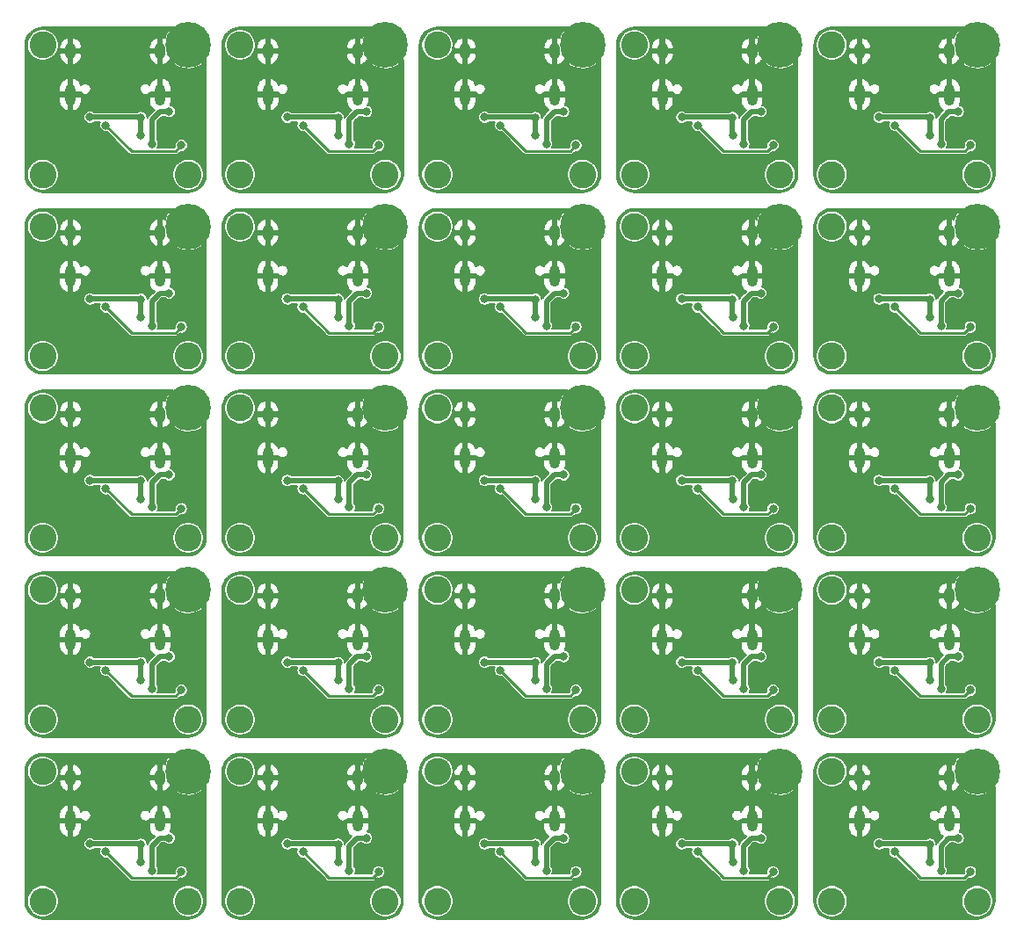
<source format=gbl>
G04 #@! TF.GenerationSoftware,KiCad,Pcbnew,(5.1.10-1-10_14)*
G04 #@! TF.CreationDate,2021-10-31T15:09:38+01:00*
G04 #@! TF.ProjectId,panel,70616e65-6c2e-46b6-9963-61645f706362,C3*
G04 #@! TF.SameCoordinates,Original*
G04 #@! TF.FileFunction,Copper,L2,Bot*
G04 #@! TF.FilePolarity,Positive*
%FSLAX46Y46*%
G04 Gerber Fmt 4.6, Leading zero omitted, Abs format (unit mm)*
G04 Created by KiCad (PCBNEW (5.1.10-1-10_14)) date 2021-10-31 15:09:38*
%MOMM*%
%LPD*%
G01*
G04 APERTURE LIST*
G04 #@! TA.AperFunction,ComponentPad*
%ADD10C,2.600000*%
G04 #@! TD*
G04 #@! TA.AperFunction,ComponentPad*
%ADD11C,4.400000*%
G04 #@! TD*
G04 #@! TA.AperFunction,ComponentPad*
%ADD12O,1.000000X2.100000*%
G04 #@! TD*
G04 #@! TA.AperFunction,ComponentPad*
%ADD13O,1.000000X1.600000*%
G04 #@! TD*
G04 #@! TA.AperFunction,ViaPad*
%ADD14C,0.800000*%
G04 #@! TD*
G04 #@! TA.AperFunction,Conductor*
%ADD15C,0.508000*%
G04 #@! TD*
G04 #@! TA.AperFunction,Conductor*
%ADD16C,0.254000*%
G04 #@! TD*
G04 #@! TA.AperFunction,NonConductor*
%ADD17C,0.152400*%
G04 #@! TD*
G04 #@! TA.AperFunction,NonConductor*
%ADD18C,0.100000*%
G04 #@! TD*
G04 APERTURE END LIST*
D10*
X93000500Y-91343000D03*
D11*
X107000500Y-91343000D03*
D10*
X93000500Y-103843000D03*
X107000500Y-103843000D03*
D12*
X95673500Y-96123000D03*
X104313500Y-96123000D03*
D13*
X104313500Y-91943000D03*
X95673500Y-91943000D03*
D10*
X74000500Y-91343000D03*
D11*
X88000500Y-91343000D03*
D10*
X74000500Y-103843000D03*
X36000500Y-91343000D03*
X88000500Y-103843000D03*
D12*
X76673500Y-96123000D03*
X85313500Y-96123000D03*
D13*
X85313500Y-91943000D03*
X76673500Y-91943000D03*
D10*
X50000500Y-103843000D03*
D11*
X50000500Y-91343000D03*
D10*
X36000500Y-103843000D03*
D12*
X57673500Y-96123000D03*
X66313500Y-96123000D03*
D13*
X66313500Y-91943000D03*
X57673500Y-91943000D03*
D12*
X19673500Y-96123000D03*
X28313500Y-96123000D03*
D13*
X28313500Y-91943000D03*
X19673500Y-91943000D03*
D10*
X17000500Y-91343000D03*
D11*
X31000500Y-91343000D03*
D10*
X17000500Y-103843000D03*
X31000500Y-103843000D03*
X69000500Y-103843000D03*
D11*
X69000500Y-91343000D03*
D10*
X55000500Y-103843000D03*
X55000500Y-91343000D03*
D12*
X38673500Y-96123000D03*
X47313500Y-96123000D03*
D13*
X47313500Y-91943000D03*
X38673500Y-91943000D03*
D10*
X93000500Y-73843000D03*
D11*
X107000500Y-73843000D03*
D10*
X93000500Y-86343000D03*
X107000500Y-86343000D03*
D12*
X95673500Y-78623000D03*
X104313500Y-78623000D03*
D13*
X104313500Y-74443000D03*
X95673500Y-74443000D03*
D10*
X74000500Y-73843000D03*
D11*
X88000500Y-73843000D03*
D10*
X74000500Y-86343000D03*
X36000500Y-73843000D03*
X88000500Y-86343000D03*
D12*
X76673500Y-78623000D03*
X85313500Y-78623000D03*
D13*
X85313500Y-74443000D03*
X76673500Y-74443000D03*
D10*
X50000500Y-86343000D03*
D11*
X50000500Y-73843000D03*
D10*
X36000500Y-86343000D03*
D12*
X57673500Y-78623000D03*
X66313500Y-78623000D03*
D13*
X66313500Y-74443000D03*
X57673500Y-74443000D03*
D12*
X19673500Y-78623000D03*
X28313500Y-78623000D03*
D13*
X28313500Y-74443000D03*
X19673500Y-74443000D03*
D10*
X17000500Y-73843000D03*
D11*
X31000500Y-73843000D03*
D10*
X17000500Y-86343000D03*
X31000500Y-86343000D03*
X69000500Y-86343000D03*
D11*
X69000500Y-73843000D03*
D10*
X55000500Y-86343000D03*
X55000500Y-73843000D03*
D12*
X38673500Y-78623000D03*
X47313500Y-78623000D03*
D13*
X47313500Y-74443000D03*
X38673500Y-74443000D03*
D10*
X93000500Y-56343000D03*
D11*
X107000500Y-56343000D03*
D10*
X93000500Y-68843000D03*
X107000500Y-68843000D03*
D12*
X95673500Y-61123000D03*
X104313500Y-61123000D03*
D13*
X104313500Y-56943000D03*
X95673500Y-56943000D03*
D10*
X74000500Y-56343000D03*
D11*
X88000500Y-56343000D03*
D10*
X74000500Y-68843000D03*
X36000500Y-56343000D03*
X88000500Y-68843000D03*
D12*
X76673500Y-61123000D03*
X85313500Y-61123000D03*
D13*
X85313500Y-56943000D03*
X76673500Y-56943000D03*
D10*
X50000500Y-68843000D03*
D11*
X50000500Y-56343000D03*
D10*
X36000500Y-68843000D03*
D12*
X57673500Y-61123000D03*
X66313500Y-61123000D03*
D13*
X66313500Y-56943000D03*
X57673500Y-56943000D03*
D12*
X19673500Y-61123000D03*
X28313500Y-61123000D03*
D13*
X28313500Y-56943000D03*
X19673500Y-56943000D03*
D10*
X17000500Y-56343000D03*
D11*
X31000500Y-56343000D03*
D10*
X17000500Y-68843000D03*
X31000500Y-68843000D03*
X69000500Y-68843000D03*
D11*
X69000500Y-56343000D03*
D10*
X55000500Y-68843000D03*
X55000500Y-56343000D03*
D12*
X38673500Y-61123000D03*
X47313500Y-61123000D03*
D13*
X47313500Y-56943000D03*
X38673500Y-56943000D03*
D10*
X93000500Y-38843000D03*
D11*
X107000500Y-38843000D03*
D10*
X93000500Y-51343000D03*
X107000500Y-51343000D03*
D12*
X95673500Y-43623000D03*
X104313500Y-43623000D03*
D13*
X104313500Y-39443000D03*
X95673500Y-39443000D03*
D10*
X74000500Y-38843000D03*
D11*
X88000500Y-38843000D03*
D10*
X74000500Y-51343000D03*
X36000500Y-38843000D03*
X88000500Y-51343000D03*
D12*
X76673500Y-43623000D03*
X85313500Y-43623000D03*
D13*
X85313500Y-39443000D03*
X76673500Y-39443000D03*
D10*
X50000500Y-51343000D03*
D11*
X50000500Y-38843000D03*
D10*
X36000500Y-51343000D03*
D12*
X57673500Y-43623000D03*
X66313500Y-43623000D03*
D13*
X66313500Y-39443000D03*
X57673500Y-39443000D03*
D12*
X19673500Y-43623000D03*
X28313500Y-43623000D03*
D13*
X28313500Y-39443000D03*
X19673500Y-39443000D03*
D10*
X17000500Y-38843000D03*
D11*
X31000500Y-38843000D03*
D10*
X17000500Y-51343000D03*
X31000500Y-51343000D03*
X69000500Y-51343000D03*
D11*
X69000500Y-38843000D03*
D10*
X55000500Y-51343000D03*
X55000500Y-38843000D03*
D12*
X38673500Y-43623000D03*
X47313500Y-43623000D03*
D13*
X47313500Y-39443000D03*
X38673500Y-39443000D03*
D10*
X93002500Y-21343000D03*
D11*
X107002500Y-21343000D03*
D10*
X93002500Y-33843000D03*
X107002500Y-33843000D03*
D12*
X95675500Y-26123000D03*
X104315500Y-26123000D03*
D13*
X104315500Y-21943000D03*
X95675500Y-21943000D03*
D10*
X74002500Y-21343000D03*
D11*
X88002500Y-21343000D03*
D10*
X74002500Y-33843000D03*
X88002500Y-33843000D03*
D12*
X76675500Y-26123000D03*
X85315500Y-26123000D03*
D13*
X85315500Y-21943000D03*
X76675500Y-21943000D03*
D10*
X55002500Y-21343000D03*
D11*
X69002500Y-21343000D03*
D10*
X55002500Y-33843000D03*
X69002500Y-33843000D03*
D12*
X57675500Y-26123000D03*
X66315500Y-26123000D03*
D13*
X66315500Y-21943000D03*
X57675500Y-21943000D03*
D10*
X36002500Y-21343000D03*
D11*
X50002500Y-21343000D03*
D10*
X36002500Y-33843000D03*
X50002500Y-33843000D03*
D12*
X38675500Y-26123000D03*
X47315500Y-26123000D03*
D13*
X47315500Y-21943000D03*
X38675500Y-21943000D03*
D10*
X17002500Y-21343000D03*
D11*
X31002500Y-21343000D03*
D10*
X17002500Y-33843000D03*
X31002500Y-33843000D03*
D12*
X19675500Y-26123000D03*
X28315500Y-26123000D03*
D13*
X28315500Y-21943000D03*
X19675500Y-21943000D03*
D14*
X27524591Y-30888590D03*
X29175500Y-27767998D03*
X30307534Y-30068000D03*
X26445445Y-28353569D03*
X21550500Y-28318000D03*
X26450500Y-30082180D03*
X23075500Y-29099000D03*
X30350500Y-31018000D03*
X46524591Y-30888590D03*
X48175500Y-27767998D03*
X49307534Y-30068000D03*
X45445445Y-28353569D03*
X40550500Y-28318000D03*
X45450500Y-30082180D03*
X42075500Y-29099000D03*
X49350500Y-31018000D03*
X65524591Y-30888590D03*
X67175500Y-27767998D03*
X68307534Y-30068000D03*
X64445445Y-28353569D03*
X59550500Y-28318000D03*
X64450500Y-30082180D03*
X61075500Y-29099000D03*
X68350500Y-31018000D03*
X84524591Y-30888590D03*
X86175500Y-27767998D03*
X87307534Y-30068000D03*
X83445445Y-28353569D03*
X78550500Y-28318000D03*
X83450500Y-30082180D03*
X80075500Y-29099000D03*
X87350500Y-31018000D03*
X103524591Y-30888590D03*
X105175500Y-27767998D03*
X106307534Y-30068000D03*
X102445445Y-28353569D03*
X97550500Y-28318000D03*
X102450500Y-30082180D03*
X99075500Y-29099000D03*
X106350500Y-31018000D03*
X49305534Y-47568000D03*
X40548500Y-45818000D03*
X46522591Y-48388590D03*
X45443445Y-45853569D03*
X42073500Y-46599000D03*
X49348500Y-48518000D03*
X67173500Y-45267998D03*
X64448500Y-47582180D03*
X83443445Y-45853569D03*
X87305534Y-47568000D03*
X84522591Y-48388590D03*
X78548500Y-45818000D03*
X80073500Y-46599000D03*
X87348500Y-48518000D03*
X48173500Y-45267998D03*
X45448500Y-47582180D03*
X68305534Y-47568000D03*
X64443445Y-45853569D03*
X65522591Y-48388590D03*
X59548500Y-45818000D03*
X61073500Y-46599000D03*
X68348500Y-48518000D03*
X102448500Y-47582180D03*
X86173500Y-45267998D03*
X83448500Y-47582180D03*
X102443445Y-45853569D03*
X103522591Y-48388590D03*
X106305534Y-47568000D03*
X97548500Y-45818000D03*
X99073500Y-46599000D03*
X106348500Y-48518000D03*
X105173500Y-45267998D03*
X29173500Y-45267998D03*
X26448500Y-47582180D03*
X23073500Y-46599000D03*
X27522591Y-48388590D03*
X21548500Y-45818000D03*
X30348500Y-48518000D03*
X30305534Y-47568000D03*
X26443445Y-45853569D03*
X49305534Y-65068000D03*
X40548500Y-63318000D03*
X46522591Y-65888590D03*
X45443445Y-63353569D03*
X42073500Y-64099000D03*
X49348500Y-66018000D03*
X67173500Y-62767998D03*
X64448500Y-65082180D03*
X83443445Y-63353569D03*
X87305534Y-65068000D03*
X84522591Y-65888590D03*
X78548500Y-63318000D03*
X80073500Y-64099000D03*
X87348500Y-66018000D03*
X48173500Y-62767998D03*
X45448500Y-65082180D03*
X68305534Y-65068000D03*
X64443445Y-63353569D03*
X65522591Y-65888590D03*
X59548500Y-63318000D03*
X61073500Y-64099000D03*
X68348500Y-66018000D03*
X102448500Y-65082180D03*
X86173500Y-62767998D03*
X83448500Y-65082180D03*
X102443445Y-63353569D03*
X103522591Y-65888590D03*
X106305534Y-65068000D03*
X97548500Y-63318000D03*
X99073500Y-64099000D03*
X106348500Y-66018000D03*
X105173500Y-62767998D03*
X29173500Y-62767998D03*
X26448500Y-65082180D03*
X23073500Y-64099000D03*
X27522591Y-65888590D03*
X21548500Y-63318000D03*
X30348500Y-66018000D03*
X30305534Y-65068000D03*
X26443445Y-63353569D03*
X49305534Y-82568000D03*
X40548500Y-80818000D03*
X46522591Y-83388590D03*
X45443445Y-80853569D03*
X42073500Y-81599000D03*
X49348500Y-83518000D03*
X67173500Y-80267998D03*
X64448500Y-82582180D03*
X83443445Y-80853569D03*
X87305534Y-82568000D03*
X84522591Y-83388590D03*
X78548500Y-80818000D03*
X80073500Y-81599000D03*
X87348500Y-83518000D03*
X48173500Y-80267998D03*
X45448500Y-82582180D03*
X68305534Y-82568000D03*
X64443445Y-80853569D03*
X65522591Y-83388590D03*
X59548500Y-80818000D03*
X61073500Y-81599000D03*
X68348500Y-83518000D03*
X102448500Y-82582180D03*
X86173500Y-80267998D03*
X83448500Y-82582180D03*
X102443445Y-80853569D03*
X103522591Y-83388590D03*
X106305534Y-82568000D03*
X97548500Y-80818000D03*
X99073500Y-81599000D03*
X106348500Y-83518000D03*
X105173500Y-80267998D03*
X29173500Y-80267998D03*
X26448500Y-82582180D03*
X23073500Y-81599000D03*
X27522591Y-83388590D03*
X21548500Y-80818000D03*
X30348500Y-83518000D03*
X30305534Y-82568000D03*
X26443445Y-80853569D03*
X49305534Y-100068000D03*
X40548500Y-98318000D03*
X46522591Y-100888590D03*
X45443445Y-98353569D03*
X42073500Y-99099000D03*
X49348500Y-101018000D03*
X67173500Y-97767998D03*
X64448500Y-100082180D03*
X83443445Y-98353569D03*
X87305534Y-100068000D03*
X84522591Y-100888590D03*
X78548500Y-98318000D03*
X80073500Y-99099000D03*
X87348500Y-101018000D03*
X48173500Y-97767998D03*
X45448500Y-100082180D03*
X68305534Y-100068000D03*
X64443445Y-98353569D03*
X65522591Y-100888590D03*
X59548500Y-98318000D03*
X61073500Y-99099000D03*
X68348500Y-101018000D03*
X102448500Y-100082180D03*
X86173500Y-97767998D03*
X83448500Y-100082180D03*
X102443445Y-98353569D03*
X103522591Y-100888590D03*
X106305534Y-100068000D03*
X97548500Y-98318000D03*
X99073500Y-99099000D03*
X106348500Y-101018000D03*
X105173500Y-97767998D03*
X29173500Y-97767998D03*
X26448500Y-100082180D03*
X23073500Y-99099000D03*
X27522591Y-100888590D03*
X21548500Y-98318000D03*
X30348500Y-101018000D03*
X30305534Y-100068000D03*
X26443445Y-98353569D03*
D15*
X27524591Y-30888590D02*
X27524591Y-28518909D01*
X27524591Y-28518909D02*
X28275502Y-27767998D01*
X28275502Y-27767998D02*
X29175500Y-27767998D01*
X28315500Y-25478000D02*
X28320500Y-25473000D01*
X28315500Y-26123000D02*
X28315500Y-25478000D01*
X26409876Y-28318000D02*
X26445445Y-28353569D01*
X26445445Y-30077125D02*
X26450500Y-30082180D01*
X26445445Y-28353569D02*
X26445445Y-30077125D01*
X21550500Y-28318000D02*
X26409876Y-28318000D01*
D16*
X29800500Y-31568000D02*
X30350500Y-31018000D01*
X23075500Y-29099000D02*
X25544500Y-31568000D01*
X25544500Y-31568000D02*
X29800500Y-31568000D01*
D15*
X46524591Y-30888590D02*
X46524591Y-28518909D01*
X46524591Y-28518909D02*
X47275502Y-27767998D01*
X47275502Y-27767998D02*
X48175500Y-27767998D01*
X47315500Y-25478000D02*
X47320500Y-25473000D01*
X47315500Y-26123000D02*
X47315500Y-25478000D01*
X45409876Y-28318000D02*
X45445445Y-28353569D01*
X45445445Y-30077125D02*
X45450500Y-30082180D01*
X45445445Y-28353569D02*
X45445445Y-30077125D01*
X40550500Y-28318000D02*
X45409876Y-28318000D01*
D16*
X48800500Y-31568000D02*
X49350500Y-31018000D01*
X42075500Y-29099000D02*
X44544500Y-31568000D01*
X44544500Y-31568000D02*
X48800500Y-31568000D01*
D15*
X65524591Y-30888590D02*
X65524591Y-28518909D01*
X65524591Y-28518909D02*
X66275502Y-27767998D01*
X66275502Y-27767998D02*
X67175500Y-27767998D01*
X66315500Y-25478000D02*
X66320500Y-25473000D01*
X66315500Y-26123000D02*
X66315500Y-25478000D01*
X64409876Y-28318000D02*
X64445445Y-28353569D01*
X64445445Y-30077125D02*
X64450500Y-30082180D01*
X64445445Y-28353569D02*
X64445445Y-30077125D01*
X59550500Y-28318000D02*
X64409876Y-28318000D01*
D16*
X67800500Y-31568000D02*
X68350500Y-31018000D01*
X61075500Y-29099000D02*
X63544500Y-31568000D01*
X63544500Y-31568000D02*
X67800500Y-31568000D01*
D15*
X84524591Y-30888590D02*
X84524591Y-28518909D01*
X84524591Y-28518909D02*
X85275502Y-27767998D01*
X85275502Y-27767998D02*
X86175500Y-27767998D01*
X85315500Y-25478000D02*
X85320500Y-25473000D01*
X85315500Y-26123000D02*
X85315500Y-25478000D01*
X83409876Y-28318000D02*
X83445445Y-28353569D01*
X83445445Y-30077125D02*
X83450500Y-30082180D01*
X83445445Y-28353569D02*
X83445445Y-30077125D01*
X78550500Y-28318000D02*
X83409876Y-28318000D01*
D16*
X86800500Y-31568000D02*
X87350500Y-31018000D01*
X80075500Y-29099000D02*
X82544500Y-31568000D01*
X82544500Y-31568000D02*
X86800500Y-31568000D01*
D15*
X103524591Y-30888590D02*
X103524591Y-28518909D01*
X103524591Y-28518909D02*
X104275502Y-27767998D01*
X104275502Y-27767998D02*
X105175500Y-27767998D01*
X104315500Y-25478000D02*
X104320500Y-25473000D01*
X104315500Y-26123000D02*
X104315500Y-25478000D01*
X102409876Y-28318000D02*
X102445445Y-28353569D01*
X102445445Y-30077125D02*
X102450500Y-30082180D01*
X102445445Y-28353569D02*
X102445445Y-30077125D01*
X97550500Y-28318000D02*
X102409876Y-28318000D01*
D16*
X105800500Y-31568000D02*
X106350500Y-31018000D01*
X99075500Y-29099000D02*
X101544500Y-31568000D01*
X101544500Y-31568000D02*
X105800500Y-31568000D01*
X48798500Y-49068000D02*
X49348500Y-48518000D01*
D15*
X46522591Y-48388590D02*
X46522591Y-46018909D01*
X45407876Y-45818000D02*
X45443445Y-45853569D01*
X45443445Y-47577125D02*
X45448500Y-47582180D01*
X45443445Y-45853569D02*
X45443445Y-47577125D01*
X66313500Y-42978000D02*
X66318500Y-42973000D01*
D16*
X61073500Y-46599000D02*
X63542500Y-49068000D01*
D15*
X65522591Y-46018909D02*
X66273502Y-45267998D01*
D16*
X63542500Y-49068000D02*
X67798500Y-49068000D01*
D15*
X59548500Y-45818000D02*
X64407876Y-45818000D01*
X66273502Y-45267998D02*
X67173500Y-45267998D01*
X66313500Y-43623000D02*
X66313500Y-42978000D01*
X83407876Y-45818000D02*
X83443445Y-45853569D01*
D16*
X86798500Y-49068000D02*
X87348500Y-48518000D01*
D15*
X83443445Y-47577125D02*
X83448500Y-47582180D01*
X84522591Y-48388590D02*
X84522591Y-46018909D01*
X83443445Y-45853569D02*
X83443445Y-47577125D01*
X85313500Y-42978000D02*
X85318500Y-42973000D01*
X47313500Y-42978000D02*
X47318500Y-42973000D01*
D16*
X42073500Y-46599000D02*
X44542500Y-49068000D01*
D15*
X46522591Y-46018909D02*
X47273502Y-45267998D01*
D16*
X44542500Y-49068000D02*
X48798500Y-49068000D01*
D15*
X40548500Y-45818000D02*
X45407876Y-45818000D01*
X47273502Y-45267998D02*
X48173500Y-45267998D01*
X47313500Y-43623000D02*
X47313500Y-42978000D01*
X64407876Y-45818000D02*
X64443445Y-45853569D01*
D16*
X67798500Y-49068000D02*
X68348500Y-48518000D01*
D15*
X64443445Y-47577125D02*
X64448500Y-47582180D01*
X65522591Y-48388590D02*
X65522591Y-46018909D01*
X64443445Y-45853569D02*
X64443445Y-47577125D01*
D16*
X101542500Y-49068000D02*
X105798500Y-49068000D01*
D15*
X97548500Y-45818000D02*
X102407876Y-45818000D01*
X104273502Y-45267998D02*
X105173500Y-45267998D01*
X104313500Y-43623000D02*
X104313500Y-42978000D01*
D16*
X80073500Y-46599000D02*
X82542500Y-49068000D01*
D15*
X84522591Y-46018909D02*
X85273502Y-45267998D01*
D16*
X82542500Y-49068000D02*
X86798500Y-49068000D01*
D15*
X78548500Y-45818000D02*
X83407876Y-45818000D01*
X85273502Y-45267998D02*
X86173500Y-45267998D01*
X85313500Y-43623000D02*
X85313500Y-42978000D01*
X102407876Y-45818000D02*
X102443445Y-45853569D01*
D16*
X105798500Y-49068000D02*
X106348500Y-48518000D01*
D15*
X102443445Y-47577125D02*
X102448500Y-47582180D01*
X103522591Y-48388590D02*
X103522591Y-46018909D01*
X102443445Y-45853569D02*
X102443445Y-47577125D01*
X104313500Y-42978000D02*
X104318500Y-42973000D01*
D16*
X99073500Y-46599000D02*
X101542500Y-49068000D01*
D15*
X103522591Y-46018909D02*
X104273502Y-45267998D01*
X28313500Y-42978000D02*
X28318500Y-42973000D01*
X27522591Y-46018909D02*
X28273502Y-45267998D01*
D16*
X23073500Y-46599000D02*
X25542500Y-49068000D01*
D15*
X28273502Y-45267998D02*
X29173500Y-45267998D01*
X21548500Y-45818000D02*
X26407876Y-45818000D01*
X28313500Y-43623000D02*
X28313500Y-42978000D01*
D16*
X25542500Y-49068000D02*
X29798500Y-49068000D01*
D15*
X27522591Y-48388590D02*
X27522591Y-46018909D01*
X26443445Y-45853569D02*
X26443445Y-47577125D01*
X26443445Y-47577125D02*
X26448500Y-47582180D01*
D16*
X29798500Y-49068000D02*
X30348500Y-48518000D01*
D15*
X26407876Y-45818000D02*
X26443445Y-45853569D01*
D16*
X48798500Y-66568000D02*
X49348500Y-66018000D01*
D15*
X46522591Y-65888590D02*
X46522591Y-63518909D01*
X45407876Y-63318000D02*
X45443445Y-63353569D01*
X45443445Y-65077125D02*
X45448500Y-65082180D01*
X45443445Y-63353569D02*
X45443445Y-65077125D01*
X66313500Y-60478000D02*
X66318500Y-60473000D01*
D16*
X61073500Y-64099000D02*
X63542500Y-66568000D01*
D15*
X65522591Y-63518909D02*
X66273502Y-62767998D01*
D16*
X63542500Y-66568000D02*
X67798500Y-66568000D01*
D15*
X59548500Y-63318000D02*
X64407876Y-63318000D01*
X66273502Y-62767998D02*
X67173500Y-62767998D01*
X66313500Y-61123000D02*
X66313500Y-60478000D01*
X83407876Y-63318000D02*
X83443445Y-63353569D01*
D16*
X86798500Y-66568000D02*
X87348500Y-66018000D01*
D15*
X83443445Y-65077125D02*
X83448500Y-65082180D01*
X84522591Y-65888590D02*
X84522591Y-63518909D01*
X83443445Y-63353569D02*
X83443445Y-65077125D01*
X85313500Y-60478000D02*
X85318500Y-60473000D01*
X47313500Y-60478000D02*
X47318500Y-60473000D01*
D16*
X42073500Y-64099000D02*
X44542500Y-66568000D01*
D15*
X46522591Y-63518909D02*
X47273502Y-62767998D01*
D16*
X44542500Y-66568000D02*
X48798500Y-66568000D01*
D15*
X40548500Y-63318000D02*
X45407876Y-63318000D01*
X47273502Y-62767998D02*
X48173500Y-62767998D01*
X47313500Y-61123000D02*
X47313500Y-60478000D01*
X64407876Y-63318000D02*
X64443445Y-63353569D01*
D16*
X67798500Y-66568000D02*
X68348500Y-66018000D01*
D15*
X64443445Y-65077125D02*
X64448500Y-65082180D01*
X65522591Y-65888590D02*
X65522591Y-63518909D01*
X64443445Y-63353569D02*
X64443445Y-65077125D01*
D16*
X101542500Y-66568000D02*
X105798500Y-66568000D01*
D15*
X97548500Y-63318000D02*
X102407876Y-63318000D01*
X104273502Y-62767998D02*
X105173500Y-62767998D01*
X104313500Y-61123000D02*
X104313500Y-60478000D01*
D16*
X80073500Y-64099000D02*
X82542500Y-66568000D01*
D15*
X84522591Y-63518909D02*
X85273502Y-62767998D01*
D16*
X82542500Y-66568000D02*
X86798500Y-66568000D01*
D15*
X78548500Y-63318000D02*
X83407876Y-63318000D01*
X85273502Y-62767998D02*
X86173500Y-62767998D01*
X85313500Y-61123000D02*
X85313500Y-60478000D01*
X102407876Y-63318000D02*
X102443445Y-63353569D01*
D16*
X105798500Y-66568000D02*
X106348500Y-66018000D01*
D15*
X102443445Y-65077125D02*
X102448500Y-65082180D01*
X103522591Y-65888590D02*
X103522591Y-63518909D01*
X102443445Y-63353569D02*
X102443445Y-65077125D01*
X104313500Y-60478000D02*
X104318500Y-60473000D01*
D16*
X99073500Y-64099000D02*
X101542500Y-66568000D01*
D15*
X103522591Y-63518909D02*
X104273502Y-62767998D01*
X28313500Y-60478000D02*
X28318500Y-60473000D01*
X27522591Y-63518909D02*
X28273502Y-62767998D01*
D16*
X23073500Y-64099000D02*
X25542500Y-66568000D01*
D15*
X28273502Y-62767998D02*
X29173500Y-62767998D01*
X21548500Y-63318000D02*
X26407876Y-63318000D01*
X28313500Y-61123000D02*
X28313500Y-60478000D01*
D16*
X25542500Y-66568000D02*
X29798500Y-66568000D01*
D15*
X27522591Y-65888590D02*
X27522591Y-63518909D01*
X26443445Y-63353569D02*
X26443445Y-65077125D01*
X26443445Y-65077125D02*
X26448500Y-65082180D01*
D16*
X29798500Y-66568000D02*
X30348500Y-66018000D01*
D15*
X26407876Y-63318000D02*
X26443445Y-63353569D01*
D16*
X48798500Y-84068000D02*
X49348500Y-83518000D01*
D15*
X46522591Y-83388590D02*
X46522591Y-81018909D01*
X45407876Y-80818000D02*
X45443445Y-80853569D01*
X45443445Y-82577125D02*
X45448500Y-82582180D01*
X45443445Y-80853569D02*
X45443445Y-82577125D01*
X66313500Y-77978000D02*
X66318500Y-77973000D01*
D16*
X61073500Y-81599000D02*
X63542500Y-84068000D01*
D15*
X65522591Y-81018909D02*
X66273502Y-80267998D01*
D16*
X63542500Y-84068000D02*
X67798500Y-84068000D01*
D15*
X59548500Y-80818000D02*
X64407876Y-80818000D01*
X66273502Y-80267998D02*
X67173500Y-80267998D01*
X66313500Y-78623000D02*
X66313500Y-77978000D01*
X83407876Y-80818000D02*
X83443445Y-80853569D01*
D16*
X86798500Y-84068000D02*
X87348500Y-83518000D01*
D15*
X83443445Y-82577125D02*
X83448500Y-82582180D01*
X84522591Y-83388590D02*
X84522591Y-81018909D01*
X83443445Y-80853569D02*
X83443445Y-82577125D01*
X85313500Y-77978000D02*
X85318500Y-77973000D01*
X47313500Y-77978000D02*
X47318500Y-77973000D01*
D16*
X42073500Y-81599000D02*
X44542500Y-84068000D01*
D15*
X46522591Y-81018909D02*
X47273502Y-80267998D01*
D16*
X44542500Y-84068000D02*
X48798500Y-84068000D01*
D15*
X40548500Y-80818000D02*
X45407876Y-80818000D01*
X47273502Y-80267998D02*
X48173500Y-80267998D01*
X47313500Y-78623000D02*
X47313500Y-77978000D01*
X64407876Y-80818000D02*
X64443445Y-80853569D01*
D16*
X67798500Y-84068000D02*
X68348500Y-83518000D01*
D15*
X64443445Y-82577125D02*
X64448500Y-82582180D01*
X65522591Y-83388590D02*
X65522591Y-81018909D01*
X64443445Y-80853569D02*
X64443445Y-82577125D01*
D16*
X101542500Y-84068000D02*
X105798500Y-84068000D01*
D15*
X97548500Y-80818000D02*
X102407876Y-80818000D01*
X104273502Y-80267998D02*
X105173500Y-80267998D01*
X104313500Y-78623000D02*
X104313500Y-77978000D01*
D16*
X80073500Y-81599000D02*
X82542500Y-84068000D01*
D15*
X84522591Y-81018909D02*
X85273502Y-80267998D01*
D16*
X82542500Y-84068000D02*
X86798500Y-84068000D01*
D15*
X78548500Y-80818000D02*
X83407876Y-80818000D01*
X85273502Y-80267998D02*
X86173500Y-80267998D01*
X85313500Y-78623000D02*
X85313500Y-77978000D01*
X102407876Y-80818000D02*
X102443445Y-80853569D01*
D16*
X105798500Y-84068000D02*
X106348500Y-83518000D01*
D15*
X102443445Y-82577125D02*
X102448500Y-82582180D01*
X103522591Y-83388590D02*
X103522591Y-81018909D01*
X102443445Y-80853569D02*
X102443445Y-82577125D01*
X104313500Y-77978000D02*
X104318500Y-77973000D01*
D16*
X99073500Y-81599000D02*
X101542500Y-84068000D01*
D15*
X103522591Y-81018909D02*
X104273502Y-80267998D01*
X28313500Y-77978000D02*
X28318500Y-77973000D01*
X27522591Y-81018909D02*
X28273502Y-80267998D01*
D16*
X23073500Y-81599000D02*
X25542500Y-84068000D01*
D15*
X28273502Y-80267998D02*
X29173500Y-80267998D01*
X21548500Y-80818000D02*
X26407876Y-80818000D01*
X28313500Y-78623000D02*
X28313500Y-77978000D01*
D16*
X25542500Y-84068000D02*
X29798500Y-84068000D01*
D15*
X27522591Y-83388590D02*
X27522591Y-81018909D01*
X26443445Y-80853569D02*
X26443445Y-82577125D01*
X26443445Y-82577125D02*
X26448500Y-82582180D01*
D16*
X29798500Y-84068000D02*
X30348500Y-83518000D01*
D15*
X26407876Y-80818000D02*
X26443445Y-80853569D01*
D16*
X48798500Y-101568000D02*
X49348500Y-101018000D01*
D15*
X46522591Y-100888590D02*
X46522591Y-98518909D01*
X45407876Y-98318000D02*
X45443445Y-98353569D01*
X45443445Y-100077125D02*
X45448500Y-100082180D01*
X45443445Y-98353569D02*
X45443445Y-100077125D01*
X66313500Y-95478000D02*
X66318500Y-95473000D01*
D16*
X61073500Y-99099000D02*
X63542500Y-101568000D01*
D15*
X65522591Y-98518909D02*
X66273502Y-97767998D01*
D16*
X63542500Y-101568000D02*
X67798500Y-101568000D01*
D15*
X59548500Y-98318000D02*
X64407876Y-98318000D01*
X66273502Y-97767998D02*
X67173500Y-97767998D01*
X66313500Y-96123000D02*
X66313500Y-95478000D01*
X83407876Y-98318000D02*
X83443445Y-98353569D01*
D16*
X86798500Y-101568000D02*
X87348500Y-101018000D01*
D15*
X83443445Y-100077125D02*
X83448500Y-100082180D01*
X84522591Y-100888590D02*
X84522591Y-98518909D01*
X83443445Y-98353569D02*
X83443445Y-100077125D01*
X85313500Y-95478000D02*
X85318500Y-95473000D01*
X47313500Y-95478000D02*
X47318500Y-95473000D01*
D16*
X42073500Y-99099000D02*
X44542500Y-101568000D01*
D15*
X46522591Y-98518909D02*
X47273502Y-97767998D01*
D16*
X44542500Y-101568000D02*
X48798500Y-101568000D01*
D15*
X40548500Y-98318000D02*
X45407876Y-98318000D01*
X47273502Y-97767998D02*
X48173500Y-97767998D01*
X47313500Y-96123000D02*
X47313500Y-95478000D01*
X64407876Y-98318000D02*
X64443445Y-98353569D01*
D16*
X67798500Y-101568000D02*
X68348500Y-101018000D01*
D15*
X64443445Y-100077125D02*
X64448500Y-100082180D01*
X65522591Y-100888590D02*
X65522591Y-98518909D01*
X64443445Y-98353569D02*
X64443445Y-100077125D01*
D16*
X101542500Y-101568000D02*
X105798500Y-101568000D01*
D15*
X97548500Y-98318000D02*
X102407876Y-98318000D01*
X104273502Y-97767998D02*
X105173500Y-97767998D01*
X104313500Y-96123000D02*
X104313500Y-95478000D01*
D16*
X80073500Y-99099000D02*
X82542500Y-101568000D01*
D15*
X84522591Y-98518909D02*
X85273502Y-97767998D01*
D16*
X82542500Y-101568000D02*
X86798500Y-101568000D01*
D15*
X78548500Y-98318000D02*
X83407876Y-98318000D01*
X85273502Y-97767998D02*
X86173500Y-97767998D01*
X85313500Y-96123000D02*
X85313500Y-95478000D01*
X102407876Y-98318000D02*
X102443445Y-98353569D01*
D16*
X105798500Y-101568000D02*
X106348500Y-101018000D01*
D15*
X102443445Y-100077125D02*
X102448500Y-100082180D01*
X103522591Y-100888590D02*
X103522591Y-98518909D01*
X102443445Y-98353569D02*
X102443445Y-100077125D01*
X104313500Y-95478000D02*
X104318500Y-95473000D01*
D16*
X99073500Y-99099000D02*
X101542500Y-101568000D01*
D15*
X103522591Y-98518909D02*
X104273502Y-97767998D01*
X28313500Y-95478000D02*
X28318500Y-95473000D01*
X27522591Y-98518909D02*
X28273502Y-97767998D01*
D16*
X23073500Y-99099000D02*
X25542500Y-101568000D01*
D15*
X28273502Y-97767998D02*
X29173500Y-97767998D01*
X21548500Y-98318000D02*
X26407876Y-98318000D01*
X28313500Y-96123000D02*
X28313500Y-95478000D01*
D16*
X25542500Y-101568000D02*
X29798500Y-101568000D01*
D15*
X27522591Y-100888590D02*
X27522591Y-98518909D01*
X26443445Y-98353569D02*
X26443445Y-100077125D01*
X26443445Y-100077125D02*
X26448500Y-100082180D01*
D16*
X29798500Y-101568000D02*
X30348500Y-101018000D01*
D15*
X26407876Y-98318000D02*
X26443445Y-98353569D01*
D17*
X29578072Y-19667124D02*
X31002500Y-21091553D01*
X32062929Y-20031123D01*
X32196814Y-20140317D01*
X32314443Y-20282505D01*
X31253947Y-21343000D01*
X32678376Y-22767428D01*
X32698900Y-22755039D01*
X32698901Y-33828142D01*
X32665164Y-34172219D01*
X32569554Y-34488893D01*
X32414253Y-34780969D01*
X32205183Y-35037314D01*
X31950298Y-35248174D01*
X31659318Y-35405506D01*
X31343315Y-35503325D01*
X31000084Y-35539400D01*
X17017348Y-35539400D01*
X16673281Y-35505664D01*
X16356607Y-35410054D01*
X16064531Y-35254753D01*
X15808186Y-35045683D01*
X15597326Y-34790798D01*
X15439994Y-34499818D01*
X15342175Y-34183815D01*
X15306100Y-33840584D01*
X15306100Y-33692446D01*
X15473900Y-33692446D01*
X15473900Y-33993554D01*
X15532643Y-34288876D01*
X15647872Y-34567064D01*
X15815159Y-34817426D01*
X16028074Y-35030341D01*
X16278436Y-35197628D01*
X16556624Y-35312857D01*
X16851946Y-35371600D01*
X17153054Y-35371600D01*
X17448376Y-35312857D01*
X17726564Y-35197628D01*
X17976926Y-35030341D01*
X18189841Y-34817426D01*
X18357128Y-34567064D01*
X18472357Y-34288876D01*
X18531100Y-33993554D01*
X18531100Y-33692446D01*
X29473900Y-33692446D01*
X29473900Y-33993554D01*
X29532643Y-34288876D01*
X29647872Y-34567064D01*
X29815159Y-34817426D01*
X30028074Y-35030341D01*
X30278436Y-35197628D01*
X30556624Y-35312857D01*
X30851946Y-35371600D01*
X31153054Y-35371600D01*
X31448376Y-35312857D01*
X31726564Y-35197628D01*
X31976926Y-35030341D01*
X32189841Y-34817426D01*
X32357128Y-34567064D01*
X32472357Y-34288876D01*
X32531100Y-33993554D01*
X32531100Y-33692446D01*
X32472357Y-33397124D01*
X32357128Y-33118936D01*
X32189841Y-32868574D01*
X31976926Y-32655659D01*
X31726564Y-32488372D01*
X31448376Y-32373143D01*
X31153054Y-32314400D01*
X30851946Y-32314400D01*
X30556624Y-32373143D01*
X30278436Y-32488372D01*
X30028074Y-32655659D01*
X29815159Y-32868574D01*
X29647872Y-33118936D01*
X29532643Y-33397124D01*
X29473900Y-33692446D01*
X18531100Y-33692446D01*
X18472357Y-33397124D01*
X18357128Y-33118936D01*
X18189841Y-32868574D01*
X17976926Y-32655659D01*
X17726564Y-32488372D01*
X17448376Y-32373143D01*
X17153054Y-32314400D01*
X16851946Y-32314400D01*
X16556624Y-32373143D01*
X16278436Y-32488372D01*
X16028074Y-32655659D01*
X15815159Y-32868574D01*
X15647872Y-33118936D01*
X15532643Y-33397124D01*
X15473900Y-33692446D01*
X15306100Y-33692446D01*
X15306100Y-28256088D01*
X20921900Y-28256088D01*
X20921900Y-28379912D01*
X20946056Y-28501356D01*
X20993441Y-28615754D01*
X21062234Y-28718709D01*
X21149791Y-28806266D01*
X21252746Y-28875059D01*
X21367144Y-28922444D01*
X21488588Y-28946600D01*
X21612412Y-28946600D01*
X21733856Y-28922444D01*
X21848254Y-28875059D01*
X21951209Y-28806266D01*
X21956875Y-28800600D01*
X22518873Y-28800600D01*
X22518441Y-28801246D01*
X22471056Y-28915644D01*
X22446900Y-29037088D01*
X22446900Y-29160912D01*
X22471056Y-29282356D01*
X22518441Y-29396754D01*
X22587234Y-29499709D01*
X22674791Y-29587266D01*
X22777746Y-29656059D01*
X22892144Y-29703444D01*
X23013588Y-29727600D01*
X23137412Y-29727600D01*
X23190623Y-29717016D01*
X25280710Y-31807105D01*
X25291837Y-31820663D01*
X25305395Y-31831790D01*
X25305400Y-31831795D01*
X25339578Y-31859844D01*
X25345984Y-31865101D01*
X25407760Y-31898121D01*
X25474790Y-31918454D01*
X25527037Y-31923600D01*
X25527046Y-31923600D01*
X25544499Y-31925319D01*
X25561952Y-31923600D01*
X29783045Y-31923600D01*
X29800500Y-31925319D01*
X29817955Y-31923600D01*
X29817963Y-31923600D01*
X29870210Y-31918454D01*
X29937240Y-31898121D01*
X29999016Y-31865101D01*
X30053163Y-31820663D01*
X30064298Y-31807095D01*
X30235378Y-31636016D01*
X30288588Y-31646600D01*
X30412412Y-31646600D01*
X30533856Y-31622444D01*
X30648254Y-31575059D01*
X30751209Y-31506266D01*
X30838766Y-31418709D01*
X30907559Y-31315754D01*
X30954944Y-31201356D01*
X30979100Y-31079912D01*
X30979100Y-30956088D01*
X30954944Y-30834644D01*
X30907559Y-30720246D01*
X30838766Y-30617291D01*
X30751209Y-30529734D01*
X30648254Y-30460941D01*
X30533856Y-30413556D01*
X30412412Y-30389400D01*
X30288588Y-30389400D01*
X30167144Y-30413556D01*
X30052746Y-30460941D01*
X29949791Y-30529734D01*
X29862234Y-30617291D01*
X29793441Y-30720246D01*
X29746056Y-30834644D01*
X29721900Y-30956088D01*
X29721900Y-31079912D01*
X29732484Y-31133122D01*
X29653207Y-31212400D01*
X28064240Y-31212400D01*
X28081650Y-31186344D01*
X28129035Y-31071946D01*
X28153191Y-30950502D01*
X28153191Y-30826678D01*
X28129035Y-30705234D01*
X28081650Y-30590836D01*
X28012857Y-30487881D01*
X28007191Y-30482215D01*
X28007191Y-28718808D01*
X28475402Y-28250598D01*
X28769125Y-28250598D01*
X28774791Y-28256264D01*
X28877746Y-28325057D01*
X28992144Y-28372442D01*
X29113588Y-28396598D01*
X29237412Y-28396598D01*
X29358856Y-28372442D01*
X29473254Y-28325057D01*
X29576209Y-28256264D01*
X29663766Y-28168707D01*
X29732559Y-28065752D01*
X29779944Y-27951354D01*
X29804100Y-27829910D01*
X29804100Y-27706086D01*
X29779944Y-27584642D01*
X29732559Y-27470244D01*
X29663766Y-27367289D01*
X29576209Y-27279732D01*
X29473254Y-27210939D01*
X29358856Y-27163554D01*
X29298605Y-27151570D01*
X29344180Y-27058901D01*
X29399700Y-26850800D01*
X29399700Y-26300800D01*
X28493300Y-26300800D01*
X28493300Y-26320800D01*
X28137700Y-26320800D01*
X28137700Y-26300800D01*
X27231300Y-26300800D01*
X27231300Y-26850800D01*
X27286820Y-27058901D01*
X27381871Y-27252172D01*
X27512801Y-27423185D01*
X27674578Y-27565369D01*
X27751253Y-27609748D01*
X27200104Y-28160897D01*
X27181691Y-28176008D01*
X27166580Y-28194421D01*
X27166578Y-28194423D01*
X27121383Y-28249494D01*
X27076569Y-28333333D01*
X27074045Y-28341654D01*
X27074045Y-28291657D01*
X27049889Y-28170213D01*
X27002504Y-28055815D01*
X26933711Y-27952860D01*
X26846154Y-27865303D01*
X26743199Y-27796510D01*
X26628801Y-27749125D01*
X26507357Y-27724969D01*
X26383533Y-27724969D01*
X26262089Y-27749125D01*
X26147691Y-27796510D01*
X26089489Y-27835400D01*
X21956875Y-27835400D01*
X21951209Y-27829734D01*
X21848254Y-27760941D01*
X21733856Y-27713556D01*
X21612412Y-27689400D01*
X21488588Y-27689400D01*
X21367144Y-27713556D01*
X21252746Y-27760941D01*
X21149791Y-27829734D01*
X21062234Y-27917291D01*
X20993441Y-28020246D01*
X20946056Y-28134644D01*
X20921900Y-28256088D01*
X15306100Y-28256088D01*
X15306100Y-26300800D01*
X18591300Y-26300800D01*
X18591300Y-26850800D01*
X18646820Y-27058901D01*
X18741871Y-27252172D01*
X18872801Y-27423185D01*
X19034578Y-27565369D01*
X19220986Y-27673260D01*
X19332579Y-27701540D01*
X19497700Y-27594147D01*
X19497700Y-26300800D01*
X19853300Y-26300800D01*
X19853300Y-27594147D01*
X20018421Y-27701540D01*
X20130014Y-27673260D01*
X20316422Y-27565369D01*
X20478199Y-27423185D01*
X20609129Y-27252172D01*
X20704180Y-27058901D01*
X20759700Y-26850800D01*
X20759700Y-26300800D01*
X19853300Y-26300800D01*
X19497700Y-26300800D01*
X18591300Y-26300800D01*
X15306100Y-26300800D01*
X15306100Y-25395200D01*
X18591300Y-25395200D01*
X18591300Y-25945200D01*
X19497700Y-25945200D01*
X19497700Y-24651853D01*
X19853300Y-24651853D01*
X19853300Y-25945200D01*
X20675023Y-25945200D01*
X20675491Y-25945900D01*
X20752600Y-26023009D01*
X20843272Y-26083594D01*
X20944021Y-26125326D01*
X21050975Y-26146600D01*
X21160025Y-26146600D01*
X21266979Y-26125326D01*
X21367728Y-26083594D01*
X21458400Y-26023009D01*
X21535509Y-25945900D01*
X21596094Y-25855228D01*
X21637826Y-25754479D01*
X21659100Y-25647525D01*
X21659100Y-25538475D01*
X26331900Y-25538475D01*
X26331900Y-25647525D01*
X26353174Y-25754479D01*
X26394906Y-25855228D01*
X26455491Y-25945900D01*
X26532600Y-26023009D01*
X26623272Y-26083594D01*
X26724021Y-26125326D01*
X26830975Y-26146600D01*
X26940025Y-26146600D01*
X27046979Y-26125326D01*
X27147728Y-26083594D01*
X27238400Y-26023009D01*
X27315509Y-25945900D01*
X27315977Y-25945200D01*
X28137700Y-25945200D01*
X28137700Y-24651853D01*
X28493300Y-24651853D01*
X28493300Y-25945200D01*
X29399700Y-25945200D01*
X29399700Y-25395200D01*
X29344180Y-25187099D01*
X29249129Y-24993828D01*
X29118199Y-24822815D01*
X28956422Y-24680631D01*
X28770014Y-24572740D01*
X28658421Y-24544460D01*
X28493300Y-24651853D01*
X28137700Y-24651853D01*
X27972579Y-24544460D01*
X27860986Y-24572740D01*
X27674578Y-24680631D01*
X27512801Y-24822815D01*
X27381871Y-24993828D01*
X27286820Y-25187099D01*
X27281700Y-25206291D01*
X27238400Y-25162991D01*
X27147728Y-25102406D01*
X27046979Y-25060674D01*
X26940025Y-25039400D01*
X26830975Y-25039400D01*
X26724021Y-25060674D01*
X26623272Y-25102406D01*
X26532600Y-25162991D01*
X26455491Y-25240100D01*
X26394906Y-25330772D01*
X26353174Y-25431521D01*
X26331900Y-25538475D01*
X21659100Y-25538475D01*
X21637826Y-25431521D01*
X21596094Y-25330772D01*
X21535509Y-25240100D01*
X21458400Y-25162991D01*
X21367728Y-25102406D01*
X21266979Y-25060674D01*
X21160025Y-25039400D01*
X21050975Y-25039400D01*
X20944021Y-25060674D01*
X20843272Y-25102406D01*
X20752600Y-25162991D01*
X20709300Y-25206291D01*
X20704180Y-25187099D01*
X20609129Y-24993828D01*
X20478199Y-24822815D01*
X20316422Y-24680631D01*
X20130014Y-24572740D01*
X20018421Y-24544460D01*
X19853300Y-24651853D01*
X19497700Y-24651853D01*
X19332579Y-24544460D01*
X19220986Y-24572740D01*
X19034578Y-24680631D01*
X18872801Y-24822815D01*
X18741871Y-24993828D01*
X18646820Y-25187099D01*
X18591300Y-25395200D01*
X15306100Y-25395200D01*
X15306100Y-21357848D01*
X15322317Y-21192446D01*
X15473900Y-21192446D01*
X15473900Y-21493554D01*
X15532643Y-21788876D01*
X15647872Y-22067064D01*
X15815159Y-22317426D01*
X16028074Y-22530341D01*
X16278436Y-22697628D01*
X16556624Y-22812857D01*
X16851946Y-22871600D01*
X17153054Y-22871600D01*
X17448376Y-22812857D01*
X17726564Y-22697628D01*
X17976926Y-22530341D01*
X18189841Y-22317426D01*
X18205847Y-22293470D01*
X18575687Y-22293470D01*
X18606666Y-22507063D01*
X18678719Y-22710508D01*
X18789078Y-22895987D01*
X18933502Y-23056372D01*
X19106440Y-23185500D01*
X19332579Y-23271540D01*
X19497700Y-23164147D01*
X19497700Y-22120800D01*
X19853300Y-22120800D01*
X19853300Y-23164147D01*
X20018421Y-23271540D01*
X20244560Y-23185500D01*
X20417498Y-23056372D01*
X20561922Y-22895987D01*
X20672281Y-22710508D01*
X20744334Y-22507063D01*
X20775313Y-22293470D01*
X27215687Y-22293470D01*
X27246666Y-22507063D01*
X27318719Y-22710508D01*
X27429078Y-22895987D01*
X27573502Y-23056372D01*
X27746440Y-23185500D01*
X27972579Y-23271540D01*
X28137700Y-23164147D01*
X28137700Y-22120800D01*
X27367382Y-22120800D01*
X27215687Y-22293470D01*
X20775313Y-22293470D01*
X20623618Y-22120800D01*
X19853300Y-22120800D01*
X19497700Y-22120800D01*
X18727382Y-22120800D01*
X18575687Y-22293470D01*
X18205847Y-22293470D01*
X18357128Y-22067064D01*
X18472357Y-21788876D01*
X18511412Y-21592530D01*
X18575687Y-21592530D01*
X18727382Y-21765200D01*
X19497700Y-21765200D01*
X19497700Y-20721853D01*
X19853300Y-20721853D01*
X19853300Y-21765200D01*
X20623618Y-21765200D01*
X20775313Y-21592530D01*
X27215687Y-21592530D01*
X27367382Y-21765200D01*
X28137700Y-21765200D01*
X28137700Y-20721853D01*
X28493300Y-20721853D01*
X28493300Y-21765200D01*
X28513300Y-21765200D01*
X28513300Y-22120800D01*
X28493300Y-22120800D01*
X28493300Y-23164147D01*
X28658421Y-23271540D01*
X28884560Y-23185500D01*
X29057498Y-23056372D01*
X29091262Y-23018876D01*
X29578072Y-23018876D01*
X29771663Y-23339592D01*
X30184829Y-23541353D01*
X30629418Y-23658632D01*
X31088343Y-23686923D01*
X31543971Y-23625137D01*
X31978789Y-23475650D01*
X32233337Y-23339592D01*
X32426928Y-23018876D01*
X31002500Y-21594447D01*
X29578072Y-23018876D01*
X29091262Y-23018876D01*
X29201922Y-22895987D01*
X29291153Y-22746017D01*
X29326624Y-22767428D01*
X30751053Y-21343000D01*
X29326624Y-19918572D01*
X29005908Y-20112163D01*
X28804147Y-20525329D01*
X28769488Y-20656718D01*
X28658421Y-20614460D01*
X28493300Y-20721853D01*
X28137700Y-20721853D01*
X27972579Y-20614460D01*
X27746440Y-20700500D01*
X27573502Y-20829628D01*
X27429078Y-20990013D01*
X27318719Y-21175492D01*
X27246666Y-21378937D01*
X27215687Y-21592530D01*
X20775313Y-21592530D01*
X20744334Y-21378937D01*
X20672281Y-21175492D01*
X20561922Y-20990013D01*
X20417498Y-20829628D01*
X20244560Y-20700500D01*
X20018421Y-20614460D01*
X19853300Y-20721853D01*
X19497700Y-20721853D01*
X19332579Y-20614460D01*
X19106440Y-20700500D01*
X18933502Y-20829628D01*
X18789078Y-20990013D01*
X18678719Y-21175492D01*
X18606666Y-21378937D01*
X18575687Y-21592530D01*
X18511412Y-21592530D01*
X18531100Y-21493554D01*
X18531100Y-21192446D01*
X18472357Y-20897124D01*
X18357128Y-20618936D01*
X18189841Y-20368574D01*
X17976926Y-20155659D01*
X17726564Y-19988372D01*
X17448376Y-19873143D01*
X17153054Y-19814400D01*
X16851946Y-19814400D01*
X16556624Y-19873143D01*
X16278436Y-19988372D01*
X16028074Y-20155659D01*
X15815159Y-20368574D01*
X15647872Y-20618936D01*
X15532643Y-20897124D01*
X15473900Y-21192446D01*
X15322317Y-21192446D01*
X15339836Y-21013783D01*
X15435445Y-20697109D01*
X15590744Y-20405034D01*
X15799817Y-20148686D01*
X16054702Y-19937826D01*
X16345678Y-19780496D01*
X16661686Y-19682675D01*
X17004916Y-19646600D01*
X29590461Y-19646600D01*
X29578072Y-19667124D01*
G04 #@! TA.AperFunction,NonConductor*
D18*
G36*
X29578072Y-19667124D02*
G01*
X31002500Y-21091553D01*
X32062929Y-20031123D01*
X32196814Y-20140317D01*
X32314443Y-20282505D01*
X31253947Y-21343000D01*
X32678376Y-22767428D01*
X32698900Y-22755039D01*
X32698901Y-33828142D01*
X32665164Y-34172219D01*
X32569554Y-34488893D01*
X32414253Y-34780969D01*
X32205183Y-35037314D01*
X31950298Y-35248174D01*
X31659318Y-35405506D01*
X31343315Y-35503325D01*
X31000084Y-35539400D01*
X17017348Y-35539400D01*
X16673281Y-35505664D01*
X16356607Y-35410054D01*
X16064531Y-35254753D01*
X15808186Y-35045683D01*
X15597326Y-34790798D01*
X15439994Y-34499818D01*
X15342175Y-34183815D01*
X15306100Y-33840584D01*
X15306100Y-33692446D01*
X15473900Y-33692446D01*
X15473900Y-33993554D01*
X15532643Y-34288876D01*
X15647872Y-34567064D01*
X15815159Y-34817426D01*
X16028074Y-35030341D01*
X16278436Y-35197628D01*
X16556624Y-35312857D01*
X16851946Y-35371600D01*
X17153054Y-35371600D01*
X17448376Y-35312857D01*
X17726564Y-35197628D01*
X17976926Y-35030341D01*
X18189841Y-34817426D01*
X18357128Y-34567064D01*
X18472357Y-34288876D01*
X18531100Y-33993554D01*
X18531100Y-33692446D01*
X29473900Y-33692446D01*
X29473900Y-33993554D01*
X29532643Y-34288876D01*
X29647872Y-34567064D01*
X29815159Y-34817426D01*
X30028074Y-35030341D01*
X30278436Y-35197628D01*
X30556624Y-35312857D01*
X30851946Y-35371600D01*
X31153054Y-35371600D01*
X31448376Y-35312857D01*
X31726564Y-35197628D01*
X31976926Y-35030341D01*
X32189841Y-34817426D01*
X32357128Y-34567064D01*
X32472357Y-34288876D01*
X32531100Y-33993554D01*
X32531100Y-33692446D01*
X32472357Y-33397124D01*
X32357128Y-33118936D01*
X32189841Y-32868574D01*
X31976926Y-32655659D01*
X31726564Y-32488372D01*
X31448376Y-32373143D01*
X31153054Y-32314400D01*
X30851946Y-32314400D01*
X30556624Y-32373143D01*
X30278436Y-32488372D01*
X30028074Y-32655659D01*
X29815159Y-32868574D01*
X29647872Y-33118936D01*
X29532643Y-33397124D01*
X29473900Y-33692446D01*
X18531100Y-33692446D01*
X18472357Y-33397124D01*
X18357128Y-33118936D01*
X18189841Y-32868574D01*
X17976926Y-32655659D01*
X17726564Y-32488372D01*
X17448376Y-32373143D01*
X17153054Y-32314400D01*
X16851946Y-32314400D01*
X16556624Y-32373143D01*
X16278436Y-32488372D01*
X16028074Y-32655659D01*
X15815159Y-32868574D01*
X15647872Y-33118936D01*
X15532643Y-33397124D01*
X15473900Y-33692446D01*
X15306100Y-33692446D01*
X15306100Y-28256088D01*
X20921900Y-28256088D01*
X20921900Y-28379912D01*
X20946056Y-28501356D01*
X20993441Y-28615754D01*
X21062234Y-28718709D01*
X21149791Y-28806266D01*
X21252746Y-28875059D01*
X21367144Y-28922444D01*
X21488588Y-28946600D01*
X21612412Y-28946600D01*
X21733856Y-28922444D01*
X21848254Y-28875059D01*
X21951209Y-28806266D01*
X21956875Y-28800600D01*
X22518873Y-28800600D01*
X22518441Y-28801246D01*
X22471056Y-28915644D01*
X22446900Y-29037088D01*
X22446900Y-29160912D01*
X22471056Y-29282356D01*
X22518441Y-29396754D01*
X22587234Y-29499709D01*
X22674791Y-29587266D01*
X22777746Y-29656059D01*
X22892144Y-29703444D01*
X23013588Y-29727600D01*
X23137412Y-29727600D01*
X23190623Y-29717016D01*
X25280710Y-31807105D01*
X25291837Y-31820663D01*
X25305395Y-31831790D01*
X25305400Y-31831795D01*
X25339578Y-31859844D01*
X25345984Y-31865101D01*
X25407760Y-31898121D01*
X25474790Y-31918454D01*
X25527037Y-31923600D01*
X25527046Y-31923600D01*
X25544499Y-31925319D01*
X25561952Y-31923600D01*
X29783045Y-31923600D01*
X29800500Y-31925319D01*
X29817955Y-31923600D01*
X29817963Y-31923600D01*
X29870210Y-31918454D01*
X29937240Y-31898121D01*
X29999016Y-31865101D01*
X30053163Y-31820663D01*
X30064298Y-31807095D01*
X30235378Y-31636016D01*
X30288588Y-31646600D01*
X30412412Y-31646600D01*
X30533856Y-31622444D01*
X30648254Y-31575059D01*
X30751209Y-31506266D01*
X30838766Y-31418709D01*
X30907559Y-31315754D01*
X30954944Y-31201356D01*
X30979100Y-31079912D01*
X30979100Y-30956088D01*
X30954944Y-30834644D01*
X30907559Y-30720246D01*
X30838766Y-30617291D01*
X30751209Y-30529734D01*
X30648254Y-30460941D01*
X30533856Y-30413556D01*
X30412412Y-30389400D01*
X30288588Y-30389400D01*
X30167144Y-30413556D01*
X30052746Y-30460941D01*
X29949791Y-30529734D01*
X29862234Y-30617291D01*
X29793441Y-30720246D01*
X29746056Y-30834644D01*
X29721900Y-30956088D01*
X29721900Y-31079912D01*
X29732484Y-31133122D01*
X29653207Y-31212400D01*
X28064240Y-31212400D01*
X28081650Y-31186344D01*
X28129035Y-31071946D01*
X28153191Y-30950502D01*
X28153191Y-30826678D01*
X28129035Y-30705234D01*
X28081650Y-30590836D01*
X28012857Y-30487881D01*
X28007191Y-30482215D01*
X28007191Y-28718808D01*
X28475402Y-28250598D01*
X28769125Y-28250598D01*
X28774791Y-28256264D01*
X28877746Y-28325057D01*
X28992144Y-28372442D01*
X29113588Y-28396598D01*
X29237412Y-28396598D01*
X29358856Y-28372442D01*
X29473254Y-28325057D01*
X29576209Y-28256264D01*
X29663766Y-28168707D01*
X29732559Y-28065752D01*
X29779944Y-27951354D01*
X29804100Y-27829910D01*
X29804100Y-27706086D01*
X29779944Y-27584642D01*
X29732559Y-27470244D01*
X29663766Y-27367289D01*
X29576209Y-27279732D01*
X29473254Y-27210939D01*
X29358856Y-27163554D01*
X29298605Y-27151570D01*
X29344180Y-27058901D01*
X29399700Y-26850800D01*
X29399700Y-26300800D01*
X28493300Y-26300800D01*
X28493300Y-26320800D01*
X28137700Y-26320800D01*
X28137700Y-26300800D01*
X27231300Y-26300800D01*
X27231300Y-26850800D01*
X27286820Y-27058901D01*
X27381871Y-27252172D01*
X27512801Y-27423185D01*
X27674578Y-27565369D01*
X27751253Y-27609748D01*
X27200104Y-28160897D01*
X27181691Y-28176008D01*
X27166580Y-28194421D01*
X27166578Y-28194423D01*
X27121383Y-28249494D01*
X27076569Y-28333333D01*
X27074045Y-28341654D01*
X27074045Y-28291657D01*
X27049889Y-28170213D01*
X27002504Y-28055815D01*
X26933711Y-27952860D01*
X26846154Y-27865303D01*
X26743199Y-27796510D01*
X26628801Y-27749125D01*
X26507357Y-27724969D01*
X26383533Y-27724969D01*
X26262089Y-27749125D01*
X26147691Y-27796510D01*
X26089489Y-27835400D01*
X21956875Y-27835400D01*
X21951209Y-27829734D01*
X21848254Y-27760941D01*
X21733856Y-27713556D01*
X21612412Y-27689400D01*
X21488588Y-27689400D01*
X21367144Y-27713556D01*
X21252746Y-27760941D01*
X21149791Y-27829734D01*
X21062234Y-27917291D01*
X20993441Y-28020246D01*
X20946056Y-28134644D01*
X20921900Y-28256088D01*
X15306100Y-28256088D01*
X15306100Y-26300800D01*
X18591300Y-26300800D01*
X18591300Y-26850800D01*
X18646820Y-27058901D01*
X18741871Y-27252172D01*
X18872801Y-27423185D01*
X19034578Y-27565369D01*
X19220986Y-27673260D01*
X19332579Y-27701540D01*
X19497700Y-27594147D01*
X19497700Y-26300800D01*
X19853300Y-26300800D01*
X19853300Y-27594147D01*
X20018421Y-27701540D01*
X20130014Y-27673260D01*
X20316422Y-27565369D01*
X20478199Y-27423185D01*
X20609129Y-27252172D01*
X20704180Y-27058901D01*
X20759700Y-26850800D01*
X20759700Y-26300800D01*
X19853300Y-26300800D01*
X19497700Y-26300800D01*
X18591300Y-26300800D01*
X15306100Y-26300800D01*
X15306100Y-25395200D01*
X18591300Y-25395200D01*
X18591300Y-25945200D01*
X19497700Y-25945200D01*
X19497700Y-24651853D01*
X19853300Y-24651853D01*
X19853300Y-25945200D01*
X20675023Y-25945200D01*
X20675491Y-25945900D01*
X20752600Y-26023009D01*
X20843272Y-26083594D01*
X20944021Y-26125326D01*
X21050975Y-26146600D01*
X21160025Y-26146600D01*
X21266979Y-26125326D01*
X21367728Y-26083594D01*
X21458400Y-26023009D01*
X21535509Y-25945900D01*
X21596094Y-25855228D01*
X21637826Y-25754479D01*
X21659100Y-25647525D01*
X21659100Y-25538475D01*
X26331900Y-25538475D01*
X26331900Y-25647525D01*
X26353174Y-25754479D01*
X26394906Y-25855228D01*
X26455491Y-25945900D01*
X26532600Y-26023009D01*
X26623272Y-26083594D01*
X26724021Y-26125326D01*
X26830975Y-26146600D01*
X26940025Y-26146600D01*
X27046979Y-26125326D01*
X27147728Y-26083594D01*
X27238400Y-26023009D01*
X27315509Y-25945900D01*
X27315977Y-25945200D01*
X28137700Y-25945200D01*
X28137700Y-24651853D01*
X28493300Y-24651853D01*
X28493300Y-25945200D01*
X29399700Y-25945200D01*
X29399700Y-25395200D01*
X29344180Y-25187099D01*
X29249129Y-24993828D01*
X29118199Y-24822815D01*
X28956422Y-24680631D01*
X28770014Y-24572740D01*
X28658421Y-24544460D01*
X28493300Y-24651853D01*
X28137700Y-24651853D01*
X27972579Y-24544460D01*
X27860986Y-24572740D01*
X27674578Y-24680631D01*
X27512801Y-24822815D01*
X27381871Y-24993828D01*
X27286820Y-25187099D01*
X27281700Y-25206291D01*
X27238400Y-25162991D01*
X27147728Y-25102406D01*
X27046979Y-25060674D01*
X26940025Y-25039400D01*
X26830975Y-25039400D01*
X26724021Y-25060674D01*
X26623272Y-25102406D01*
X26532600Y-25162991D01*
X26455491Y-25240100D01*
X26394906Y-25330772D01*
X26353174Y-25431521D01*
X26331900Y-25538475D01*
X21659100Y-25538475D01*
X21637826Y-25431521D01*
X21596094Y-25330772D01*
X21535509Y-25240100D01*
X21458400Y-25162991D01*
X21367728Y-25102406D01*
X21266979Y-25060674D01*
X21160025Y-25039400D01*
X21050975Y-25039400D01*
X20944021Y-25060674D01*
X20843272Y-25102406D01*
X20752600Y-25162991D01*
X20709300Y-25206291D01*
X20704180Y-25187099D01*
X20609129Y-24993828D01*
X20478199Y-24822815D01*
X20316422Y-24680631D01*
X20130014Y-24572740D01*
X20018421Y-24544460D01*
X19853300Y-24651853D01*
X19497700Y-24651853D01*
X19332579Y-24544460D01*
X19220986Y-24572740D01*
X19034578Y-24680631D01*
X18872801Y-24822815D01*
X18741871Y-24993828D01*
X18646820Y-25187099D01*
X18591300Y-25395200D01*
X15306100Y-25395200D01*
X15306100Y-21357848D01*
X15322317Y-21192446D01*
X15473900Y-21192446D01*
X15473900Y-21493554D01*
X15532643Y-21788876D01*
X15647872Y-22067064D01*
X15815159Y-22317426D01*
X16028074Y-22530341D01*
X16278436Y-22697628D01*
X16556624Y-22812857D01*
X16851946Y-22871600D01*
X17153054Y-22871600D01*
X17448376Y-22812857D01*
X17726564Y-22697628D01*
X17976926Y-22530341D01*
X18189841Y-22317426D01*
X18205847Y-22293470D01*
X18575687Y-22293470D01*
X18606666Y-22507063D01*
X18678719Y-22710508D01*
X18789078Y-22895987D01*
X18933502Y-23056372D01*
X19106440Y-23185500D01*
X19332579Y-23271540D01*
X19497700Y-23164147D01*
X19497700Y-22120800D01*
X19853300Y-22120800D01*
X19853300Y-23164147D01*
X20018421Y-23271540D01*
X20244560Y-23185500D01*
X20417498Y-23056372D01*
X20561922Y-22895987D01*
X20672281Y-22710508D01*
X20744334Y-22507063D01*
X20775313Y-22293470D01*
X27215687Y-22293470D01*
X27246666Y-22507063D01*
X27318719Y-22710508D01*
X27429078Y-22895987D01*
X27573502Y-23056372D01*
X27746440Y-23185500D01*
X27972579Y-23271540D01*
X28137700Y-23164147D01*
X28137700Y-22120800D01*
X27367382Y-22120800D01*
X27215687Y-22293470D01*
X20775313Y-22293470D01*
X20623618Y-22120800D01*
X19853300Y-22120800D01*
X19497700Y-22120800D01*
X18727382Y-22120800D01*
X18575687Y-22293470D01*
X18205847Y-22293470D01*
X18357128Y-22067064D01*
X18472357Y-21788876D01*
X18511412Y-21592530D01*
X18575687Y-21592530D01*
X18727382Y-21765200D01*
X19497700Y-21765200D01*
X19497700Y-20721853D01*
X19853300Y-20721853D01*
X19853300Y-21765200D01*
X20623618Y-21765200D01*
X20775313Y-21592530D01*
X27215687Y-21592530D01*
X27367382Y-21765200D01*
X28137700Y-21765200D01*
X28137700Y-20721853D01*
X28493300Y-20721853D01*
X28493300Y-21765200D01*
X28513300Y-21765200D01*
X28513300Y-22120800D01*
X28493300Y-22120800D01*
X28493300Y-23164147D01*
X28658421Y-23271540D01*
X28884560Y-23185500D01*
X29057498Y-23056372D01*
X29091262Y-23018876D01*
X29578072Y-23018876D01*
X29771663Y-23339592D01*
X30184829Y-23541353D01*
X30629418Y-23658632D01*
X31088343Y-23686923D01*
X31543971Y-23625137D01*
X31978789Y-23475650D01*
X32233337Y-23339592D01*
X32426928Y-23018876D01*
X31002500Y-21594447D01*
X29578072Y-23018876D01*
X29091262Y-23018876D01*
X29201922Y-22895987D01*
X29291153Y-22746017D01*
X29326624Y-22767428D01*
X30751053Y-21343000D01*
X29326624Y-19918572D01*
X29005908Y-20112163D01*
X28804147Y-20525329D01*
X28769488Y-20656718D01*
X28658421Y-20614460D01*
X28493300Y-20721853D01*
X28137700Y-20721853D01*
X27972579Y-20614460D01*
X27746440Y-20700500D01*
X27573502Y-20829628D01*
X27429078Y-20990013D01*
X27318719Y-21175492D01*
X27246666Y-21378937D01*
X27215687Y-21592530D01*
X20775313Y-21592530D01*
X20744334Y-21378937D01*
X20672281Y-21175492D01*
X20561922Y-20990013D01*
X20417498Y-20829628D01*
X20244560Y-20700500D01*
X20018421Y-20614460D01*
X19853300Y-20721853D01*
X19497700Y-20721853D01*
X19332579Y-20614460D01*
X19106440Y-20700500D01*
X18933502Y-20829628D01*
X18789078Y-20990013D01*
X18678719Y-21175492D01*
X18606666Y-21378937D01*
X18575687Y-21592530D01*
X18511412Y-21592530D01*
X18531100Y-21493554D01*
X18531100Y-21192446D01*
X18472357Y-20897124D01*
X18357128Y-20618936D01*
X18189841Y-20368574D01*
X17976926Y-20155659D01*
X17726564Y-19988372D01*
X17448376Y-19873143D01*
X17153054Y-19814400D01*
X16851946Y-19814400D01*
X16556624Y-19873143D01*
X16278436Y-19988372D01*
X16028074Y-20155659D01*
X15815159Y-20368574D01*
X15647872Y-20618936D01*
X15532643Y-20897124D01*
X15473900Y-21192446D01*
X15322317Y-21192446D01*
X15339836Y-21013783D01*
X15435445Y-20697109D01*
X15590744Y-20405034D01*
X15799817Y-20148686D01*
X16054702Y-19937826D01*
X16345678Y-19780496D01*
X16661686Y-19682675D01*
X17004916Y-19646600D01*
X29590461Y-19646600D01*
X29578072Y-19667124D01*
G37*
G04 #@! TD.AperFunction*
D17*
X48578072Y-19667124D02*
X50002500Y-21091553D01*
X51062929Y-20031123D01*
X51196814Y-20140317D01*
X51314443Y-20282505D01*
X50253947Y-21343000D01*
X51678376Y-22767428D01*
X51698900Y-22755039D01*
X51698901Y-33828142D01*
X51665164Y-34172219D01*
X51569554Y-34488893D01*
X51414253Y-34780969D01*
X51205183Y-35037314D01*
X50950298Y-35248174D01*
X50659318Y-35405506D01*
X50343315Y-35503325D01*
X50000084Y-35539400D01*
X36017348Y-35539400D01*
X35673281Y-35505664D01*
X35356607Y-35410054D01*
X35064531Y-35254753D01*
X34808186Y-35045683D01*
X34597326Y-34790798D01*
X34439994Y-34499818D01*
X34342175Y-34183815D01*
X34306100Y-33840584D01*
X34306100Y-33692446D01*
X34473900Y-33692446D01*
X34473900Y-33993554D01*
X34532643Y-34288876D01*
X34647872Y-34567064D01*
X34815159Y-34817426D01*
X35028074Y-35030341D01*
X35278436Y-35197628D01*
X35556624Y-35312857D01*
X35851946Y-35371600D01*
X36153054Y-35371600D01*
X36448376Y-35312857D01*
X36726564Y-35197628D01*
X36976926Y-35030341D01*
X37189841Y-34817426D01*
X37357128Y-34567064D01*
X37472357Y-34288876D01*
X37531100Y-33993554D01*
X37531100Y-33692446D01*
X48473900Y-33692446D01*
X48473900Y-33993554D01*
X48532643Y-34288876D01*
X48647872Y-34567064D01*
X48815159Y-34817426D01*
X49028074Y-35030341D01*
X49278436Y-35197628D01*
X49556624Y-35312857D01*
X49851946Y-35371600D01*
X50153054Y-35371600D01*
X50448376Y-35312857D01*
X50726564Y-35197628D01*
X50976926Y-35030341D01*
X51189841Y-34817426D01*
X51357128Y-34567064D01*
X51472357Y-34288876D01*
X51531100Y-33993554D01*
X51531100Y-33692446D01*
X51472357Y-33397124D01*
X51357128Y-33118936D01*
X51189841Y-32868574D01*
X50976926Y-32655659D01*
X50726564Y-32488372D01*
X50448376Y-32373143D01*
X50153054Y-32314400D01*
X49851946Y-32314400D01*
X49556624Y-32373143D01*
X49278436Y-32488372D01*
X49028074Y-32655659D01*
X48815159Y-32868574D01*
X48647872Y-33118936D01*
X48532643Y-33397124D01*
X48473900Y-33692446D01*
X37531100Y-33692446D01*
X37472357Y-33397124D01*
X37357128Y-33118936D01*
X37189841Y-32868574D01*
X36976926Y-32655659D01*
X36726564Y-32488372D01*
X36448376Y-32373143D01*
X36153054Y-32314400D01*
X35851946Y-32314400D01*
X35556624Y-32373143D01*
X35278436Y-32488372D01*
X35028074Y-32655659D01*
X34815159Y-32868574D01*
X34647872Y-33118936D01*
X34532643Y-33397124D01*
X34473900Y-33692446D01*
X34306100Y-33692446D01*
X34306100Y-28256088D01*
X39921900Y-28256088D01*
X39921900Y-28379912D01*
X39946056Y-28501356D01*
X39993441Y-28615754D01*
X40062234Y-28718709D01*
X40149791Y-28806266D01*
X40252746Y-28875059D01*
X40367144Y-28922444D01*
X40488588Y-28946600D01*
X40612412Y-28946600D01*
X40733856Y-28922444D01*
X40848254Y-28875059D01*
X40951209Y-28806266D01*
X40956875Y-28800600D01*
X41518873Y-28800600D01*
X41518441Y-28801246D01*
X41471056Y-28915644D01*
X41446900Y-29037088D01*
X41446900Y-29160912D01*
X41471056Y-29282356D01*
X41518441Y-29396754D01*
X41587234Y-29499709D01*
X41674791Y-29587266D01*
X41777746Y-29656059D01*
X41892144Y-29703444D01*
X42013588Y-29727600D01*
X42137412Y-29727600D01*
X42190623Y-29717016D01*
X44280710Y-31807105D01*
X44291837Y-31820663D01*
X44305395Y-31831790D01*
X44305400Y-31831795D01*
X44339578Y-31859844D01*
X44345984Y-31865101D01*
X44407760Y-31898121D01*
X44474790Y-31918454D01*
X44527037Y-31923600D01*
X44527046Y-31923600D01*
X44544499Y-31925319D01*
X44561952Y-31923600D01*
X48783045Y-31923600D01*
X48800500Y-31925319D01*
X48817955Y-31923600D01*
X48817963Y-31923600D01*
X48870210Y-31918454D01*
X48937240Y-31898121D01*
X48999016Y-31865101D01*
X49053163Y-31820663D01*
X49064298Y-31807095D01*
X49235378Y-31636016D01*
X49288588Y-31646600D01*
X49412412Y-31646600D01*
X49533856Y-31622444D01*
X49648254Y-31575059D01*
X49751209Y-31506266D01*
X49838766Y-31418709D01*
X49907559Y-31315754D01*
X49954944Y-31201356D01*
X49979100Y-31079912D01*
X49979100Y-30956088D01*
X49954944Y-30834644D01*
X49907559Y-30720246D01*
X49838766Y-30617291D01*
X49751209Y-30529734D01*
X49648254Y-30460941D01*
X49533856Y-30413556D01*
X49412412Y-30389400D01*
X49288588Y-30389400D01*
X49167144Y-30413556D01*
X49052746Y-30460941D01*
X48949791Y-30529734D01*
X48862234Y-30617291D01*
X48793441Y-30720246D01*
X48746056Y-30834644D01*
X48721900Y-30956088D01*
X48721900Y-31079912D01*
X48732484Y-31133122D01*
X48653207Y-31212400D01*
X47064240Y-31212400D01*
X47081650Y-31186344D01*
X47129035Y-31071946D01*
X47153191Y-30950502D01*
X47153191Y-30826678D01*
X47129035Y-30705234D01*
X47081650Y-30590836D01*
X47012857Y-30487881D01*
X47007191Y-30482215D01*
X47007191Y-28718808D01*
X47475402Y-28250598D01*
X47769125Y-28250598D01*
X47774791Y-28256264D01*
X47877746Y-28325057D01*
X47992144Y-28372442D01*
X48113588Y-28396598D01*
X48237412Y-28396598D01*
X48358856Y-28372442D01*
X48473254Y-28325057D01*
X48576209Y-28256264D01*
X48663766Y-28168707D01*
X48732559Y-28065752D01*
X48779944Y-27951354D01*
X48804100Y-27829910D01*
X48804100Y-27706086D01*
X48779944Y-27584642D01*
X48732559Y-27470244D01*
X48663766Y-27367289D01*
X48576209Y-27279732D01*
X48473254Y-27210939D01*
X48358856Y-27163554D01*
X48298605Y-27151570D01*
X48344180Y-27058901D01*
X48399700Y-26850800D01*
X48399700Y-26300800D01*
X47493300Y-26300800D01*
X47493300Y-26320800D01*
X47137700Y-26320800D01*
X47137700Y-26300800D01*
X46231300Y-26300800D01*
X46231300Y-26850800D01*
X46286820Y-27058901D01*
X46381871Y-27252172D01*
X46512801Y-27423185D01*
X46674578Y-27565369D01*
X46751253Y-27609748D01*
X46200104Y-28160897D01*
X46181691Y-28176008D01*
X46166580Y-28194421D01*
X46166578Y-28194423D01*
X46121383Y-28249494D01*
X46076569Y-28333333D01*
X46074045Y-28341654D01*
X46074045Y-28291657D01*
X46049889Y-28170213D01*
X46002504Y-28055815D01*
X45933711Y-27952860D01*
X45846154Y-27865303D01*
X45743199Y-27796510D01*
X45628801Y-27749125D01*
X45507357Y-27724969D01*
X45383533Y-27724969D01*
X45262089Y-27749125D01*
X45147691Y-27796510D01*
X45089489Y-27835400D01*
X40956875Y-27835400D01*
X40951209Y-27829734D01*
X40848254Y-27760941D01*
X40733856Y-27713556D01*
X40612412Y-27689400D01*
X40488588Y-27689400D01*
X40367144Y-27713556D01*
X40252746Y-27760941D01*
X40149791Y-27829734D01*
X40062234Y-27917291D01*
X39993441Y-28020246D01*
X39946056Y-28134644D01*
X39921900Y-28256088D01*
X34306100Y-28256088D01*
X34306100Y-26300800D01*
X37591300Y-26300800D01*
X37591300Y-26850800D01*
X37646820Y-27058901D01*
X37741871Y-27252172D01*
X37872801Y-27423185D01*
X38034578Y-27565369D01*
X38220986Y-27673260D01*
X38332579Y-27701540D01*
X38497700Y-27594147D01*
X38497700Y-26300800D01*
X38853300Y-26300800D01*
X38853300Y-27594147D01*
X39018421Y-27701540D01*
X39130014Y-27673260D01*
X39316422Y-27565369D01*
X39478199Y-27423185D01*
X39609129Y-27252172D01*
X39704180Y-27058901D01*
X39759700Y-26850800D01*
X39759700Y-26300800D01*
X38853300Y-26300800D01*
X38497700Y-26300800D01*
X37591300Y-26300800D01*
X34306100Y-26300800D01*
X34306100Y-25395200D01*
X37591300Y-25395200D01*
X37591300Y-25945200D01*
X38497700Y-25945200D01*
X38497700Y-24651853D01*
X38853300Y-24651853D01*
X38853300Y-25945200D01*
X39675023Y-25945200D01*
X39675491Y-25945900D01*
X39752600Y-26023009D01*
X39843272Y-26083594D01*
X39944021Y-26125326D01*
X40050975Y-26146600D01*
X40160025Y-26146600D01*
X40266979Y-26125326D01*
X40367728Y-26083594D01*
X40458400Y-26023009D01*
X40535509Y-25945900D01*
X40596094Y-25855228D01*
X40637826Y-25754479D01*
X40659100Y-25647525D01*
X40659100Y-25538475D01*
X45331900Y-25538475D01*
X45331900Y-25647525D01*
X45353174Y-25754479D01*
X45394906Y-25855228D01*
X45455491Y-25945900D01*
X45532600Y-26023009D01*
X45623272Y-26083594D01*
X45724021Y-26125326D01*
X45830975Y-26146600D01*
X45940025Y-26146600D01*
X46046979Y-26125326D01*
X46147728Y-26083594D01*
X46238400Y-26023009D01*
X46315509Y-25945900D01*
X46315977Y-25945200D01*
X47137700Y-25945200D01*
X47137700Y-24651853D01*
X47493300Y-24651853D01*
X47493300Y-25945200D01*
X48399700Y-25945200D01*
X48399700Y-25395200D01*
X48344180Y-25187099D01*
X48249129Y-24993828D01*
X48118199Y-24822815D01*
X47956422Y-24680631D01*
X47770014Y-24572740D01*
X47658421Y-24544460D01*
X47493300Y-24651853D01*
X47137700Y-24651853D01*
X46972579Y-24544460D01*
X46860986Y-24572740D01*
X46674578Y-24680631D01*
X46512801Y-24822815D01*
X46381871Y-24993828D01*
X46286820Y-25187099D01*
X46281700Y-25206291D01*
X46238400Y-25162991D01*
X46147728Y-25102406D01*
X46046979Y-25060674D01*
X45940025Y-25039400D01*
X45830975Y-25039400D01*
X45724021Y-25060674D01*
X45623272Y-25102406D01*
X45532600Y-25162991D01*
X45455491Y-25240100D01*
X45394906Y-25330772D01*
X45353174Y-25431521D01*
X45331900Y-25538475D01*
X40659100Y-25538475D01*
X40637826Y-25431521D01*
X40596094Y-25330772D01*
X40535509Y-25240100D01*
X40458400Y-25162991D01*
X40367728Y-25102406D01*
X40266979Y-25060674D01*
X40160025Y-25039400D01*
X40050975Y-25039400D01*
X39944021Y-25060674D01*
X39843272Y-25102406D01*
X39752600Y-25162991D01*
X39709300Y-25206291D01*
X39704180Y-25187099D01*
X39609129Y-24993828D01*
X39478199Y-24822815D01*
X39316422Y-24680631D01*
X39130014Y-24572740D01*
X39018421Y-24544460D01*
X38853300Y-24651853D01*
X38497700Y-24651853D01*
X38332579Y-24544460D01*
X38220986Y-24572740D01*
X38034578Y-24680631D01*
X37872801Y-24822815D01*
X37741871Y-24993828D01*
X37646820Y-25187099D01*
X37591300Y-25395200D01*
X34306100Y-25395200D01*
X34306100Y-21357848D01*
X34322317Y-21192446D01*
X34473900Y-21192446D01*
X34473900Y-21493554D01*
X34532643Y-21788876D01*
X34647872Y-22067064D01*
X34815159Y-22317426D01*
X35028074Y-22530341D01*
X35278436Y-22697628D01*
X35556624Y-22812857D01*
X35851946Y-22871600D01*
X36153054Y-22871600D01*
X36448376Y-22812857D01*
X36726564Y-22697628D01*
X36976926Y-22530341D01*
X37189841Y-22317426D01*
X37205847Y-22293470D01*
X37575687Y-22293470D01*
X37606666Y-22507063D01*
X37678719Y-22710508D01*
X37789078Y-22895987D01*
X37933502Y-23056372D01*
X38106440Y-23185500D01*
X38332579Y-23271540D01*
X38497700Y-23164147D01*
X38497700Y-22120800D01*
X38853300Y-22120800D01*
X38853300Y-23164147D01*
X39018421Y-23271540D01*
X39244560Y-23185500D01*
X39417498Y-23056372D01*
X39561922Y-22895987D01*
X39672281Y-22710508D01*
X39744334Y-22507063D01*
X39775313Y-22293470D01*
X46215687Y-22293470D01*
X46246666Y-22507063D01*
X46318719Y-22710508D01*
X46429078Y-22895987D01*
X46573502Y-23056372D01*
X46746440Y-23185500D01*
X46972579Y-23271540D01*
X47137700Y-23164147D01*
X47137700Y-22120800D01*
X46367382Y-22120800D01*
X46215687Y-22293470D01*
X39775313Y-22293470D01*
X39623618Y-22120800D01*
X38853300Y-22120800D01*
X38497700Y-22120800D01*
X37727382Y-22120800D01*
X37575687Y-22293470D01*
X37205847Y-22293470D01*
X37357128Y-22067064D01*
X37472357Y-21788876D01*
X37511412Y-21592530D01*
X37575687Y-21592530D01*
X37727382Y-21765200D01*
X38497700Y-21765200D01*
X38497700Y-20721853D01*
X38853300Y-20721853D01*
X38853300Y-21765200D01*
X39623618Y-21765200D01*
X39775313Y-21592530D01*
X46215687Y-21592530D01*
X46367382Y-21765200D01*
X47137700Y-21765200D01*
X47137700Y-20721853D01*
X47493300Y-20721853D01*
X47493300Y-21765200D01*
X47513300Y-21765200D01*
X47513300Y-22120800D01*
X47493300Y-22120800D01*
X47493300Y-23164147D01*
X47658421Y-23271540D01*
X47884560Y-23185500D01*
X48057498Y-23056372D01*
X48091262Y-23018876D01*
X48578072Y-23018876D01*
X48771663Y-23339592D01*
X49184829Y-23541353D01*
X49629418Y-23658632D01*
X50088343Y-23686923D01*
X50543971Y-23625137D01*
X50978789Y-23475650D01*
X51233337Y-23339592D01*
X51426928Y-23018876D01*
X50002500Y-21594447D01*
X48578072Y-23018876D01*
X48091262Y-23018876D01*
X48201922Y-22895987D01*
X48291153Y-22746017D01*
X48326624Y-22767428D01*
X49751053Y-21343000D01*
X48326624Y-19918572D01*
X48005908Y-20112163D01*
X47804147Y-20525329D01*
X47769488Y-20656718D01*
X47658421Y-20614460D01*
X47493300Y-20721853D01*
X47137700Y-20721853D01*
X46972579Y-20614460D01*
X46746440Y-20700500D01*
X46573502Y-20829628D01*
X46429078Y-20990013D01*
X46318719Y-21175492D01*
X46246666Y-21378937D01*
X46215687Y-21592530D01*
X39775313Y-21592530D01*
X39744334Y-21378937D01*
X39672281Y-21175492D01*
X39561922Y-20990013D01*
X39417498Y-20829628D01*
X39244560Y-20700500D01*
X39018421Y-20614460D01*
X38853300Y-20721853D01*
X38497700Y-20721853D01*
X38332579Y-20614460D01*
X38106440Y-20700500D01*
X37933502Y-20829628D01*
X37789078Y-20990013D01*
X37678719Y-21175492D01*
X37606666Y-21378937D01*
X37575687Y-21592530D01*
X37511412Y-21592530D01*
X37531100Y-21493554D01*
X37531100Y-21192446D01*
X37472357Y-20897124D01*
X37357128Y-20618936D01*
X37189841Y-20368574D01*
X36976926Y-20155659D01*
X36726564Y-19988372D01*
X36448376Y-19873143D01*
X36153054Y-19814400D01*
X35851946Y-19814400D01*
X35556624Y-19873143D01*
X35278436Y-19988372D01*
X35028074Y-20155659D01*
X34815159Y-20368574D01*
X34647872Y-20618936D01*
X34532643Y-20897124D01*
X34473900Y-21192446D01*
X34322317Y-21192446D01*
X34339836Y-21013783D01*
X34435445Y-20697109D01*
X34590744Y-20405034D01*
X34799817Y-20148686D01*
X35054702Y-19937826D01*
X35345678Y-19780496D01*
X35661686Y-19682675D01*
X36004916Y-19646600D01*
X48590461Y-19646600D01*
X48578072Y-19667124D01*
G04 #@! TA.AperFunction,NonConductor*
D18*
G36*
X48578072Y-19667124D02*
G01*
X50002500Y-21091553D01*
X51062929Y-20031123D01*
X51196814Y-20140317D01*
X51314443Y-20282505D01*
X50253947Y-21343000D01*
X51678376Y-22767428D01*
X51698900Y-22755039D01*
X51698901Y-33828142D01*
X51665164Y-34172219D01*
X51569554Y-34488893D01*
X51414253Y-34780969D01*
X51205183Y-35037314D01*
X50950298Y-35248174D01*
X50659318Y-35405506D01*
X50343315Y-35503325D01*
X50000084Y-35539400D01*
X36017348Y-35539400D01*
X35673281Y-35505664D01*
X35356607Y-35410054D01*
X35064531Y-35254753D01*
X34808186Y-35045683D01*
X34597326Y-34790798D01*
X34439994Y-34499818D01*
X34342175Y-34183815D01*
X34306100Y-33840584D01*
X34306100Y-33692446D01*
X34473900Y-33692446D01*
X34473900Y-33993554D01*
X34532643Y-34288876D01*
X34647872Y-34567064D01*
X34815159Y-34817426D01*
X35028074Y-35030341D01*
X35278436Y-35197628D01*
X35556624Y-35312857D01*
X35851946Y-35371600D01*
X36153054Y-35371600D01*
X36448376Y-35312857D01*
X36726564Y-35197628D01*
X36976926Y-35030341D01*
X37189841Y-34817426D01*
X37357128Y-34567064D01*
X37472357Y-34288876D01*
X37531100Y-33993554D01*
X37531100Y-33692446D01*
X48473900Y-33692446D01*
X48473900Y-33993554D01*
X48532643Y-34288876D01*
X48647872Y-34567064D01*
X48815159Y-34817426D01*
X49028074Y-35030341D01*
X49278436Y-35197628D01*
X49556624Y-35312857D01*
X49851946Y-35371600D01*
X50153054Y-35371600D01*
X50448376Y-35312857D01*
X50726564Y-35197628D01*
X50976926Y-35030341D01*
X51189841Y-34817426D01*
X51357128Y-34567064D01*
X51472357Y-34288876D01*
X51531100Y-33993554D01*
X51531100Y-33692446D01*
X51472357Y-33397124D01*
X51357128Y-33118936D01*
X51189841Y-32868574D01*
X50976926Y-32655659D01*
X50726564Y-32488372D01*
X50448376Y-32373143D01*
X50153054Y-32314400D01*
X49851946Y-32314400D01*
X49556624Y-32373143D01*
X49278436Y-32488372D01*
X49028074Y-32655659D01*
X48815159Y-32868574D01*
X48647872Y-33118936D01*
X48532643Y-33397124D01*
X48473900Y-33692446D01*
X37531100Y-33692446D01*
X37472357Y-33397124D01*
X37357128Y-33118936D01*
X37189841Y-32868574D01*
X36976926Y-32655659D01*
X36726564Y-32488372D01*
X36448376Y-32373143D01*
X36153054Y-32314400D01*
X35851946Y-32314400D01*
X35556624Y-32373143D01*
X35278436Y-32488372D01*
X35028074Y-32655659D01*
X34815159Y-32868574D01*
X34647872Y-33118936D01*
X34532643Y-33397124D01*
X34473900Y-33692446D01*
X34306100Y-33692446D01*
X34306100Y-28256088D01*
X39921900Y-28256088D01*
X39921900Y-28379912D01*
X39946056Y-28501356D01*
X39993441Y-28615754D01*
X40062234Y-28718709D01*
X40149791Y-28806266D01*
X40252746Y-28875059D01*
X40367144Y-28922444D01*
X40488588Y-28946600D01*
X40612412Y-28946600D01*
X40733856Y-28922444D01*
X40848254Y-28875059D01*
X40951209Y-28806266D01*
X40956875Y-28800600D01*
X41518873Y-28800600D01*
X41518441Y-28801246D01*
X41471056Y-28915644D01*
X41446900Y-29037088D01*
X41446900Y-29160912D01*
X41471056Y-29282356D01*
X41518441Y-29396754D01*
X41587234Y-29499709D01*
X41674791Y-29587266D01*
X41777746Y-29656059D01*
X41892144Y-29703444D01*
X42013588Y-29727600D01*
X42137412Y-29727600D01*
X42190623Y-29717016D01*
X44280710Y-31807105D01*
X44291837Y-31820663D01*
X44305395Y-31831790D01*
X44305400Y-31831795D01*
X44339578Y-31859844D01*
X44345984Y-31865101D01*
X44407760Y-31898121D01*
X44474790Y-31918454D01*
X44527037Y-31923600D01*
X44527046Y-31923600D01*
X44544499Y-31925319D01*
X44561952Y-31923600D01*
X48783045Y-31923600D01*
X48800500Y-31925319D01*
X48817955Y-31923600D01*
X48817963Y-31923600D01*
X48870210Y-31918454D01*
X48937240Y-31898121D01*
X48999016Y-31865101D01*
X49053163Y-31820663D01*
X49064298Y-31807095D01*
X49235378Y-31636016D01*
X49288588Y-31646600D01*
X49412412Y-31646600D01*
X49533856Y-31622444D01*
X49648254Y-31575059D01*
X49751209Y-31506266D01*
X49838766Y-31418709D01*
X49907559Y-31315754D01*
X49954944Y-31201356D01*
X49979100Y-31079912D01*
X49979100Y-30956088D01*
X49954944Y-30834644D01*
X49907559Y-30720246D01*
X49838766Y-30617291D01*
X49751209Y-30529734D01*
X49648254Y-30460941D01*
X49533856Y-30413556D01*
X49412412Y-30389400D01*
X49288588Y-30389400D01*
X49167144Y-30413556D01*
X49052746Y-30460941D01*
X48949791Y-30529734D01*
X48862234Y-30617291D01*
X48793441Y-30720246D01*
X48746056Y-30834644D01*
X48721900Y-30956088D01*
X48721900Y-31079912D01*
X48732484Y-31133122D01*
X48653207Y-31212400D01*
X47064240Y-31212400D01*
X47081650Y-31186344D01*
X47129035Y-31071946D01*
X47153191Y-30950502D01*
X47153191Y-30826678D01*
X47129035Y-30705234D01*
X47081650Y-30590836D01*
X47012857Y-30487881D01*
X47007191Y-30482215D01*
X47007191Y-28718808D01*
X47475402Y-28250598D01*
X47769125Y-28250598D01*
X47774791Y-28256264D01*
X47877746Y-28325057D01*
X47992144Y-28372442D01*
X48113588Y-28396598D01*
X48237412Y-28396598D01*
X48358856Y-28372442D01*
X48473254Y-28325057D01*
X48576209Y-28256264D01*
X48663766Y-28168707D01*
X48732559Y-28065752D01*
X48779944Y-27951354D01*
X48804100Y-27829910D01*
X48804100Y-27706086D01*
X48779944Y-27584642D01*
X48732559Y-27470244D01*
X48663766Y-27367289D01*
X48576209Y-27279732D01*
X48473254Y-27210939D01*
X48358856Y-27163554D01*
X48298605Y-27151570D01*
X48344180Y-27058901D01*
X48399700Y-26850800D01*
X48399700Y-26300800D01*
X47493300Y-26300800D01*
X47493300Y-26320800D01*
X47137700Y-26320800D01*
X47137700Y-26300800D01*
X46231300Y-26300800D01*
X46231300Y-26850800D01*
X46286820Y-27058901D01*
X46381871Y-27252172D01*
X46512801Y-27423185D01*
X46674578Y-27565369D01*
X46751253Y-27609748D01*
X46200104Y-28160897D01*
X46181691Y-28176008D01*
X46166580Y-28194421D01*
X46166578Y-28194423D01*
X46121383Y-28249494D01*
X46076569Y-28333333D01*
X46074045Y-28341654D01*
X46074045Y-28291657D01*
X46049889Y-28170213D01*
X46002504Y-28055815D01*
X45933711Y-27952860D01*
X45846154Y-27865303D01*
X45743199Y-27796510D01*
X45628801Y-27749125D01*
X45507357Y-27724969D01*
X45383533Y-27724969D01*
X45262089Y-27749125D01*
X45147691Y-27796510D01*
X45089489Y-27835400D01*
X40956875Y-27835400D01*
X40951209Y-27829734D01*
X40848254Y-27760941D01*
X40733856Y-27713556D01*
X40612412Y-27689400D01*
X40488588Y-27689400D01*
X40367144Y-27713556D01*
X40252746Y-27760941D01*
X40149791Y-27829734D01*
X40062234Y-27917291D01*
X39993441Y-28020246D01*
X39946056Y-28134644D01*
X39921900Y-28256088D01*
X34306100Y-28256088D01*
X34306100Y-26300800D01*
X37591300Y-26300800D01*
X37591300Y-26850800D01*
X37646820Y-27058901D01*
X37741871Y-27252172D01*
X37872801Y-27423185D01*
X38034578Y-27565369D01*
X38220986Y-27673260D01*
X38332579Y-27701540D01*
X38497700Y-27594147D01*
X38497700Y-26300800D01*
X38853300Y-26300800D01*
X38853300Y-27594147D01*
X39018421Y-27701540D01*
X39130014Y-27673260D01*
X39316422Y-27565369D01*
X39478199Y-27423185D01*
X39609129Y-27252172D01*
X39704180Y-27058901D01*
X39759700Y-26850800D01*
X39759700Y-26300800D01*
X38853300Y-26300800D01*
X38497700Y-26300800D01*
X37591300Y-26300800D01*
X34306100Y-26300800D01*
X34306100Y-25395200D01*
X37591300Y-25395200D01*
X37591300Y-25945200D01*
X38497700Y-25945200D01*
X38497700Y-24651853D01*
X38853300Y-24651853D01*
X38853300Y-25945200D01*
X39675023Y-25945200D01*
X39675491Y-25945900D01*
X39752600Y-26023009D01*
X39843272Y-26083594D01*
X39944021Y-26125326D01*
X40050975Y-26146600D01*
X40160025Y-26146600D01*
X40266979Y-26125326D01*
X40367728Y-26083594D01*
X40458400Y-26023009D01*
X40535509Y-25945900D01*
X40596094Y-25855228D01*
X40637826Y-25754479D01*
X40659100Y-25647525D01*
X40659100Y-25538475D01*
X45331900Y-25538475D01*
X45331900Y-25647525D01*
X45353174Y-25754479D01*
X45394906Y-25855228D01*
X45455491Y-25945900D01*
X45532600Y-26023009D01*
X45623272Y-26083594D01*
X45724021Y-26125326D01*
X45830975Y-26146600D01*
X45940025Y-26146600D01*
X46046979Y-26125326D01*
X46147728Y-26083594D01*
X46238400Y-26023009D01*
X46315509Y-25945900D01*
X46315977Y-25945200D01*
X47137700Y-25945200D01*
X47137700Y-24651853D01*
X47493300Y-24651853D01*
X47493300Y-25945200D01*
X48399700Y-25945200D01*
X48399700Y-25395200D01*
X48344180Y-25187099D01*
X48249129Y-24993828D01*
X48118199Y-24822815D01*
X47956422Y-24680631D01*
X47770014Y-24572740D01*
X47658421Y-24544460D01*
X47493300Y-24651853D01*
X47137700Y-24651853D01*
X46972579Y-24544460D01*
X46860986Y-24572740D01*
X46674578Y-24680631D01*
X46512801Y-24822815D01*
X46381871Y-24993828D01*
X46286820Y-25187099D01*
X46281700Y-25206291D01*
X46238400Y-25162991D01*
X46147728Y-25102406D01*
X46046979Y-25060674D01*
X45940025Y-25039400D01*
X45830975Y-25039400D01*
X45724021Y-25060674D01*
X45623272Y-25102406D01*
X45532600Y-25162991D01*
X45455491Y-25240100D01*
X45394906Y-25330772D01*
X45353174Y-25431521D01*
X45331900Y-25538475D01*
X40659100Y-25538475D01*
X40637826Y-25431521D01*
X40596094Y-25330772D01*
X40535509Y-25240100D01*
X40458400Y-25162991D01*
X40367728Y-25102406D01*
X40266979Y-25060674D01*
X40160025Y-25039400D01*
X40050975Y-25039400D01*
X39944021Y-25060674D01*
X39843272Y-25102406D01*
X39752600Y-25162991D01*
X39709300Y-25206291D01*
X39704180Y-25187099D01*
X39609129Y-24993828D01*
X39478199Y-24822815D01*
X39316422Y-24680631D01*
X39130014Y-24572740D01*
X39018421Y-24544460D01*
X38853300Y-24651853D01*
X38497700Y-24651853D01*
X38332579Y-24544460D01*
X38220986Y-24572740D01*
X38034578Y-24680631D01*
X37872801Y-24822815D01*
X37741871Y-24993828D01*
X37646820Y-25187099D01*
X37591300Y-25395200D01*
X34306100Y-25395200D01*
X34306100Y-21357848D01*
X34322317Y-21192446D01*
X34473900Y-21192446D01*
X34473900Y-21493554D01*
X34532643Y-21788876D01*
X34647872Y-22067064D01*
X34815159Y-22317426D01*
X35028074Y-22530341D01*
X35278436Y-22697628D01*
X35556624Y-22812857D01*
X35851946Y-22871600D01*
X36153054Y-22871600D01*
X36448376Y-22812857D01*
X36726564Y-22697628D01*
X36976926Y-22530341D01*
X37189841Y-22317426D01*
X37205847Y-22293470D01*
X37575687Y-22293470D01*
X37606666Y-22507063D01*
X37678719Y-22710508D01*
X37789078Y-22895987D01*
X37933502Y-23056372D01*
X38106440Y-23185500D01*
X38332579Y-23271540D01*
X38497700Y-23164147D01*
X38497700Y-22120800D01*
X38853300Y-22120800D01*
X38853300Y-23164147D01*
X39018421Y-23271540D01*
X39244560Y-23185500D01*
X39417498Y-23056372D01*
X39561922Y-22895987D01*
X39672281Y-22710508D01*
X39744334Y-22507063D01*
X39775313Y-22293470D01*
X46215687Y-22293470D01*
X46246666Y-22507063D01*
X46318719Y-22710508D01*
X46429078Y-22895987D01*
X46573502Y-23056372D01*
X46746440Y-23185500D01*
X46972579Y-23271540D01*
X47137700Y-23164147D01*
X47137700Y-22120800D01*
X46367382Y-22120800D01*
X46215687Y-22293470D01*
X39775313Y-22293470D01*
X39623618Y-22120800D01*
X38853300Y-22120800D01*
X38497700Y-22120800D01*
X37727382Y-22120800D01*
X37575687Y-22293470D01*
X37205847Y-22293470D01*
X37357128Y-22067064D01*
X37472357Y-21788876D01*
X37511412Y-21592530D01*
X37575687Y-21592530D01*
X37727382Y-21765200D01*
X38497700Y-21765200D01*
X38497700Y-20721853D01*
X38853300Y-20721853D01*
X38853300Y-21765200D01*
X39623618Y-21765200D01*
X39775313Y-21592530D01*
X46215687Y-21592530D01*
X46367382Y-21765200D01*
X47137700Y-21765200D01*
X47137700Y-20721853D01*
X47493300Y-20721853D01*
X47493300Y-21765200D01*
X47513300Y-21765200D01*
X47513300Y-22120800D01*
X47493300Y-22120800D01*
X47493300Y-23164147D01*
X47658421Y-23271540D01*
X47884560Y-23185500D01*
X48057498Y-23056372D01*
X48091262Y-23018876D01*
X48578072Y-23018876D01*
X48771663Y-23339592D01*
X49184829Y-23541353D01*
X49629418Y-23658632D01*
X50088343Y-23686923D01*
X50543971Y-23625137D01*
X50978789Y-23475650D01*
X51233337Y-23339592D01*
X51426928Y-23018876D01*
X50002500Y-21594447D01*
X48578072Y-23018876D01*
X48091262Y-23018876D01*
X48201922Y-22895987D01*
X48291153Y-22746017D01*
X48326624Y-22767428D01*
X49751053Y-21343000D01*
X48326624Y-19918572D01*
X48005908Y-20112163D01*
X47804147Y-20525329D01*
X47769488Y-20656718D01*
X47658421Y-20614460D01*
X47493300Y-20721853D01*
X47137700Y-20721853D01*
X46972579Y-20614460D01*
X46746440Y-20700500D01*
X46573502Y-20829628D01*
X46429078Y-20990013D01*
X46318719Y-21175492D01*
X46246666Y-21378937D01*
X46215687Y-21592530D01*
X39775313Y-21592530D01*
X39744334Y-21378937D01*
X39672281Y-21175492D01*
X39561922Y-20990013D01*
X39417498Y-20829628D01*
X39244560Y-20700500D01*
X39018421Y-20614460D01*
X38853300Y-20721853D01*
X38497700Y-20721853D01*
X38332579Y-20614460D01*
X38106440Y-20700500D01*
X37933502Y-20829628D01*
X37789078Y-20990013D01*
X37678719Y-21175492D01*
X37606666Y-21378937D01*
X37575687Y-21592530D01*
X37511412Y-21592530D01*
X37531100Y-21493554D01*
X37531100Y-21192446D01*
X37472357Y-20897124D01*
X37357128Y-20618936D01*
X37189841Y-20368574D01*
X36976926Y-20155659D01*
X36726564Y-19988372D01*
X36448376Y-19873143D01*
X36153054Y-19814400D01*
X35851946Y-19814400D01*
X35556624Y-19873143D01*
X35278436Y-19988372D01*
X35028074Y-20155659D01*
X34815159Y-20368574D01*
X34647872Y-20618936D01*
X34532643Y-20897124D01*
X34473900Y-21192446D01*
X34322317Y-21192446D01*
X34339836Y-21013783D01*
X34435445Y-20697109D01*
X34590744Y-20405034D01*
X34799817Y-20148686D01*
X35054702Y-19937826D01*
X35345678Y-19780496D01*
X35661686Y-19682675D01*
X36004916Y-19646600D01*
X48590461Y-19646600D01*
X48578072Y-19667124D01*
G37*
G04 #@! TD.AperFunction*
D17*
X67578072Y-19667124D02*
X69002500Y-21091553D01*
X70062929Y-20031123D01*
X70196814Y-20140317D01*
X70314443Y-20282505D01*
X69253947Y-21343000D01*
X70678376Y-22767428D01*
X70698900Y-22755039D01*
X70698901Y-33828142D01*
X70665164Y-34172219D01*
X70569554Y-34488893D01*
X70414253Y-34780969D01*
X70205183Y-35037314D01*
X69950298Y-35248174D01*
X69659318Y-35405506D01*
X69343315Y-35503325D01*
X69000084Y-35539400D01*
X55017348Y-35539400D01*
X54673281Y-35505664D01*
X54356607Y-35410054D01*
X54064531Y-35254753D01*
X53808186Y-35045683D01*
X53597326Y-34790798D01*
X53439994Y-34499818D01*
X53342175Y-34183815D01*
X53306100Y-33840584D01*
X53306100Y-33692446D01*
X53473900Y-33692446D01*
X53473900Y-33993554D01*
X53532643Y-34288876D01*
X53647872Y-34567064D01*
X53815159Y-34817426D01*
X54028074Y-35030341D01*
X54278436Y-35197628D01*
X54556624Y-35312857D01*
X54851946Y-35371600D01*
X55153054Y-35371600D01*
X55448376Y-35312857D01*
X55726564Y-35197628D01*
X55976926Y-35030341D01*
X56189841Y-34817426D01*
X56357128Y-34567064D01*
X56472357Y-34288876D01*
X56531100Y-33993554D01*
X56531100Y-33692446D01*
X67473900Y-33692446D01*
X67473900Y-33993554D01*
X67532643Y-34288876D01*
X67647872Y-34567064D01*
X67815159Y-34817426D01*
X68028074Y-35030341D01*
X68278436Y-35197628D01*
X68556624Y-35312857D01*
X68851946Y-35371600D01*
X69153054Y-35371600D01*
X69448376Y-35312857D01*
X69726564Y-35197628D01*
X69976926Y-35030341D01*
X70189841Y-34817426D01*
X70357128Y-34567064D01*
X70472357Y-34288876D01*
X70531100Y-33993554D01*
X70531100Y-33692446D01*
X70472357Y-33397124D01*
X70357128Y-33118936D01*
X70189841Y-32868574D01*
X69976926Y-32655659D01*
X69726564Y-32488372D01*
X69448376Y-32373143D01*
X69153054Y-32314400D01*
X68851946Y-32314400D01*
X68556624Y-32373143D01*
X68278436Y-32488372D01*
X68028074Y-32655659D01*
X67815159Y-32868574D01*
X67647872Y-33118936D01*
X67532643Y-33397124D01*
X67473900Y-33692446D01*
X56531100Y-33692446D01*
X56472357Y-33397124D01*
X56357128Y-33118936D01*
X56189841Y-32868574D01*
X55976926Y-32655659D01*
X55726564Y-32488372D01*
X55448376Y-32373143D01*
X55153054Y-32314400D01*
X54851946Y-32314400D01*
X54556624Y-32373143D01*
X54278436Y-32488372D01*
X54028074Y-32655659D01*
X53815159Y-32868574D01*
X53647872Y-33118936D01*
X53532643Y-33397124D01*
X53473900Y-33692446D01*
X53306100Y-33692446D01*
X53306100Y-28256088D01*
X58921900Y-28256088D01*
X58921900Y-28379912D01*
X58946056Y-28501356D01*
X58993441Y-28615754D01*
X59062234Y-28718709D01*
X59149791Y-28806266D01*
X59252746Y-28875059D01*
X59367144Y-28922444D01*
X59488588Y-28946600D01*
X59612412Y-28946600D01*
X59733856Y-28922444D01*
X59848254Y-28875059D01*
X59951209Y-28806266D01*
X59956875Y-28800600D01*
X60518873Y-28800600D01*
X60518441Y-28801246D01*
X60471056Y-28915644D01*
X60446900Y-29037088D01*
X60446900Y-29160912D01*
X60471056Y-29282356D01*
X60518441Y-29396754D01*
X60587234Y-29499709D01*
X60674791Y-29587266D01*
X60777746Y-29656059D01*
X60892144Y-29703444D01*
X61013588Y-29727600D01*
X61137412Y-29727600D01*
X61190623Y-29717016D01*
X63280710Y-31807105D01*
X63291837Y-31820663D01*
X63305395Y-31831790D01*
X63305400Y-31831795D01*
X63339578Y-31859844D01*
X63345984Y-31865101D01*
X63407760Y-31898121D01*
X63474790Y-31918454D01*
X63527037Y-31923600D01*
X63527046Y-31923600D01*
X63544499Y-31925319D01*
X63561952Y-31923600D01*
X67783045Y-31923600D01*
X67800500Y-31925319D01*
X67817955Y-31923600D01*
X67817963Y-31923600D01*
X67870210Y-31918454D01*
X67937240Y-31898121D01*
X67999016Y-31865101D01*
X68053163Y-31820663D01*
X68064298Y-31807095D01*
X68235378Y-31636016D01*
X68288588Y-31646600D01*
X68412412Y-31646600D01*
X68533856Y-31622444D01*
X68648254Y-31575059D01*
X68751209Y-31506266D01*
X68838766Y-31418709D01*
X68907559Y-31315754D01*
X68954944Y-31201356D01*
X68979100Y-31079912D01*
X68979100Y-30956088D01*
X68954944Y-30834644D01*
X68907559Y-30720246D01*
X68838766Y-30617291D01*
X68751209Y-30529734D01*
X68648254Y-30460941D01*
X68533856Y-30413556D01*
X68412412Y-30389400D01*
X68288588Y-30389400D01*
X68167144Y-30413556D01*
X68052746Y-30460941D01*
X67949791Y-30529734D01*
X67862234Y-30617291D01*
X67793441Y-30720246D01*
X67746056Y-30834644D01*
X67721900Y-30956088D01*
X67721900Y-31079912D01*
X67732484Y-31133122D01*
X67653207Y-31212400D01*
X66064240Y-31212400D01*
X66081650Y-31186344D01*
X66129035Y-31071946D01*
X66153191Y-30950502D01*
X66153191Y-30826678D01*
X66129035Y-30705234D01*
X66081650Y-30590836D01*
X66012857Y-30487881D01*
X66007191Y-30482215D01*
X66007191Y-28718808D01*
X66475402Y-28250598D01*
X66769125Y-28250598D01*
X66774791Y-28256264D01*
X66877746Y-28325057D01*
X66992144Y-28372442D01*
X67113588Y-28396598D01*
X67237412Y-28396598D01*
X67358856Y-28372442D01*
X67473254Y-28325057D01*
X67576209Y-28256264D01*
X67663766Y-28168707D01*
X67732559Y-28065752D01*
X67779944Y-27951354D01*
X67804100Y-27829910D01*
X67804100Y-27706086D01*
X67779944Y-27584642D01*
X67732559Y-27470244D01*
X67663766Y-27367289D01*
X67576209Y-27279732D01*
X67473254Y-27210939D01*
X67358856Y-27163554D01*
X67298605Y-27151570D01*
X67344180Y-27058901D01*
X67399700Y-26850800D01*
X67399700Y-26300800D01*
X66493300Y-26300800D01*
X66493300Y-26320800D01*
X66137700Y-26320800D01*
X66137700Y-26300800D01*
X65231300Y-26300800D01*
X65231300Y-26850800D01*
X65286820Y-27058901D01*
X65381871Y-27252172D01*
X65512801Y-27423185D01*
X65674578Y-27565369D01*
X65751253Y-27609748D01*
X65200104Y-28160897D01*
X65181691Y-28176008D01*
X65166580Y-28194421D01*
X65166578Y-28194423D01*
X65121383Y-28249494D01*
X65076569Y-28333333D01*
X65074045Y-28341654D01*
X65074045Y-28291657D01*
X65049889Y-28170213D01*
X65002504Y-28055815D01*
X64933711Y-27952860D01*
X64846154Y-27865303D01*
X64743199Y-27796510D01*
X64628801Y-27749125D01*
X64507357Y-27724969D01*
X64383533Y-27724969D01*
X64262089Y-27749125D01*
X64147691Y-27796510D01*
X64089489Y-27835400D01*
X59956875Y-27835400D01*
X59951209Y-27829734D01*
X59848254Y-27760941D01*
X59733856Y-27713556D01*
X59612412Y-27689400D01*
X59488588Y-27689400D01*
X59367144Y-27713556D01*
X59252746Y-27760941D01*
X59149791Y-27829734D01*
X59062234Y-27917291D01*
X58993441Y-28020246D01*
X58946056Y-28134644D01*
X58921900Y-28256088D01*
X53306100Y-28256088D01*
X53306100Y-26300800D01*
X56591300Y-26300800D01*
X56591300Y-26850800D01*
X56646820Y-27058901D01*
X56741871Y-27252172D01*
X56872801Y-27423185D01*
X57034578Y-27565369D01*
X57220986Y-27673260D01*
X57332579Y-27701540D01*
X57497700Y-27594147D01*
X57497700Y-26300800D01*
X57853300Y-26300800D01*
X57853300Y-27594147D01*
X58018421Y-27701540D01*
X58130014Y-27673260D01*
X58316422Y-27565369D01*
X58478199Y-27423185D01*
X58609129Y-27252172D01*
X58704180Y-27058901D01*
X58759700Y-26850800D01*
X58759700Y-26300800D01*
X57853300Y-26300800D01*
X57497700Y-26300800D01*
X56591300Y-26300800D01*
X53306100Y-26300800D01*
X53306100Y-25395200D01*
X56591300Y-25395200D01*
X56591300Y-25945200D01*
X57497700Y-25945200D01*
X57497700Y-24651853D01*
X57853300Y-24651853D01*
X57853300Y-25945200D01*
X58675023Y-25945200D01*
X58675491Y-25945900D01*
X58752600Y-26023009D01*
X58843272Y-26083594D01*
X58944021Y-26125326D01*
X59050975Y-26146600D01*
X59160025Y-26146600D01*
X59266979Y-26125326D01*
X59367728Y-26083594D01*
X59458400Y-26023009D01*
X59535509Y-25945900D01*
X59596094Y-25855228D01*
X59637826Y-25754479D01*
X59659100Y-25647525D01*
X59659100Y-25538475D01*
X64331900Y-25538475D01*
X64331900Y-25647525D01*
X64353174Y-25754479D01*
X64394906Y-25855228D01*
X64455491Y-25945900D01*
X64532600Y-26023009D01*
X64623272Y-26083594D01*
X64724021Y-26125326D01*
X64830975Y-26146600D01*
X64940025Y-26146600D01*
X65046979Y-26125326D01*
X65147728Y-26083594D01*
X65238400Y-26023009D01*
X65315509Y-25945900D01*
X65315977Y-25945200D01*
X66137700Y-25945200D01*
X66137700Y-24651853D01*
X66493300Y-24651853D01*
X66493300Y-25945200D01*
X67399700Y-25945200D01*
X67399700Y-25395200D01*
X67344180Y-25187099D01*
X67249129Y-24993828D01*
X67118199Y-24822815D01*
X66956422Y-24680631D01*
X66770014Y-24572740D01*
X66658421Y-24544460D01*
X66493300Y-24651853D01*
X66137700Y-24651853D01*
X65972579Y-24544460D01*
X65860986Y-24572740D01*
X65674578Y-24680631D01*
X65512801Y-24822815D01*
X65381871Y-24993828D01*
X65286820Y-25187099D01*
X65281700Y-25206291D01*
X65238400Y-25162991D01*
X65147728Y-25102406D01*
X65046979Y-25060674D01*
X64940025Y-25039400D01*
X64830975Y-25039400D01*
X64724021Y-25060674D01*
X64623272Y-25102406D01*
X64532600Y-25162991D01*
X64455491Y-25240100D01*
X64394906Y-25330772D01*
X64353174Y-25431521D01*
X64331900Y-25538475D01*
X59659100Y-25538475D01*
X59637826Y-25431521D01*
X59596094Y-25330772D01*
X59535509Y-25240100D01*
X59458400Y-25162991D01*
X59367728Y-25102406D01*
X59266979Y-25060674D01*
X59160025Y-25039400D01*
X59050975Y-25039400D01*
X58944021Y-25060674D01*
X58843272Y-25102406D01*
X58752600Y-25162991D01*
X58709300Y-25206291D01*
X58704180Y-25187099D01*
X58609129Y-24993828D01*
X58478199Y-24822815D01*
X58316422Y-24680631D01*
X58130014Y-24572740D01*
X58018421Y-24544460D01*
X57853300Y-24651853D01*
X57497700Y-24651853D01*
X57332579Y-24544460D01*
X57220986Y-24572740D01*
X57034578Y-24680631D01*
X56872801Y-24822815D01*
X56741871Y-24993828D01*
X56646820Y-25187099D01*
X56591300Y-25395200D01*
X53306100Y-25395200D01*
X53306100Y-21357848D01*
X53322317Y-21192446D01*
X53473900Y-21192446D01*
X53473900Y-21493554D01*
X53532643Y-21788876D01*
X53647872Y-22067064D01*
X53815159Y-22317426D01*
X54028074Y-22530341D01*
X54278436Y-22697628D01*
X54556624Y-22812857D01*
X54851946Y-22871600D01*
X55153054Y-22871600D01*
X55448376Y-22812857D01*
X55726564Y-22697628D01*
X55976926Y-22530341D01*
X56189841Y-22317426D01*
X56205847Y-22293470D01*
X56575687Y-22293470D01*
X56606666Y-22507063D01*
X56678719Y-22710508D01*
X56789078Y-22895987D01*
X56933502Y-23056372D01*
X57106440Y-23185500D01*
X57332579Y-23271540D01*
X57497700Y-23164147D01*
X57497700Y-22120800D01*
X57853300Y-22120800D01*
X57853300Y-23164147D01*
X58018421Y-23271540D01*
X58244560Y-23185500D01*
X58417498Y-23056372D01*
X58561922Y-22895987D01*
X58672281Y-22710508D01*
X58744334Y-22507063D01*
X58775313Y-22293470D01*
X65215687Y-22293470D01*
X65246666Y-22507063D01*
X65318719Y-22710508D01*
X65429078Y-22895987D01*
X65573502Y-23056372D01*
X65746440Y-23185500D01*
X65972579Y-23271540D01*
X66137700Y-23164147D01*
X66137700Y-22120800D01*
X65367382Y-22120800D01*
X65215687Y-22293470D01*
X58775313Y-22293470D01*
X58623618Y-22120800D01*
X57853300Y-22120800D01*
X57497700Y-22120800D01*
X56727382Y-22120800D01*
X56575687Y-22293470D01*
X56205847Y-22293470D01*
X56357128Y-22067064D01*
X56472357Y-21788876D01*
X56511412Y-21592530D01*
X56575687Y-21592530D01*
X56727382Y-21765200D01*
X57497700Y-21765200D01*
X57497700Y-20721853D01*
X57853300Y-20721853D01*
X57853300Y-21765200D01*
X58623618Y-21765200D01*
X58775313Y-21592530D01*
X65215687Y-21592530D01*
X65367382Y-21765200D01*
X66137700Y-21765200D01*
X66137700Y-20721853D01*
X66493300Y-20721853D01*
X66493300Y-21765200D01*
X66513300Y-21765200D01*
X66513300Y-22120800D01*
X66493300Y-22120800D01*
X66493300Y-23164147D01*
X66658421Y-23271540D01*
X66884560Y-23185500D01*
X67057498Y-23056372D01*
X67091262Y-23018876D01*
X67578072Y-23018876D01*
X67771663Y-23339592D01*
X68184829Y-23541353D01*
X68629418Y-23658632D01*
X69088343Y-23686923D01*
X69543971Y-23625137D01*
X69978789Y-23475650D01*
X70233337Y-23339592D01*
X70426928Y-23018876D01*
X69002500Y-21594447D01*
X67578072Y-23018876D01*
X67091262Y-23018876D01*
X67201922Y-22895987D01*
X67291153Y-22746017D01*
X67326624Y-22767428D01*
X68751053Y-21343000D01*
X67326624Y-19918572D01*
X67005908Y-20112163D01*
X66804147Y-20525329D01*
X66769488Y-20656718D01*
X66658421Y-20614460D01*
X66493300Y-20721853D01*
X66137700Y-20721853D01*
X65972579Y-20614460D01*
X65746440Y-20700500D01*
X65573502Y-20829628D01*
X65429078Y-20990013D01*
X65318719Y-21175492D01*
X65246666Y-21378937D01*
X65215687Y-21592530D01*
X58775313Y-21592530D01*
X58744334Y-21378937D01*
X58672281Y-21175492D01*
X58561922Y-20990013D01*
X58417498Y-20829628D01*
X58244560Y-20700500D01*
X58018421Y-20614460D01*
X57853300Y-20721853D01*
X57497700Y-20721853D01*
X57332579Y-20614460D01*
X57106440Y-20700500D01*
X56933502Y-20829628D01*
X56789078Y-20990013D01*
X56678719Y-21175492D01*
X56606666Y-21378937D01*
X56575687Y-21592530D01*
X56511412Y-21592530D01*
X56531100Y-21493554D01*
X56531100Y-21192446D01*
X56472357Y-20897124D01*
X56357128Y-20618936D01*
X56189841Y-20368574D01*
X55976926Y-20155659D01*
X55726564Y-19988372D01*
X55448376Y-19873143D01*
X55153054Y-19814400D01*
X54851946Y-19814400D01*
X54556624Y-19873143D01*
X54278436Y-19988372D01*
X54028074Y-20155659D01*
X53815159Y-20368574D01*
X53647872Y-20618936D01*
X53532643Y-20897124D01*
X53473900Y-21192446D01*
X53322317Y-21192446D01*
X53339836Y-21013783D01*
X53435445Y-20697109D01*
X53590744Y-20405034D01*
X53799817Y-20148686D01*
X54054702Y-19937826D01*
X54345678Y-19780496D01*
X54661686Y-19682675D01*
X55004916Y-19646600D01*
X67590461Y-19646600D01*
X67578072Y-19667124D01*
G04 #@! TA.AperFunction,NonConductor*
D18*
G36*
X67578072Y-19667124D02*
G01*
X69002500Y-21091553D01*
X70062929Y-20031123D01*
X70196814Y-20140317D01*
X70314443Y-20282505D01*
X69253947Y-21343000D01*
X70678376Y-22767428D01*
X70698900Y-22755039D01*
X70698901Y-33828142D01*
X70665164Y-34172219D01*
X70569554Y-34488893D01*
X70414253Y-34780969D01*
X70205183Y-35037314D01*
X69950298Y-35248174D01*
X69659318Y-35405506D01*
X69343315Y-35503325D01*
X69000084Y-35539400D01*
X55017348Y-35539400D01*
X54673281Y-35505664D01*
X54356607Y-35410054D01*
X54064531Y-35254753D01*
X53808186Y-35045683D01*
X53597326Y-34790798D01*
X53439994Y-34499818D01*
X53342175Y-34183815D01*
X53306100Y-33840584D01*
X53306100Y-33692446D01*
X53473900Y-33692446D01*
X53473900Y-33993554D01*
X53532643Y-34288876D01*
X53647872Y-34567064D01*
X53815159Y-34817426D01*
X54028074Y-35030341D01*
X54278436Y-35197628D01*
X54556624Y-35312857D01*
X54851946Y-35371600D01*
X55153054Y-35371600D01*
X55448376Y-35312857D01*
X55726564Y-35197628D01*
X55976926Y-35030341D01*
X56189841Y-34817426D01*
X56357128Y-34567064D01*
X56472357Y-34288876D01*
X56531100Y-33993554D01*
X56531100Y-33692446D01*
X67473900Y-33692446D01*
X67473900Y-33993554D01*
X67532643Y-34288876D01*
X67647872Y-34567064D01*
X67815159Y-34817426D01*
X68028074Y-35030341D01*
X68278436Y-35197628D01*
X68556624Y-35312857D01*
X68851946Y-35371600D01*
X69153054Y-35371600D01*
X69448376Y-35312857D01*
X69726564Y-35197628D01*
X69976926Y-35030341D01*
X70189841Y-34817426D01*
X70357128Y-34567064D01*
X70472357Y-34288876D01*
X70531100Y-33993554D01*
X70531100Y-33692446D01*
X70472357Y-33397124D01*
X70357128Y-33118936D01*
X70189841Y-32868574D01*
X69976926Y-32655659D01*
X69726564Y-32488372D01*
X69448376Y-32373143D01*
X69153054Y-32314400D01*
X68851946Y-32314400D01*
X68556624Y-32373143D01*
X68278436Y-32488372D01*
X68028074Y-32655659D01*
X67815159Y-32868574D01*
X67647872Y-33118936D01*
X67532643Y-33397124D01*
X67473900Y-33692446D01*
X56531100Y-33692446D01*
X56472357Y-33397124D01*
X56357128Y-33118936D01*
X56189841Y-32868574D01*
X55976926Y-32655659D01*
X55726564Y-32488372D01*
X55448376Y-32373143D01*
X55153054Y-32314400D01*
X54851946Y-32314400D01*
X54556624Y-32373143D01*
X54278436Y-32488372D01*
X54028074Y-32655659D01*
X53815159Y-32868574D01*
X53647872Y-33118936D01*
X53532643Y-33397124D01*
X53473900Y-33692446D01*
X53306100Y-33692446D01*
X53306100Y-28256088D01*
X58921900Y-28256088D01*
X58921900Y-28379912D01*
X58946056Y-28501356D01*
X58993441Y-28615754D01*
X59062234Y-28718709D01*
X59149791Y-28806266D01*
X59252746Y-28875059D01*
X59367144Y-28922444D01*
X59488588Y-28946600D01*
X59612412Y-28946600D01*
X59733856Y-28922444D01*
X59848254Y-28875059D01*
X59951209Y-28806266D01*
X59956875Y-28800600D01*
X60518873Y-28800600D01*
X60518441Y-28801246D01*
X60471056Y-28915644D01*
X60446900Y-29037088D01*
X60446900Y-29160912D01*
X60471056Y-29282356D01*
X60518441Y-29396754D01*
X60587234Y-29499709D01*
X60674791Y-29587266D01*
X60777746Y-29656059D01*
X60892144Y-29703444D01*
X61013588Y-29727600D01*
X61137412Y-29727600D01*
X61190623Y-29717016D01*
X63280710Y-31807105D01*
X63291837Y-31820663D01*
X63305395Y-31831790D01*
X63305400Y-31831795D01*
X63339578Y-31859844D01*
X63345984Y-31865101D01*
X63407760Y-31898121D01*
X63474790Y-31918454D01*
X63527037Y-31923600D01*
X63527046Y-31923600D01*
X63544499Y-31925319D01*
X63561952Y-31923600D01*
X67783045Y-31923600D01*
X67800500Y-31925319D01*
X67817955Y-31923600D01*
X67817963Y-31923600D01*
X67870210Y-31918454D01*
X67937240Y-31898121D01*
X67999016Y-31865101D01*
X68053163Y-31820663D01*
X68064298Y-31807095D01*
X68235378Y-31636016D01*
X68288588Y-31646600D01*
X68412412Y-31646600D01*
X68533856Y-31622444D01*
X68648254Y-31575059D01*
X68751209Y-31506266D01*
X68838766Y-31418709D01*
X68907559Y-31315754D01*
X68954944Y-31201356D01*
X68979100Y-31079912D01*
X68979100Y-30956088D01*
X68954944Y-30834644D01*
X68907559Y-30720246D01*
X68838766Y-30617291D01*
X68751209Y-30529734D01*
X68648254Y-30460941D01*
X68533856Y-30413556D01*
X68412412Y-30389400D01*
X68288588Y-30389400D01*
X68167144Y-30413556D01*
X68052746Y-30460941D01*
X67949791Y-30529734D01*
X67862234Y-30617291D01*
X67793441Y-30720246D01*
X67746056Y-30834644D01*
X67721900Y-30956088D01*
X67721900Y-31079912D01*
X67732484Y-31133122D01*
X67653207Y-31212400D01*
X66064240Y-31212400D01*
X66081650Y-31186344D01*
X66129035Y-31071946D01*
X66153191Y-30950502D01*
X66153191Y-30826678D01*
X66129035Y-30705234D01*
X66081650Y-30590836D01*
X66012857Y-30487881D01*
X66007191Y-30482215D01*
X66007191Y-28718808D01*
X66475402Y-28250598D01*
X66769125Y-28250598D01*
X66774791Y-28256264D01*
X66877746Y-28325057D01*
X66992144Y-28372442D01*
X67113588Y-28396598D01*
X67237412Y-28396598D01*
X67358856Y-28372442D01*
X67473254Y-28325057D01*
X67576209Y-28256264D01*
X67663766Y-28168707D01*
X67732559Y-28065752D01*
X67779944Y-27951354D01*
X67804100Y-27829910D01*
X67804100Y-27706086D01*
X67779944Y-27584642D01*
X67732559Y-27470244D01*
X67663766Y-27367289D01*
X67576209Y-27279732D01*
X67473254Y-27210939D01*
X67358856Y-27163554D01*
X67298605Y-27151570D01*
X67344180Y-27058901D01*
X67399700Y-26850800D01*
X67399700Y-26300800D01*
X66493300Y-26300800D01*
X66493300Y-26320800D01*
X66137700Y-26320800D01*
X66137700Y-26300800D01*
X65231300Y-26300800D01*
X65231300Y-26850800D01*
X65286820Y-27058901D01*
X65381871Y-27252172D01*
X65512801Y-27423185D01*
X65674578Y-27565369D01*
X65751253Y-27609748D01*
X65200104Y-28160897D01*
X65181691Y-28176008D01*
X65166580Y-28194421D01*
X65166578Y-28194423D01*
X65121383Y-28249494D01*
X65076569Y-28333333D01*
X65074045Y-28341654D01*
X65074045Y-28291657D01*
X65049889Y-28170213D01*
X65002504Y-28055815D01*
X64933711Y-27952860D01*
X64846154Y-27865303D01*
X64743199Y-27796510D01*
X64628801Y-27749125D01*
X64507357Y-27724969D01*
X64383533Y-27724969D01*
X64262089Y-27749125D01*
X64147691Y-27796510D01*
X64089489Y-27835400D01*
X59956875Y-27835400D01*
X59951209Y-27829734D01*
X59848254Y-27760941D01*
X59733856Y-27713556D01*
X59612412Y-27689400D01*
X59488588Y-27689400D01*
X59367144Y-27713556D01*
X59252746Y-27760941D01*
X59149791Y-27829734D01*
X59062234Y-27917291D01*
X58993441Y-28020246D01*
X58946056Y-28134644D01*
X58921900Y-28256088D01*
X53306100Y-28256088D01*
X53306100Y-26300800D01*
X56591300Y-26300800D01*
X56591300Y-26850800D01*
X56646820Y-27058901D01*
X56741871Y-27252172D01*
X56872801Y-27423185D01*
X57034578Y-27565369D01*
X57220986Y-27673260D01*
X57332579Y-27701540D01*
X57497700Y-27594147D01*
X57497700Y-26300800D01*
X57853300Y-26300800D01*
X57853300Y-27594147D01*
X58018421Y-27701540D01*
X58130014Y-27673260D01*
X58316422Y-27565369D01*
X58478199Y-27423185D01*
X58609129Y-27252172D01*
X58704180Y-27058901D01*
X58759700Y-26850800D01*
X58759700Y-26300800D01*
X57853300Y-26300800D01*
X57497700Y-26300800D01*
X56591300Y-26300800D01*
X53306100Y-26300800D01*
X53306100Y-25395200D01*
X56591300Y-25395200D01*
X56591300Y-25945200D01*
X57497700Y-25945200D01*
X57497700Y-24651853D01*
X57853300Y-24651853D01*
X57853300Y-25945200D01*
X58675023Y-25945200D01*
X58675491Y-25945900D01*
X58752600Y-26023009D01*
X58843272Y-26083594D01*
X58944021Y-26125326D01*
X59050975Y-26146600D01*
X59160025Y-26146600D01*
X59266979Y-26125326D01*
X59367728Y-26083594D01*
X59458400Y-26023009D01*
X59535509Y-25945900D01*
X59596094Y-25855228D01*
X59637826Y-25754479D01*
X59659100Y-25647525D01*
X59659100Y-25538475D01*
X64331900Y-25538475D01*
X64331900Y-25647525D01*
X64353174Y-25754479D01*
X64394906Y-25855228D01*
X64455491Y-25945900D01*
X64532600Y-26023009D01*
X64623272Y-26083594D01*
X64724021Y-26125326D01*
X64830975Y-26146600D01*
X64940025Y-26146600D01*
X65046979Y-26125326D01*
X65147728Y-26083594D01*
X65238400Y-26023009D01*
X65315509Y-25945900D01*
X65315977Y-25945200D01*
X66137700Y-25945200D01*
X66137700Y-24651853D01*
X66493300Y-24651853D01*
X66493300Y-25945200D01*
X67399700Y-25945200D01*
X67399700Y-25395200D01*
X67344180Y-25187099D01*
X67249129Y-24993828D01*
X67118199Y-24822815D01*
X66956422Y-24680631D01*
X66770014Y-24572740D01*
X66658421Y-24544460D01*
X66493300Y-24651853D01*
X66137700Y-24651853D01*
X65972579Y-24544460D01*
X65860986Y-24572740D01*
X65674578Y-24680631D01*
X65512801Y-24822815D01*
X65381871Y-24993828D01*
X65286820Y-25187099D01*
X65281700Y-25206291D01*
X65238400Y-25162991D01*
X65147728Y-25102406D01*
X65046979Y-25060674D01*
X64940025Y-25039400D01*
X64830975Y-25039400D01*
X64724021Y-25060674D01*
X64623272Y-25102406D01*
X64532600Y-25162991D01*
X64455491Y-25240100D01*
X64394906Y-25330772D01*
X64353174Y-25431521D01*
X64331900Y-25538475D01*
X59659100Y-25538475D01*
X59637826Y-25431521D01*
X59596094Y-25330772D01*
X59535509Y-25240100D01*
X59458400Y-25162991D01*
X59367728Y-25102406D01*
X59266979Y-25060674D01*
X59160025Y-25039400D01*
X59050975Y-25039400D01*
X58944021Y-25060674D01*
X58843272Y-25102406D01*
X58752600Y-25162991D01*
X58709300Y-25206291D01*
X58704180Y-25187099D01*
X58609129Y-24993828D01*
X58478199Y-24822815D01*
X58316422Y-24680631D01*
X58130014Y-24572740D01*
X58018421Y-24544460D01*
X57853300Y-24651853D01*
X57497700Y-24651853D01*
X57332579Y-24544460D01*
X57220986Y-24572740D01*
X57034578Y-24680631D01*
X56872801Y-24822815D01*
X56741871Y-24993828D01*
X56646820Y-25187099D01*
X56591300Y-25395200D01*
X53306100Y-25395200D01*
X53306100Y-21357848D01*
X53322317Y-21192446D01*
X53473900Y-21192446D01*
X53473900Y-21493554D01*
X53532643Y-21788876D01*
X53647872Y-22067064D01*
X53815159Y-22317426D01*
X54028074Y-22530341D01*
X54278436Y-22697628D01*
X54556624Y-22812857D01*
X54851946Y-22871600D01*
X55153054Y-22871600D01*
X55448376Y-22812857D01*
X55726564Y-22697628D01*
X55976926Y-22530341D01*
X56189841Y-22317426D01*
X56205847Y-22293470D01*
X56575687Y-22293470D01*
X56606666Y-22507063D01*
X56678719Y-22710508D01*
X56789078Y-22895987D01*
X56933502Y-23056372D01*
X57106440Y-23185500D01*
X57332579Y-23271540D01*
X57497700Y-23164147D01*
X57497700Y-22120800D01*
X57853300Y-22120800D01*
X57853300Y-23164147D01*
X58018421Y-23271540D01*
X58244560Y-23185500D01*
X58417498Y-23056372D01*
X58561922Y-22895987D01*
X58672281Y-22710508D01*
X58744334Y-22507063D01*
X58775313Y-22293470D01*
X65215687Y-22293470D01*
X65246666Y-22507063D01*
X65318719Y-22710508D01*
X65429078Y-22895987D01*
X65573502Y-23056372D01*
X65746440Y-23185500D01*
X65972579Y-23271540D01*
X66137700Y-23164147D01*
X66137700Y-22120800D01*
X65367382Y-22120800D01*
X65215687Y-22293470D01*
X58775313Y-22293470D01*
X58623618Y-22120800D01*
X57853300Y-22120800D01*
X57497700Y-22120800D01*
X56727382Y-22120800D01*
X56575687Y-22293470D01*
X56205847Y-22293470D01*
X56357128Y-22067064D01*
X56472357Y-21788876D01*
X56511412Y-21592530D01*
X56575687Y-21592530D01*
X56727382Y-21765200D01*
X57497700Y-21765200D01*
X57497700Y-20721853D01*
X57853300Y-20721853D01*
X57853300Y-21765200D01*
X58623618Y-21765200D01*
X58775313Y-21592530D01*
X65215687Y-21592530D01*
X65367382Y-21765200D01*
X66137700Y-21765200D01*
X66137700Y-20721853D01*
X66493300Y-20721853D01*
X66493300Y-21765200D01*
X66513300Y-21765200D01*
X66513300Y-22120800D01*
X66493300Y-22120800D01*
X66493300Y-23164147D01*
X66658421Y-23271540D01*
X66884560Y-23185500D01*
X67057498Y-23056372D01*
X67091262Y-23018876D01*
X67578072Y-23018876D01*
X67771663Y-23339592D01*
X68184829Y-23541353D01*
X68629418Y-23658632D01*
X69088343Y-23686923D01*
X69543971Y-23625137D01*
X69978789Y-23475650D01*
X70233337Y-23339592D01*
X70426928Y-23018876D01*
X69002500Y-21594447D01*
X67578072Y-23018876D01*
X67091262Y-23018876D01*
X67201922Y-22895987D01*
X67291153Y-22746017D01*
X67326624Y-22767428D01*
X68751053Y-21343000D01*
X67326624Y-19918572D01*
X67005908Y-20112163D01*
X66804147Y-20525329D01*
X66769488Y-20656718D01*
X66658421Y-20614460D01*
X66493300Y-20721853D01*
X66137700Y-20721853D01*
X65972579Y-20614460D01*
X65746440Y-20700500D01*
X65573502Y-20829628D01*
X65429078Y-20990013D01*
X65318719Y-21175492D01*
X65246666Y-21378937D01*
X65215687Y-21592530D01*
X58775313Y-21592530D01*
X58744334Y-21378937D01*
X58672281Y-21175492D01*
X58561922Y-20990013D01*
X58417498Y-20829628D01*
X58244560Y-20700500D01*
X58018421Y-20614460D01*
X57853300Y-20721853D01*
X57497700Y-20721853D01*
X57332579Y-20614460D01*
X57106440Y-20700500D01*
X56933502Y-20829628D01*
X56789078Y-20990013D01*
X56678719Y-21175492D01*
X56606666Y-21378937D01*
X56575687Y-21592530D01*
X56511412Y-21592530D01*
X56531100Y-21493554D01*
X56531100Y-21192446D01*
X56472357Y-20897124D01*
X56357128Y-20618936D01*
X56189841Y-20368574D01*
X55976926Y-20155659D01*
X55726564Y-19988372D01*
X55448376Y-19873143D01*
X55153054Y-19814400D01*
X54851946Y-19814400D01*
X54556624Y-19873143D01*
X54278436Y-19988372D01*
X54028074Y-20155659D01*
X53815159Y-20368574D01*
X53647872Y-20618936D01*
X53532643Y-20897124D01*
X53473900Y-21192446D01*
X53322317Y-21192446D01*
X53339836Y-21013783D01*
X53435445Y-20697109D01*
X53590744Y-20405034D01*
X53799817Y-20148686D01*
X54054702Y-19937826D01*
X54345678Y-19780496D01*
X54661686Y-19682675D01*
X55004916Y-19646600D01*
X67590461Y-19646600D01*
X67578072Y-19667124D01*
G37*
G04 #@! TD.AperFunction*
D17*
X86578072Y-19667124D02*
X88002500Y-21091553D01*
X89062929Y-20031123D01*
X89196814Y-20140317D01*
X89314443Y-20282505D01*
X88253947Y-21343000D01*
X89678376Y-22767428D01*
X89698900Y-22755039D01*
X89698901Y-33828142D01*
X89665164Y-34172219D01*
X89569554Y-34488893D01*
X89414253Y-34780969D01*
X89205183Y-35037314D01*
X88950298Y-35248174D01*
X88659318Y-35405506D01*
X88343315Y-35503325D01*
X88000084Y-35539400D01*
X74017348Y-35539400D01*
X73673281Y-35505664D01*
X73356607Y-35410054D01*
X73064531Y-35254753D01*
X72808186Y-35045683D01*
X72597326Y-34790798D01*
X72439994Y-34499818D01*
X72342175Y-34183815D01*
X72306100Y-33840584D01*
X72306100Y-33692446D01*
X72473900Y-33692446D01*
X72473900Y-33993554D01*
X72532643Y-34288876D01*
X72647872Y-34567064D01*
X72815159Y-34817426D01*
X73028074Y-35030341D01*
X73278436Y-35197628D01*
X73556624Y-35312857D01*
X73851946Y-35371600D01*
X74153054Y-35371600D01*
X74448376Y-35312857D01*
X74726564Y-35197628D01*
X74976926Y-35030341D01*
X75189841Y-34817426D01*
X75357128Y-34567064D01*
X75472357Y-34288876D01*
X75531100Y-33993554D01*
X75531100Y-33692446D01*
X86473900Y-33692446D01*
X86473900Y-33993554D01*
X86532643Y-34288876D01*
X86647872Y-34567064D01*
X86815159Y-34817426D01*
X87028074Y-35030341D01*
X87278436Y-35197628D01*
X87556624Y-35312857D01*
X87851946Y-35371600D01*
X88153054Y-35371600D01*
X88448376Y-35312857D01*
X88726564Y-35197628D01*
X88976926Y-35030341D01*
X89189841Y-34817426D01*
X89357128Y-34567064D01*
X89472357Y-34288876D01*
X89531100Y-33993554D01*
X89531100Y-33692446D01*
X89472357Y-33397124D01*
X89357128Y-33118936D01*
X89189841Y-32868574D01*
X88976926Y-32655659D01*
X88726564Y-32488372D01*
X88448376Y-32373143D01*
X88153054Y-32314400D01*
X87851946Y-32314400D01*
X87556624Y-32373143D01*
X87278436Y-32488372D01*
X87028074Y-32655659D01*
X86815159Y-32868574D01*
X86647872Y-33118936D01*
X86532643Y-33397124D01*
X86473900Y-33692446D01*
X75531100Y-33692446D01*
X75472357Y-33397124D01*
X75357128Y-33118936D01*
X75189841Y-32868574D01*
X74976926Y-32655659D01*
X74726564Y-32488372D01*
X74448376Y-32373143D01*
X74153054Y-32314400D01*
X73851946Y-32314400D01*
X73556624Y-32373143D01*
X73278436Y-32488372D01*
X73028074Y-32655659D01*
X72815159Y-32868574D01*
X72647872Y-33118936D01*
X72532643Y-33397124D01*
X72473900Y-33692446D01*
X72306100Y-33692446D01*
X72306100Y-28256088D01*
X77921900Y-28256088D01*
X77921900Y-28379912D01*
X77946056Y-28501356D01*
X77993441Y-28615754D01*
X78062234Y-28718709D01*
X78149791Y-28806266D01*
X78252746Y-28875059D01*
X78367144Y-28922444D01*
X78488588Y-28946600D01*
X78612412Y-28946600D01*
X78733856Y-28922444D01*
X78848254Y-28875059D01*
X78951209Y-28806266D01*
X78956875Y-28800600D01*
X79518873Y-28800600D01*
X79518441Y-28801246D01*
X79471056Y-28915644D01*
X79446900Y-29037088D01*
X79446900Y-29160912D01*
X79471056Y-29282356D01*
X79518441Y-29396754D01*
X79587234Y-29499709D01*
X79674791Y-29587266D01*
X79777746Y-29656059D01*
X79892144Y-29703444D01*
X80013588Y-29727600D01*
X80137412Y-29727600D01*
X80190623Y-29717016D01*
X82280710Y-31807105D01*
X82291837Y-31820663D01*
X82305395Y-31831790D01*
X82305400Y-31831795D01*
X82339578Y-31859844D01*
X82345984Y-31865101D01*
X82407760Y-31898121D01*
X82474790Y-31918454D01*
X82527037Y-31923600D01*
X82527046Y-31923600D01*
X82544499Y-31925319D01*
X82561952Y-31923600D01*
X86783045Y-31923600D01*
X86800500Y-31925319D01*
X86817955Y-31923600D01*
X86817963Y-31923600D01*
X86870210Y-31918454D01*
X86937240Y-31898121D01*
X86999016Y-31865101D01*
X87053163Y-31820663D01*
X87064298Y-31807095D01*
X87235378Y-31636016D01*
X87288588Y-31646600D01*
X87412412Y-31646600D01*
X87533856Y-31622444D01*
X87648254Y-31575059D01*
X87751209Y-31506266D01*
X87838766Y-31418709D01*
X87907559Y-31315754D01*
X87954944Y-31201356D01*
X87979100Y-31079912D01*
X87979100Y-30956088D01*
X87954944Y-30834644D01*
X87907559Y-30720246D01*
X87838766Y-30617291D01*
X87751209Y-30529734D01*
X87648254Y-30460941D01*
X87533856Y-30413556D01*
X87412412Y-30389400D01*
X87288588Y-30389400D01*
X87167144Y-30413556D01*
X87052746Y-30460941D01*
X86949791Y-30529734D01*
X86862234Y-30617291D01*
X86793441Y-30720246D01*
X86746056Y-30834644D01*
X86721900Y-30956088D01*
X86721900Y-31079912D01*
X86732484Y-31133122D01*
X86653207Y-31212400D01*
X85064240Y-31212400D01*
X85081650Y-31186344D01*
X85129035Y-31071946D01*
X85153191Y-30950502D01*
X85153191Y-30826678D01*
X85129035Y-30705234D01*
X85081650Y-30590836D01*
X85012857Y-30487881D01*
X85007191Y-30482215D01*
X85007191Y-28718808D01*
X85475402Y-28250598D01*
X85769125Y-28250598D01*
X85774791Y-28256264D01*
X85877746Y-28325057D01*
X85992144Y-28372442D01*
X86113588Y-28396598D01*
X86237412Y-28396598D01*
X86358856Y-28372442D01*
X86473254Y-28325057D01*
X86576209Y-28256264D01*
X86663766Y-28168707D01*
X86732559Y-28065752D01*
X86779944Y-27951354D01*
X86804100Y-27829910D01*
X86804100Y-27706086D01*
X86779944Y-27584642D01*
X86732559Y-27470244D01*
X86663766Y-27367289D01*
X86576209Y-27279732D01*
X86473254Y-27210939D01*
X86358856Y-27163554D01*
X86298605Y-27151570D01*
X86344180Y-27058901D01*
X86399700Y-26850800D01*
X86399700Y-26300800D01*
X85493300Y-26300800D01*
X85493300Y-26320800D01*
X85137700Y-26320800D01*
X85137700Y-26300800D01*
X84231300Y-26300800D01*
X84231300Y-26850800D01*
X84286820Y-27058901D01*
X84381871Y-27252172D01*
X84512801Y-27423185D01*
X84674578Y-27565369D01*
X84751253Y-27609748D01*
X84200104Y-28160897D01*
X84181691Y-28176008D01*
X84166580Y-28194421D01*
X84166578Y-28194423D01*
X84121383Y-28249494D01*
X84076569Y-28333333D01*
X84074045Y-28341654D01*
X84074045Y-28291657D01*
X84049889Y-28170213D01*
X84002504Y-28055815D01*
X83933711Y-27952860D01*
X83846154Y-27865303D01*
X83743199Y-27796510D01*
X83628801Y-27749125D01*
X83507357Y-27724969D01*
X83383533Y-27724969D01*
X83262089Y-27749125D01*
X83147691Y-27796510D01*
X83089489Y-27835400D01*
X78956875Y-27835400D01*
X78951209Y-27829734D01*
X78848254Y-27760941D01*
X78733856Y-27713556D01*
X78612412Y-27689400D01*
X78488588Y-27689400D01*
X78367144Y-27713556D01*
X78252746Y-27760941D01*
X78149791Y-27829734D01*
X78062234Y-27917291D01*
X77993441Y-28020246D01*
X77946056Y-28134644D01*
X77921900Y-28256088D01*
X72306100Y-28256088D01*
X72306100Y-26300800D01*
X75591300Y-26300800D01*
X75591300Y-26850800D01*
X75646820Y-27058901D01*
X75741871Y-27252172D01*
X75872801Y-27423185D01*
X76034578Y-27565369D01*
X76220986Y-27673260D01*
X76332579Y-27701540D01*
X76497700Y-27594147D01*
X76497700Y-26300800D01*
X76853300Y-26300800D01*
X76853300Y-27594147D01*
X77018421Y-27701540D01*
X77130014Y-27673260D01*
X77316422Y-27565369D01*
X77478199Y-27423185D01*
X77609129Y-27252172D01*
X77704180Y-27058901D01*
X77759700Y-26850800D01*
X77759700Y-26300800D01*
X76853300Y-26300800D01*
X76497700Y-26300800D01*
X75591300Y-26300800D01*
X72306100Y-26300800D01*
X72306100Y-25395200D01*
X75591300Y-25395200D01*
X75591300Y-25945200D01*
X76497700Y-25945200D01*
X76497700Y-24651853D01*
X76853300Y-24651853D01*
X76853300Y-25945200D01*
X77675023Y-25945200D01*
X77675491Y-25945900D01*
X77752600Y-26023009D01*
X77843272Y-26083594D01*
X77944021Y-26125326D01*
X78050975Y-26146600D01*
X78160025Y-26146600D01*
X78266979Y-26125326D01*
X78367728Y-26083594D01*
X78458400Y-26023009D01*
X78535509Y-25945900D01*
X78596094Y-25855228D01*
X78637826Y-25754479D01*
X78659100Y-25647525D01*
X78659100Y-25538475D01*
X83331900Y-25538475D01*
X83331900Y-25647525D01*
X83353174Y-25754479D01*
X83394906Y-25855228D01*
X83455491Y-25945900D01*
X83532600Y-26023009D01*
X83623272Y-26083594D01*
X83724021Y-26125326D01*
X83830975Y-26146600D01*
X83940025Y-26146600D01*
X84046979Y-26125326D01*
X84147728Y-26083594D01*
X84238400Y-26023009D01*
X84315509Y-25945900D01*
X84315977Y-25945200D01*
X85137700Y-25945200D01*
X85137700Y-24651853D01*
X85493300Y-24651853D01*
X85493300Y-25945200D01*
X86399700Y-25945200D01*
X86399700Y-25395200D01*
X86344180Y-25187099D01*
X86249129Y-24993828D01*
X86118199Y-24822815D01*
X85956422Y-24680631D01*
X85770014Y-24572740D01*
X85658421Y-24544460D01*
X85493300Y-24651853D01*
X85137700Y-24651853D01*
X84972579Y-24544460D01*
X84860986Y-24572740D01*
X84674578Y-24680631D01*
X84512801Y-24822815D01*
X84381871Y-24993828D01*
X84286820Y-25187099D01*
X84281700Y-25206291D01*
X84238400Y-25162991D01*
X84147728Y-25102406D01*
X84046979Y-25060674D01*
X83940025Y-25039400D01*
X83830975Y-25039400D01*
X83724021Y-25060674D01*
X83623272Y-25102406D01*
X83532600Y-25162991D01*
X83455491Y-25240100D01*
X83394906Y-25330772D01*
X83353174Y-25431521D01*
X83331900Y-25538475D01*
X78659100Y-25538475D01*
X78637826Y-25431521D01*
X78596094Y-25330772D01*
X78535509Y-25240100D01*
X78458400Y-25162991D01*
X78367728Y-25102406D01*
X78266979Y-25060674D01*
X78160025Y-25039400D01*
X78050975Y-25039400D01*
X77944021Y-25060674D01*
X77843272Y-25102406D01*
X77752600Y-25162991D01*
X77709300Y-25206291D01*
X77704180Y-25187099D01*
X77609129Y-24993828D01*
X77478199Y-24822815D01*
X77316422Y-24680631D01*
X77130014Y-24572740D01*
X77018421Y-24544460D01*
X76853300Y-24651853D01*
X76497700Y-24651853D01*
X76332579Y-24544460D01*
X76220986Y-24572740D01*
X76034578Y-24680631D01*
X75872801Y-24822815D01*
X75741871Y-24993828D01*
X75646820Y-25187099D01*
X75591300Y-25395200D01*
X72306100Y-25395200D01*
X72306100Y-21357848D01*
X72322317Y-21192446D01*
X72473900Y-21192446D01*
X72473900Y-21493554D01*
X72532643Y-21788876D01*
X72647872Y-22067064D01*
X72815159Y-22317426D01*
X73028074Y-22530341D01*
X73278436Y-22697628D01*
X73556624Y-22812857D01*
X73851946Y-22871600D01*
X74153054Y-22871600D01*
X74448376Y-22812857D01*
X74726564Y-22697628D01*
X74976926Y-22530341D01*
X75189841Y-22317426D01*
X75205847Y-22293470D01*
X75575687Y-22293470D01*
X75606666Y-22507063D01*
X75678719Y-22710508D01*
X75789078Y-22895987D01*
X75933502Y-23056372D01*
X76106440Y-23185500D01*
X76332579Y-23271540D01*
X76497700Y-23164147D01*
X76497700Y-22120800D01*
X76853300Y-22120800D01*
X76853300Y-23164147D01*
X77018421Y-23271540D01*
X77244560Y-23185500D01*
X77417498Y-23056372D01*
X77561922Y-22895987D01*
X77672281Y-22710508D01*
X77744334Y-22507063D01*
X77775313Y-22293470D01*
X84215687Y-22293470D01*
X84246666Y-22507063D01*
X84318719Y-22710508D01*
X84429078Y-22895987D01*
X84573502Y-23056372D01*
X84746440Y-23185500D01*
X84972579Y-23271540D01*
X85137700Y-23164147D01*
X85137700Y-22120800D01*
X84367382Y-22120800D01*
X84215687Y-22293470D01*
X77775313Y-22293470D01*
X77623618Y-22120800D01*
X76853300Y-22120800D01*
X76497700Y-22120800D01*
X75727382Y-22120800D01*
X75575687Y-22293470D01*
X75205847Y-22293470D01*
X75357128Y-22067064D01*
X75472357Y-21788876D01*
X75511412Y-21592530D01*
X75575687Y-21592530D01*
X75727382Y-21765200D01*
X76497700Y-21765200D01*
X76497700Y-20721853D01*
X76853300Y-20721853D01*
X76853300Y-21765200D01*
X77623618Y-21765200D01*
X77775313Y-21592530D01*
X84215687Y-21592530D01*
X84367382Y-21765200D01*
X85137700Y-21765200D01*
X85137700Y-20721853D01*
X85493300Y-20721853D01*
X85493300Y-21765200D01*
X85513300Y-21765200D01*
X85513300Y-22120800D01*
X85493300Y-22120800D01*
X85493300Y-23164147D01*
X85658421Y-23271540D01*
X85884560Y-23185500D01*
X86057498Y-23056372D01*
X86091262Y-23018876D01*
X86578072Y-23018876D01*
X86771663Y-23339592D01*
X87184829Y-23541353D01*
X87629418Y-23658632D01*
X88088343Y-23686923D01*
X88543971Y-23625137D01*
X88978789Y-23475650D01*
X89233337Y-23339592D01*
X89426928Y-23018876D01*
X88002500Y-21594447D01*
X86578072Y-23018876D01*
X86091262Y-23018876D01*
X86201922Y-22895987D01*
X86291153Y-22746017D01*
X86326624Y-22767428D01*
X87751053Y-21343000D01*
X86326624Y-19918572D01*
X86005908Y-20112163D01*
X85804147Y-20525329D01*
X85769488Y-20656718D01*
X85658421Y-20614460D01*
X85493300Y-20721853D01*
X85137700Y-20721853D01*
X84972579Y-20614460D01*
X84746440Y-20700500D01*
X84573502Y-20829628D01*
X84429078Y-20990013D01*
X84318719Y-21175492D01*
X84246666Y-21378937D01*
X84215687Y-21592530D01*
X77775313Y-21592530D01*
X77744334Y-21378937D01*
X77672281Y-21175492D01*
X77561922Y-20990013D01*
X77417498Y-20829628D01*
X77244560Y-20700500D01*
X77018421Y-20614460D01*
X76853300Y-20721853D01*
X76497700Y-20721853D01*
X76332579Y-20614460D01*
X76106440Y-20700500D01*
X75933502Y-20829628D01*
X75789078Y-20990013D01*
X75678719Y-21175492D01*
X75606666Y-21378937D01*
X75575687Y-21592530D01*
X75511412Y-21592530D01*
X75531100Y-21493554D01*
X75531100Y-21192446D01*
X75472357Y-20897124D01*
X75357128Y-20618936D01*
X75189841Y-20368574D01*
X74976926Y-20155659D01*
X74726564Y-19988372D01*
X74448376Y-19873143D01*
X74153054Y-19814400D01*
X73851946Y-19814400D01*
X73556624Y-19873143D01*
X73278436Y-19988372D01*
X73028074Y-20155659D01*
X72815159Y-20368574D01*
X72647872Y-20618936D01*
X72532643Y-20897124D01*
X72473900Y-21192446D01*
X72322317Y-21192446D01*
X72339836Y-21013783D01*
X72435445Y-20697109D01*
X72590744Y-20405034D01*
X72799817Y-20148686D01*
X73054702Y-19937826D01*
X73345678Y-19780496D01*
X73661686Y-19682675D01*
X74004916Y-19646600D01*
X86590461Y-19646600D01*
X86578072Y-19667124D01*
G04 #@! TA.AperFunction,NonConductor*
D18*
G36*
X86578072Y-19667124D02*
G01*
X88002500Y-21091553D01*
X89062929Y-20031123D01*
X89196814Y-20140317D01*
X89314443Y-20282505D01*
X88253947Y-21343000D01*
X89678376Y-22767428D01*
X89698900Y-22755039D01*
X89698901Y-33828142D01*
X89665164Y-34172219D01*
X89569554Y-34488893D01*
X89414253Y-34780969D01*
X89205183Y-35037314D01*
X88950298Y-35248174D01*
X88659318Y-35405506D01*
X88343315Y-35503325D01*
X88000084Y-35539400D01*
X74017348Y-35539400D01*
X73673281Y-35505664D01*
X73356607Y-35410054D01*
X73064531Y-35254753D01*
X72808186Y-35045683D01*
X72597326Y-34790798D01*
X72439994Y-34499818D01*
X72342175Y-34183815D01*
X72306100Y-33840584D01*
X72306100Y-33692446D01*
X72473900Y-33692446D01*
X72473900Y-33993554D01*
X72532643Y-34288876D01*
X72647872Y-34567064D01*
X72815159Y-34817426D01*
X73028074Y-35030341D01*
X73278436Y-35197628D01*
X73556624Y-35312857D01*
X73851946Y-35371600D01*
X74153054Y-35371600D01*
X74448376Y-35312857D01*
X74726564Y-35197628D01*
X74976926Y-35030341D01*
X75189841Y-34817426D01*
X75357128Y-34567064D01*
X75472357Y-34288876D01*
X75531100Y-33993554D01*
X75531100Y-33692446D01*
X86473900Y-33692446D01*
X86473900Y-33993554D01*
X86532643Y-34288876D01*
X86647872Y-34567064D01*
X86815159Y-34817426D01*
X87028074Y-35030341D01*
X87278436Y-35197628D01*
X87556624Y-35312857D01*
X87851946Y-35371600D01*
X88153054Y-35371600D01*
X88448376Y-35312857D01*
X88726564Y-35197628D01*
X88976926Y-35030341D01*
X89189841Y-34817426D01*
X89357128Y-34567064D01*
X89472357Y-34288876D01*
X89531100Y-33993554D01*
X89531100Y-33692446D01*
X89472357Y-33397124D01*
X89357128Y-33118936D01*
X89189841Y-32868574D01*
X88976926Y-32655659D01*
X88726564Y-32488372D01*
X88448376Y-32373143D01*
X88153054Y-32314400D01*
X87851946Y-32314400D01*
X87556624Y-32373143D01*
X87278436Y-32488372D01*
X87028074Y-32655659D01*
X86815159Y-32868574D01*
X86647872Y-33118936D01*
X86532643Y-33397124D01*
X86473900Y-33692446D01*
X75531100Y-33692446D01*
X75472357Y-33397124D01*
X75357128Y-33118936D01*
X75189841Y-32868574D01*
X74976926Y-32655659D01*
X74726564Y-32488372D01*
X74448376Y-32373143D01*
X74153054Y-32314400D01*
X73851946Y-32314400D01*
X73556624Y-32373143D01*
X73278436Y-32488372D01*
X73028074Y-32655659D01*
X72815159Y-32868574D01*
X72647872Y-33118936D01*
X72532643Y-33397124D01*
X72473900Y-33692446D01*
X72306100Y-33692446D01*
X72306100Y-28256088D01*
X77921900Y-28256088D01*
X77921900Y-28379912D01*
X77946056Y-28501356D01*
X77993441Y-28615754D01*
X78062234Y-28718709D01*
X78149791Y-28806266D01*
X78252746Y-28875059D01*
X78367144Y-28922444D01*
X78488588Y-28946600D01*
X78612412Y-28946600D01*
X78733856Y-28922444D01*
X78848254Y-28875059D01*
X78951209Y-28806266D01*
X78956875Y-28800600D01*
X79518873Y-28800600D01*
X79518441Y-28801246D01*
X79471056Y-28915644D01*
X79446900Y-29037088D01*
X79446900Y-29160912D01*
X79471056Y-29282356D01*
X79518441Y-29396754D01*
X79587234Y-29499709D01*
X79674791Y-29587266D01*
X79777746Y-29656059D01*
X79892144Y-29703444D01*
X80013588Y-29727600D01*
X80137412Y-29727600D01*
X80190623Y-29717016D01*
X82280710Y-31807105D01*
X82291837Y-31820663D01*
X82305395Y-31831790D01*
X82305400Y-31831795D01*
X82339578Y-31859844D01*
X82345984Y-31865101D01*
X82407760Y-31898121D01*
X82474790Y-31918454D01*
X82527037Y-31923600D01*
X82527046Y-31923600D01*
X82544499Y-31925319D01*
X82561952Y-31923600D01*
X86783045Y-31923600D01*
X86800500Y-31925319D01*
X86817955Y-31923600D01*
X86817963Y-31923600D01*
X86870210Y-31918454D01*
X86937240Y-31898121D01*
X86999016Y-31865101D01*
X87053163Y-31820663D01*
X87064298Y-31807095D01*
X87235378Y-31636016D01*
X87288588Y-31646600D01*
X87412412Y-31646600D01*
X87533856Y-31622444D01*
X87648254Y-31575059D01*
X87751209Y-31506266D01*
X87838766Y-31418709D01*
X87907559Y-31315754D01*
X87954944Y-31201356D01*
X87979100Y-31079912D01*
X87979100Y-30956088D01*
X87954944Y-30834644D01*
X87907559Y-30720246D01*
X87838766Y-30617291D01*
X87751209Y-30529734D01*
X87648254Y-30460941D01*
X87533856Y-30413556D01*
X87412412Y-30389400D01*
X87288588Y-30389400D01*
X87167144Y-30413556D01*
X87052746Y-30460941D01*
X86949791Y-30529734D01*
X86862234Y-30617291D01*
X86793441Y-30720246D01*
X86746056Y-30834644D01*
X86721900Y-30956088D01*
X86721900Y-31079912D01*
X86732484Y-31133122D01*
X86653207Y-31212400D01*
X85064240Y-31212400D01*
X85081650Y-31186344D01*
X85129035Y-31071946D01*
X85153191Y-30950502D01*
X85153191Y-30826678D01*
X85129035Y-30705234D01*
X85081650Y-30590836D01*
X85012857Y-30487881D01*
X85007191Y-30482215D01*
X85007191Y-28718808D01*
X85475402Y-28250598D01*
X85769125Y-28250598D01*
X85774791Y-28256264D01*
X85877746Y-28325057D01*
X85992144Y-28372442D01*
X86113588Y-28396598D01*
X86237412Y-28396598D01*
X86358856Y-28372442D01*
X86473254Y-28325057D01*
X86576209Y-28256264D01*
X86663766Y-28168707D01*
X86732559Y-28065752D01*
X86779944Y-27951354D01*
X86804100Y-27829910D01*
X86804100Y-27706086D01*
X86779944Y-27584642D01*
X86732559Y-27470244D01*
X86663766Y-27367289D01*
X86576209Y-27279732D01*
X86473254Y-27210939D01*
X86358856Y-27163554D01*
X86298605Y-27151570D01*
X86344180Y-27058901D01*
X86399700Y-26850800D01*
X86399700Y-26300800D01*
X85493300Y-26300800D01*
X85493300Y-26320800D01*
X85137700Y-26320800D01*
X85137700Y-26300800D01*
X84231300Y-26300800D01*
X84231300Y-26850800D01*
X84286820Y-27058901D01*
X84381871Y-27252172D01*
X84512801Y-27423185D01*
X84674578Y-27565369D01*
X84751253Y-27609748D01*
X84200104Y-28160897D01*
X84181691Y-28176008D01*
X84166580Y-28194421D01*
X84166578Y-28194423D01*
X84121383Y-28249494D01*
X84076569Y-28333333D01*
X84074045Y-28341654D01*
X84074045Y-28291657D01*
X84049889Y-28170213D01*
X84002504Y-28055815D01*
X83933711Y-27952860D01*
X83846154Y-27865303D01*
X83743199Y-27796510D01*
X83628801Y-27749125D01*
X83507357Y-27724969D01*
X83383533Y-27724969D01*
X83262089Y-27749125D01*
X83147691Y-27796510D01*
X83089489Y-27835400D01*
X78956875Y-27835400D01*
X78951209Y-27829734D01*
X78848254Y-27760941D01*
X78733856Y-27713556D01*
X78612412Y-27689400D01*
X78488588Y-27689400D01*
X78367144Y-27713556D01*
X78252746Y-27760941D01*
X78149791Y-27829734D01*
X78062234Y-27917291D01*
X77993441Y-28020246D01*
X77946056Y-28134644D01*
X77921900Y-28256088D01*
X72306100Y-28256088D01*
X72306100Y-26300800D01*
X75591300Y-26300800D01*
X75591300Y-26850800D01*
X75646820Y-27058901D01*
X75741871Y-27252172D01*
X75872801Y-27423185D01*
X76034578Y-27565369D01*
X76220986Y-27673260D01*
X76332579Y-27701540D01*
X76497700Y-27594147D01*
X76497700Y-26300800D01*
X76853300Y-26300800D01*
X76853300Y-27594147D01*
X77018421Y-27701540D01*
X77130014Y-27673260D01*
X77316422Y-27565369D01*
X77478199Y-27423185D01*
X77609129Y-27252172D01*
X77704180Y-27058901D01*
X77759700Y-26850800D01*
X77759700Y-26300800D01*
X76853300Y-26300800D01*
X76497700Y-26300800D01*
X75591300Y-26300800D01*
X72306100Y-26300800D01*
X72306100Y-25395200D01*
X75591300Y-25395200D01*
X75591300Y-25945200D01*
X76497700Y-25945200D01*
X76497700Y-24651853D01*
X76853300Y-24651853D01*
X76853300Y-25945200D01*
X77675023Y-25945200D01*
X77675491Y-25945900D01*
X77752600Y-26023009D01*
X77843272Y-26083594D01*
X77944021Y-26125326D01*
X78050975Y-26146600D01*
X78160025Y-26146600D01*
X78266979Y-26125326D01*
X78367728Y-26083594D01*
X78458400Y-26023009D01*
X78535509Y-25945900D01*
X78596094Y-25855228D01*
X78637826Y-25754479D01*
X78659100Y-25647525D01*
X78659100Y-25538475D01*
X83331900Y-25538475D01*
X83331900Y-25647525D01*
X83353174Y-25754479D01*
X83394906Y-25855228D01*
X83455491Y-25945900D01*
X83532600Y-26023009D01*
X83623272Y-26083594D01*
X83724021Y-26125326D01*
X83830975Y-26146600D01*
X83940025Y-26146600D01*
X84046979Y-26125326D01*
X84147728Y-26083594D01*
X84238400Y-26023009D01*
X84315509Y-25945900D01*
X84315977Y-25945200D01*
X85137700Y-25945200D01*
X85137700Y-24651853D01*
X85493300Y-24651853D01*
X85493300Y-25945200D01*
X86399700Y-25945200D01*
X86399700Y-25395200D01*
X86344180Y-25187099D01*
X86249129Y-24993828D01*
X86118199Y-24822815D01*
X85956422Y-24680631D01*
X85770014Y-24572740D01*
X85658421Y-24544460D01*
X85493300Y-24651853D01*
X85137700Y-24651853D01*
X84972579Y-24544460D01*
X84860986Y-24572740D01*
X84674578Y-24680631D01*
X84512801Y-24822815D01*
X84381871Y-24993828D01*
X84286820Y-25187099D01*
X84281700Y-25206291D01*
X84238400Y-25162991D01*
X84147728Y-25102406D01*
X84046979Y-25060674D01*
X83940025Y-25039400D01*
X83830975Y-25039400D01*
X83724021Y-25060674D01*
X83623272Y-25102406D01*
X83532600Y-25162991D01*
X83455491Y-25240100D01*
X83394906Y-25330772D01*
X83353174Y-25431521D01*
X83331900Y-25538475D01*
X78659100Y-25538475D01*
X78637826Y-25431521D01*
X78596094Y-25330772D01*
X78535509Y-25240100D01*
X78458400Y-25162991D01*
X78367728Y-25102406D01*
X78266979Y-25060674D01*
X78160025Y-25039400D01*
X78050975Y-25039400D01*
X77944021Y-25060674D01*
X77843272Y-25102406D01*
X77752600Y-25162991D01*
X77709300Y-25206291D01*
X77704180Y-25187099D01*
X77609129Y-24993828D01*
X77478199Y-24822815D01*
X77316422Y-24680631D01*
X77130014Y-24572740D01*
X77018421Y-24544460D01*
X76853300Y-24651853D01*
X76497700Y-24651853D01*
X76332579Y-24544460D01*
X76220986Y-24572740D01*
X76034578Y-24680631D01*
X75872801Y-24822815D01*
X75741871Y-24993828D01*
X75646820Y-25187099D01*
X75591300Y-25395200D01*
X72306100Y-25395200D01*
X72306100Y-21357848D01*
X72322317Y-21192446D01*
X72473900Y-21192446D01*
X72473900Y-21493554D01*
X72532643Y-21788876D01*
X72647872Y-22067064D01*
X72815159Y-22317426D01*
X73028074Y-22530341D01*
X73278436Y-22697628D01*
X73556624Y-22812857D01*
X73851946Y-22871600D01*
X74153054Y-22871600D01*
X74448376Y-22812857D01*
X74726564Y-22697628D01*
X74976926Y-22530341D01*
X75189841Y-22317426D01*
X75205847Y-22293470D01*
X75575687Y-22293470D01*
X75606666Y-22507063D01*
X75678719Y-22710508D01*
X75789078Y-22895987D01*
X75933502Y-23056372D01*
X76106440Y-23185500D01*
X76332579Y-23271540D01*
X76497700Y-23164147D01*
X76497700Y-22120800D01*
X76853300Y-22120800D01*
X76853300Y-23164147D01*
X77018421Y-23271540D01*
X77244560Y-23185500D01*
X77417498Y-23056372D01*
X77561922Y-22895987D01*
X77672281Y-22710508D01*
X77744334Y-22507063D01*
X77775313Y-22293470D01*
X84215687Y-22293470D01*
X84246666Y-22507063D01*
X84318719Y-22710508D01*
X84429078Y-22895987D01*
X84573502Y-23056372D01*
X84746440Y-23185500D01*
X84972579Y-23271540D01*
X85137700Y-23164147D01*
X85137700Y-22120800D01*
X84367382Y-22120800D01*
X84215687Y-22293470D01*
X77775313Y-22293470D01*
X77623618Y-22120800D01*
X76853300Y-22120800D01*
X76497700Y-22120800D01*
X75727382Y-22120800D01*
X75575687Y-22293470D01*
X75205847Y-22293470D01*
X75357128Y-22067064D01*
X75472357Y-21788876D01*
X75511412Y-21592530D01*
X75575687Y-21592530D01*
X75727382Y-21765200D01*
X76497700Y-21765200D01*
X76497700Y-20721853D01*
X76853300Y-20721853D01*
X76853300Y-21765200D01*
X77623618Y-21765200D01*
X77775313Y-21592530D01*
X84215687Y-21592530D01*
X84367382Y-21765200D01*
X85137700Y-21765200D01*
X85137700Y-20721853D01*
X85493300Y-20721853D01*
X85493300Y-21765200D01*
X85513300Y-21765200D01*
X85513300Y-22120800D01*
X85493300Y-22120800D01*
X85493300Y-23164147D01*
X85658421Y-23271540D01*
X85884560Y-23185500D01*
X86057498Y-23056372D01*
X86091262Y-23018876D01*
X86578072Y-23018876D01*
X86771663Y-23339592D01*
X87184829Y-23541353D01*
X87629418Y-23658632D01*
X88088343Y-23686923D01*
X88543971Y-23625137D01*
X88978789Y-23475650D01*
X89233337Y-23339592D01*
X89426928Y-23018876D01*
X88002500Y-21594447D01*
X86578072Y-23018876D01*
X86091262Y-23018876D01*
X86201922Y-22895987D01*
X86291153Y-22746017D01*
X86326624Y-22767428D01*
X87751053Y-21343000D01*
X86326624Y-19918572D01*
X86005908Y-20112163D01*
X85804147Y-20525329D01*
X85769488Y-20656718D01*
X85658421Y-20614460D01*
X85493300Y-20721853D01*
X85137700Y-20721853D01*
X84972579Y-20614460D01*
X84746440Y-20700500D01*
X84573502Y-20829628D01*
X84429078Y-20990013D01*
X84318719Y-21175492D01*
X84246666Y-21378937D01*
X84215687Y-21592530D01*
X77775313Y-21592530D01*
X77744334Y-21378937D01*
X77672281Y-21175492D01*
X77561922Y-20990013D01*
X77417498Y-20829628D01*
X77244560Y-20700500D01*
X77018421Y-20614460D01*
X76853300Y-20721853D01*
X76497700Y-20721853D01*
X76332579Y-20614460D01*
X76106440Y-20700500D01*
X75933502Y-20829628D01*
X75789078Y-20990013D01*
X75678719Y-21175492D01*
X75606666Y-21378937D01*
X75575687Y-21592530D01*
X75511412Y-21592530D01*
X75531100Y-21493554D01*
X75531100Y-21192446D01*
X75472357Y-20897124D01*
X75357128Y-20618936D01*
X75189841Y-20368574D01*
X74976926Y-20155659D01*
X74726564Y-19988372D01*
X74448376Y-19873143D01*
X74153054Y-19814400D01*
X73851946Y-19814400D01*
X73556624Y-19873143D01*
X73278436Y-19988372D01*
X73028074Y-20155659D01*
X72815159Y-20368574D01*
X72647872Y-20618936D01*
X72532643Y-20897124D01*
X72473900Y-21192446D01*
X72322317Y-21192446D01*
X72339836Y-21013783D01*
X72435445Y-20697109D01*
X72590744Y-20405034D01*
X72799817Y-20148686D01*
X73054702Y-19937826D01*
X73345678Y-19780496D01*
X73661686Y-19682675D01*
X74004916Y-19646600D01*
X86590461Y-19646600D01*
X86578072Y-19667124D01*
G37*
G04 #@! TD.AperFunction*
D17*
X105578072Y-19667124D02*
X107002500Y-21091553D01*
X108062929Y-20031123D01*
X108196814Y-20140317D01*
X108314443Y-20282505D01*
X107253947Y-21343000D01*
X108678376Y-22767428D01*
X108698900Y-22755039D01*
X108698901Y-33828142D01*
X108665164Y-34172219D01*
X108569554Y-34488893D01*
X108414253Y-34780969D01*
X108205183Y-35037314D01*
X107950298Y-35248174D01*
X107659318Y-35405506D01*
X107343315Y-35503325D01*
X107000084Y-35539400D01*
X93017348Y-35539400D01*
X92673281Y-35505664D01*
X92356607Y-35410054D01*
X92064531Y-35254753D01*
X91808186Y-35045683D01*
X91597326Y-34790798D01*
X91439994Y-34499818D01*
X91342175Y-34183815D01*
X91306100Y-33840584D01*
X91306100Y-33692446D01*
X91473900Y-33692446D01*
X91473900Y-33993554D01*
X91532643Y-34288876D01*
X91647872Y-34567064D01*
X91815159Y-34817426D01*
X92028074Y-35030341D01*
X92278436Y-35197628D01*
X92556624Y-35312857D01*
X92851946Y-35371600D01*
X93153054Y-35371600D01*
X93448376Y-35312857D01*
X93726564Y-35197628D01*
X93976926Y-35030341D01*
X94189841Y-34817426D01*
X94357128Y-34567064D01*
X94472357Y-34288876D01*
X94531100Y-33993554D01*
X94531100Y-33692446D01*
X105473900Y-33692446D01*
X105473900Y-33993554D01*
X105532643Y-34288876D01*
X105647872Y-34567064D01*
X105815159Y-34817426D01*
X106028074Y-35030341D01*
X106278436Y-35197628D01*
X106556624Y-35312857D01*
X106851946Y-35371600D01*
X107153054Y-35371600D01*
X107448376Y-35312857D01*
X107726564Y-35197628D01*
X107976926Y-35030341D01*
X108189841Y-34817426D01*
X108357128Y-34567064D01*
X108472357Y-34288876D01*
X108531100Y-33993554D01*
X108531100Y-33692446D01*
X108472357Y-33397124D01*
X108357128Y-33118936D01*
X108189841Y-32868574D01*
X107976926Y-32655659D01*
X107726564Y-32488372D01*
X107448376Y-32373143D01*
X107153054Y-32314400D01*
X106851946Y-32314400D01*
X106556624Y-32373143D01*
X106278436Y-32488372D01*
X106028074Y-32655659D01*
X105815159Y-32868574D01*
X105647872Y-33118936D01*
X105532643Y-33397124D01*
X105473900Y-33692446D01*
X94531100Y-33692446D01*
X94472357Y-33397124D01*
X94357128Y-33118936D01*
X94189841Y-32868574D01*
X93976926Y-32655659D01*
X93726564Y-32488372D01*
X93448376Y-32373143D01*
X93153054Y-32314400D01*
X92851946Y-32314400D01*
X92556624Y-32373143D01*
X92278436Y-32488372D01*
X92028074Y-32655659D01*
X91815159Y-32868574D01*
X91647872Y-33118936D01*
X91532643Y-33397124D01*
X91473900Y-33692446D01*
X91306100Y-33692446D01*
X91306100Y-28256088D01*
X96921900Y-28256088D01*
X96921900Y-28379912D01*
X96946056Y-28501356D01*
X96993441Y-28615754D01*
X97062234Y-28718709D01*
X97149791Y-28806266D01*
X97252746Y-28875059D01*
X97367144Y-28922444D01*
X97488588Y-28946600D01*
X97612412Y-28946600D01*
X97733856Y-28922444D01*
X97848254Y-28875059D01*
X97951209Y-28806266D01*
X97956875Y-28800600D01*
X98518873Y-28800600D01*
X98518441Y-28801246D01*
X98471056Y-28915644D01*
X98446900Y-29037088D01*
X98446900Y-29160912D01*
X98471056Y-29282356D01*
X98518441Y-29396754D01*
X98587234Y-29499709D01*
X98674791Y-29587266D01*
X98777746Y-29656059D01*
X98892144Y-29703444D01*
X99013588Y-29727600D01*
X99137412Y-29727600D01*
X99190623Y-29717016D01*
X101280710Y-31807105D01*
X101291837Y-31820663D01*
X101305395Y-31831790D01*
X101305400Y-31831795D01*
X101339578Y-31859844D01*
X101345984Y-31865101D01*
X101407760Y-31898121D01*
X101474790Y-31918454D01*
X101527037Y-31923600D01*
X101527046Y-31923600D01*
X101544499Y-31925319D01*
X101561952Y-31923600D01*
X105783045Y-31923600D01*
X105800500Y-31925319D01*
X105817955Y-31923600D01*
X105817963Y-31923600D01*
X105870210Y-31918454D01*
X105937240Y-31898121D01*
X105999016Y-31865101D01*
X106053163Y-31820663D01*
X106064298Y-31807095D01*
X106235378Y-31636016D01*
X106288588Y-31646600D01*
X106412412Y-31646600D01*
X106533856Y-31622444D01*
X106648254Y-31575059D01*
X106751209Y-31506266D01*
X106838766Y-31418709D01*
X106907559Y-31315754D01*
X106954944Y-31201356D01*
X106979100Y-31079912D01*
X106979100Y-30956088D01*
X106954944Y-30834644D01*
X106907559Y-30720246D01*
X106838766Y-30617291D01*
X106751209Y-30529734D01*
X106648254Y-30460941D01*
X106533856Y-30413556D01*
X106412412Y-30389400D01*
X106288588Y-30389400D01*
X106167144Y-30413556D01*
X106052746Y-30460941D01*
X105949791Y-30529734D01*
X105862234Y-30617291D01*
X105793441Y-30720246D01*
X105746056Y-30834644D01*
X105721900Y-30956088D01*
X105721900Y-31079912D01*
X105732484Y-31133122D01*
X105653207Y-31212400D01*
X104064240Y-31212400D01*
X104081650Y-31186344D01*
X104129035Y-31071946D01*
X104153191Y-30950502D01*
X104153191Y-30826678D01*
X104129035Y-30705234D01*
X104081650Y-30590836D01*
X104012857Y-30487881D01*
X104007191Y-30482215D01*
X104007191Y-28718808D01*
X104475402Y-28250598D01*
X104769125Y-28250598D01*
X104774791Y-28256264D01*
X104877746Y-28325057D01*
X104992144Y-28372442D01*
X105113588Y-28396598D01*
X105237412Y-28396598D01*
X105358856Y-28372442D01*
X105473254Y-28325057D01*
X105576209Y-28256264D01*
X105663766Y-28168707D01*
X105732559Y-28065752D01*
X105779944Y-27951354D01*
X105804100Y-27829910D01*
X105804100Y-27706086D01*
X105779944Y-27584642D01*
X105732559Y-27470244D01*
X105663766Y-27367289D01*
X105576209Y-27279732D01*
X105473254Y-27210939D01*
X105358856Y-27163554D01*
X105298605Y-27151570D01*
X105344180Y-27058901D01*
X105399700Y-26850800D01*
X105399700Y-26300800D01*
X104493300Y-26300800D01*
X104493300Y-26320800D01*
X104137700Y-26320800D01*
X104137700Y-26300800D01*
X103231300Y-26300800D01*
X103231300Y-26850800D01*
X103286820Y-27058901D01*
X103381871Y-27252172D01*
X103512801Y-27423185D01*
X103674578Y-27565369D01*
X103751253Y-27609748D01*
X103200104Y-28160897D01*
X103181691Y-28176008D01*
X103166580Y-28194421D01*
X103166578Y-28194423D01*
X103121383Y-28249494D01*
X103076569Y-28333333D01*
X103074045Y-28341654D01*
X103074045Y-28291657D01*
X103049889Y-28170213D01*
X103002504Y-28055815D01*
X102933711Y-27952860D01*
X102846154Y-27865303D01*
X102743199Y-27796510D01*
X102628801Y-27749125D01*
X102507357Y-27724969D01*
X102383533Y-27724969D01*
X102262089Y-27749125D01*
X102147691Y-27796510D01*
X102089489Y-27835400D01*
X97956875Y-27835400D01*
X97951209Y-27829734D01*
X97848254Y-27760941D01*
X97733856Y-27713556D01*
X97612412Y-27689400D01*
X97488588Y-27689400D01*
X97367144Y-27713556D01*
X97252746Y-27760941D01*
X97149791Y-27829734D01*
X97062234Y-27917291D01*
X96993441Y-28020246D01*
X96946056Y-28134644D01*
X96921900Y-28256088D01*
X91306100Y-28256088D01*
X91306100Y-26300800D01*
X94591300Y-26300800D01*
X94591300Y-26850800D01*
X94646820Y-27058901D01*
X94741871Y-27252172D01*
X94872801Y-27423185D01*
X95034578Y-27565369D01*
X95220986Y-27673260D01*
X95332579Y-27701540D01*
X95497700Y-27594147D01*
X95497700Y-26300800D01*
X95853300Y-26300800D01*
X95853300Y-27594147D01*
X96018421Y-27701540D01*
X96130014Y-27673260D01*
X96316422Y-27565369D01*
X96478199Y-27423185D01*
X96609129Y-27252172D01*
X96704180Y-27058901D01*
X96759700Y-26850800D01*
X96759700Y-26300800D01*
X95853300Y-26300800D01*
X95497700Y-26300800D01*
X94591300Y-26300800D01*
X91306100Y-26300800D01*
X91306100Y-25395200D01*
X94591300Y-25395200D01*
X94591300Y-25945200D01*
X95497700Y-25945200D01*
X95497700Y-24651853D01*
X95853300Y-24651853D01*
X95853300Y-25945200D01*
X96675023Y-25945200D01*
X96675491Y-25945900D01*
X96752600Y-26023009D01*
X96843272Y-26083594D01*
X96944021Y-26125326D01*
X97050975Y-26146600D01*
X97160025Y-26146600D01*
X97266979Y-26125326D01*
X97367728Y-26083594D01*
X97458400Y-26023009D01*
X97535509Y-25945900D01*
X97596094Y-25855228D01*
X97637826Y-25754479D01*
X97659100Y-25647525D01*
X97659100Y-25538475D01*
X102331900Y-25538475D01*
X102331900Y-25647525D01*
X102353174Y-25754479D01*
X102394906Y-25855228D01*
X102455491Y-25945900D01*
X102532600Y-26023009D01*
X102623272Y-26083594D01*
X102724021Y-26125326D01*
X102830975Y-26146600D01*
X102940025Y-26146600D01*
X103046979Y-26125326D01*
X103147728Y-26083594D01*
X103238400Y-26023009D01*
X103315509Y-25945900D01*
X103315977Y-25945200D01*
X104137700Y-25945200D01*
X104137700Y-24651853D01*
X104493300Y-24651853D01*
X104493300Y-25945200D01*
X105399700Y-25945200D01*
X105399700Y-25395200D01*
X105344180Y-25187099D01*
X105249129Y-24993828D01*
X105118199Y-24822815D01*
X104956422Y-24680631D01*
X104770014Y-24572740D01*
X104658421Y-24544460D01*
X104493300Y-24651853D01*
X104137700Y-24651853D01*
X103972579Y-24544460D01*
X103860986Y-24572740D01*
X103674578Y-24680631D01*
X103512801Y-24822815D01*
X103381871Y-24993828D01*
X103286820Y-25187099D01*
X103281700Y-25206291D01*
X103238400Y-25162991D01*
X103147728Y-25102406D01*
X103046979Y-25060674D01*
X102940025Y-25039400D01*
X102830975Y-25039400D01*
X102724021Y-25060674D01*
X102623272Y-25102406D01*
X102532600Y-25162991D01*
X102455491Y-25240100D01*
X102394906Y-25330772D01*
X102353174Y-25431521D01*
X102331900Y-25538475D01*
X97659100Y-25538475D01*
X97637826Y-25431521D01*
X97596094Y-25330772D01*
X97535509Y-25240100D01*
X97458400Y-25162991D01*
X97367728Y-25102406D01*
X97266979Y-25060674D01*
X97160025Y-25039400D01*
X97050975Y-25039400D01*
X96944021Y-25060674D01*
X96843272Y-25102406D01*
X96752600Y-25162991D01*
X96709300Y-25206291D01*
X96704180Y-25187099D01*
X96609129Y-24993828D01*
X96478199Y-24822815D01*
X96316422Y-24680631D01*
X96130014Y-24572740D01*
X96018421Y-24544460D01*
X95853300Y-24651853D01*
X95497700Y-24651853D01*
X95332579Y-24544460D01*
X95220986Y-24572740D01*
X95034578Y-24680631D01*
X94872801Y-24822815D01*
X94741871Y-24993828D01*
X94646820Y-25187099D01*
X94591300Y-25395200D01*
X91306100Y-25395200D01*
X91306100Y-21357848D01*
X91322317Y-21192446D01*
X91473900Y-21192446D01*
X91473900Y-21493554D01*
X91532643Y-21788876D01*
X91647872Y-22067064D01*
X91815159Y-22317426D01*
X92028074Y-22530341D01*
X92278436Y-22697628D01*
X92556624Y-22812857D01*
X92851946Y-22871600D01*
X93153054Y-22871600D01*
X93448376Y-22812857D01*
X93726564Y-22697628D01*
X93976926Y-22530341D01*
X94189841Y-22317426D01*
X94205847Y-22293470D01*
X94575687Y-22293470D01*
X94606666Y-22507063D01*
X94678719Y-22710508D01*
X94789078Y-22895987D01*
X94933502Y-23056372D01*
X95106440Y-23185500D01*
X95332579Y-23271540D01*
X95497700Y-23164147D01*
X95497700Y-22120800D01*
X95853300Y-22120800D01*
X95853300Y-23164147D01*
X96018421Y-23271540D01*
X96244560Y-23185500D01*
X96417498Y-23056372D01*
X96561922Y-22895987D01*
X96672281Y-22710508D01*
X96744334Y-22507063D01*
X96775313Y-22293470D01*
X103215687Y-22293470D01*
X103246666Y-22507063D01*
X103318719Y-22710508D01*
X103429078Y-22895987D01*
X103573502Y-23056372D01*
X103746440Y-23185500D01*
X103972579Y-23271540D01*
X104137700Y-23164147D01*
X104137700Y-22120800D01*
X103367382Y-22120800D01*
X103215687Y-22293470D01*
X96775313Y-22293470D01*
X96623618Y-22120800D01*
X95853300Y-22120800D01*
X95497700Y-22120800D01*
X94727382Y-22120800D01*
X94575687Y-22293470D01*
X94205847Y-22293470D01*
X94357128Y-22067064D01*
X94472357Y-21788876D01*
X94511412Y-21592530D01*
X94575687Y-21592530D01*
X94727382Y-21765200D01*
X95497700Y-21765200D01*
X95497700Y-20721853D01*
X95853300Y-20721853D01*
X95853300Y-21765200D01*
X96623618Y-21765200D01*
X96775313Y-21592530D01*
X103215687Y-21592530D01*
X103367382Y-21765200D01*
X104137700Y-21765200D01*
X104137700Y-20721853D01*
X104493300Y-20721853D01*
X104493300Y-21765200D01*
X104513300Y-21765200D01*
X104513300Y-22120800D01*
X104493300Y-22120800D01*
X104493300Y-23164147D01*
X104658421Y-23271540D01*
X104884560Y-23185500D01*
X105057498Y-23056372D01*
X105091262Y-23018876D01*
X105578072Y-23018876D01*
X105771663Y-23339592D01*
X106184829Y-23541353D01*
X106629418Y-23658632D01*
X107088343Y-23686923D01*
X107543971Y-23625137D01*
X107978789Y-23475650D01*
X108233337Y-23339592D01*
X108426928Y-23018876D01*
X107002500Y-21594447D01*
X105578072Y-23018876D01*
X105091262Y-23018876D01*
X105201922Y-22895987D01*
X105291153Y-22746017D01*
X105326624Y-22767428D01*
X106751053Y-21343000D01*
X105326624Y-19918572D01*
X105005908Y-20112163D01*
X104804147Y-20525329D01*
X104769488Y-20656718D01*
X104658421Y-20614460D01*
X104493300Y-20721853D01*
X104137700Y-20721853D01*
X103972579Y-20614460D01*
X103746440Y-20700500D01*
X103573502Y-20829628D01*
X103429078Y-20990013D01*
X103318719Y-21175492D01*
X103246666Y-21378937D01*
X103215687Y-21592530D01*
X96775313Y-21592530D01*
X96744334Y-21378937D01*
X96672281Y-21175492D01*
X96561922Y-20990013D01*
X96417498Y-20829628D01*
X96244560Y-20700500D01*
X96018421Y-20614460D01*
X95853300Y-20721853D01*
X95497700Y-20721853D01*
X95332579Y-20614460D01*
X95106440Y-20700500D01*
X94933502Y-20829628D01*
X94789078Y-20990013D01*
X94678719Y-21175492D01*
X94606666Y-21378937D01*
X94575687Y-21592530D01*
X94511412Y-21592530D01*
X94531100Y-21493554D01*
X94531100Y-21192446D01*
X94472357Y-20897124D01*
X94357128Y-20618936D01*
X94189841Y-20368574D01*
X93976926Y-20155659D01*
X93726564Y-19988372D01*
X93448376Y-19873143D01*
X93153054Y-19814400D01*
X92851946Y-19814400D01*
X92556624Y-19873143D01*
X92278436Y-19988372D01*
X92028074Y-20155659D01*
X91815159Y-20368574D01*
X91647872Y-20618936D01*
X91532643Y-20897124D01*
X91473900Y-21192446D01*
X91322317Y-21192446D01*
X91339836Y-21013783D01*
X91435445Y-20697109D01*
X91590744Y-20405034D01*
X91799817Y-20148686D01*
X92054702Y-19937826D01*
X92345678Y-19780496D01*
X92661686Y-19682675D01*
X93004916Y-19646600D01*
X105590461Y-19646600D01*
X105578072Y-19667124D01*
G04 #@! TA.AperFunction,NonConductor*
D18*
G36*
X105578072Y-19667124D02*
G01*
X107002500Y-21091553D01*
X108062929Y-20031123D01*
X108196814Y-20140317D01*
X108314443Y-20282505D01*
X107253947Y-21343000D01*
X108678376Y-22767428D01*
X108698900Y-22755039D01*
X108698901Y-33828142D01*
X108665164Y-34172219D01*
X108569554Y-34488893D01*
X108414253Y-34780969D01*
X108205183Y-35037314D01*
X107950298Y-35248174D01*
X107659318Y-35405506D01*
X107343315Y-35503325D01*
X107000084Y-35539400D01*
X93017348Y-35539400D01*
X92673281Y-35505664D01*
X92356607Y-35410054D01*
X92064531Y-35254753D01*
X91808186Y-35045683D01*
X91597326Y-34790798D01*
X91439994Y-34499818D01*
X91342175Y-34183815D01*
X91306100Y-33840584D01*
X91306100Y-33692446D01*
X91473900Y-33692446D01*
X91473900Y-33993554D01*
X91532643Y-34288876D01*
X91647872Y-34567064D01*
X91815159Y-34817426D01*
X92028074Y-35030341D01*
X92278436Y-35197628D01*
X92556624Y-35312857D01*
X92851946Y-35371600D01*
X93153054Y-35371600D01*
X93448376Y-35312857D01*
X93726564Y-35197628D01*
X93976926Y-35030341D01*
X94189841Y-34817426D01*
X94357128Y-34567064D01*
X94472357Y-34288876D01*
X94531100Y-33993554D01*
X94531100Y-33692446D01*
X105473900Y-33692446D01*
X105473900Y-33993554D01*
X105532643Y-34288876D01*
X105647872Y-34567064D01*
X105815159Y-34817426D01*
X106028074Y-35030341D01*
X106278436Y-35197628D01*
X106556624Y-35312857D01*
X106851946Y-35371600D01*
X107153054Y-35371600D01*
X107448376Y-35312857D01*
X107726564Y-35197628D01*
X107976926Y-35030341D01*
X108189841Y-34817426D01*
X108357128Y-34567064D01*
X108472357Y-34288876D01*
X108531100Y-33993554D01*
X108531100Y-33692446D01*
X108472357Y-33397124D01*
X108357128Y-33118936D01*
X108189841Y-32868574D01*
X107976926Y-32655659D01*
X107726564Y-32488372D01*
X107448376Y-32373143D01*
X107153054Y-32314400D01*
X106851946Y-32314400D01*
X106556624Y-32373143D01*
X106278436Y-32488372D01*
X106028074Y-32655659D01*
X105815159Y-32868574D01*
X105647872Y-33118936D01*
X105532643Y-33397124D01*
X105473900Y-33692446D01*
X94531100Y-33692446D01*
X94472357Y-33397124D01*
X94357128Y-33118936D01*
X94189841Y-32868574D01*
X93976926Y-32655659D01*
X93726564Y-32488372D01*
X93448376Y-32373143D01*
X93153054Y-32314400D01*
X92851946Y-32314400D01*
X92556624Y-32373143D01*
X92278436Y-32488372D01*
X92028074Y-32655659D01*
X91815159Y-32868574D01*
X91647872Y-33118936D01*
X91532643Y-33397124D01*
X91473900Y-33692446D01*
X91306100Y-33692446D01*
X91306100Y-28256088D01*
X96921900Y-28256088D01*
X96921900Y-28379912D01*
X96946056Y-28501356D01*
X96993441Y-28615754D01*
X97062234Y-28718709D01*
X97149791Y-28806266D01*
X97252746Y-28875059D01*
X97367144Y-28922444D01*
X97488588Y-28946600D01*
X97612412Y-28946600D01*
X97733856Y-28922444D01*
X97848254Y-28875059D01*
X97951209Y-28806266D01*
X97956875Y-28800600D01*
X98518873Y-28800600D01*
X98518441Y-28801246D01*
X98471056Y-28915644D01*
X98446900Y-29037088D01*
X98446900Y-29160912D01*
X98471056Y-29282356D01*
X98518441Y-29396754D01*
X98587234Y-29499709D01*
X98674791Y-29587266D01*
X98777746Y-29656059D01*
X98892144Y-29703444D01*
X99013588Y-29727600D01*
X99137412Y-29727600D01*
X99190623Y-29717016D01*
X101280710Y-31807105D01*
X101291837Y-31820663D01*
X101305395Y-31831790D01*
X101305400Y-31831795D01*
X101339578Y-31859844D01*
X101345984Y-31865101D01*
X101407760Y-31898121D01*
X101474790Y-31918454D01*
X101527037Y-31923600D01*
X101527046Y-31923600D01*
X101544499Y-31925319D01*
X101561952Y-31923600D01*
X105783045Y-31923600D01*
X105800500Y-31925319D01*
X105817955Y-31923600D01*
X105817963Y-31923600D01*
X105870210Y-31918454D01*
X105937240Y-31898121D01*
X105999016Y-31865101D01*
X106053163Y-31820663D01*
X106064298Y-31807095D01*
X106235378Y-31636016D01*
X106288588Y-31646600D01*
X106412412Y-31646600D01*
X106533856Y-31622444D01*
X106648254Y-31575059D01*
X106751209Y-31506266D01*
X106838766Y-31418709D01*
X106907559Y-31315754D01*
X106954944Y-31201356D01*
X106979100Y-31079912D01*
X106979100Y-30956088D01*
X106954944Y-30834644D01*
X106907559Y-30720246D01*
X106838766Y-30617291D01*
X106751209Y-30529734D01*
X106648254Y-30460941D01*
X106533856Y-30413556D01*
X106412412Y-30389400D01*
X106288588Y-30389400D01*
X106167144Y-30413556D01*
X106052746Y-30460941D01*
X105949791Y-30529734D01*
X105862234Y-30617291D01*
X105793441Y-30720246D01*
X105746056Y-30834644D01*
X105721900Y-30956088D01*
X105721900Y-31079912D01*
X105732484Y-31133122D01*
X105653207Y-31212400D01*
X104064240Y-31212400D01*
X104081650Y-31186344D01*
X104129035Y-31071946D01*
X104153191Y-30950502D01*
X104153191Y-30826678D01*
X104129035Y-30705234D01*
X104081650Y-30590836D01*
X104012857Y-30487881D01*
X104007191Y-30482215D01*
X104007191Y-28718808D01*
X104475402Y-28250598D01*
X104769125Y-28250598D01*
X104774791Y-28256264D01*
X104877746Y-28325057D01*
X104992144Y-28372442D01*
X105113588Y-28396598D01*
X105237412Y-28396598D01*
X105358856Y-28372442D01*
X105473254Y-28325057D01*
X105576209Y-28256264D01*
X105663766Y-28168707D01*
X105732559Y-28065752D01*
X105779944Y-27951354D01*
X105804100Y-27829910D01*
X105804100Y-27706086D01*
X105779944Y-27584642D01*
X105732559Y-27470244D01*
X105663766Y-27367289D01*
X105576209Y-27279732D01*
X105473254Y-27210939D01*
X105358856Y-27163554D01*
X105298605Y-27151570D01*
X105344180Y-27058901D01*
X105399700Y-26850800D01*
X105399700Y-26300800D01*
X104493300Y-26300800D01*
X104493300Y-26320800D01*
X104137700Y-26320800D01*
X104137700Y-26300800D01*
X103231300Y-26300800D01*
X103231300Y-26850800D01*
X103286820Y-27058901D01*
X103381871Y-27252172D01*
X103512801Y-27423185D01*
X103674578Y-27565369D01*
X103751253Y-27609748D01*
X103200104Y-28160897D01*
X103181691Y-28176008D01*
X103166580Y-28194421D01*
X103166578Y-28194423D01*
X103121383Y-28249494D01*
X103076569Y-28333333D01*
X103074045Y-28341654D01*
X103074045Y-28291657D01*
X103049889Y-28170213D01*
X103002504Y-28055815D01*
X102933711Y-27952860D01*
X102846154Y-27865303D01*
X102743199Y-27796510D01*
X102628801Y-27749125D01*
X102507357Y-27724969D01*
X102383533Y-27724969D01*
X102262089Y-27749125D01*
X102147691Y-27796510D01*
X102089489Y-27835400D01*
X97956875Y-27835400D01*
X97951209Y-27829734D01*
X97848254Y-27760941D01*
X97733856Y-27713556D01*
X97612412Y-27689400D01*
X97488588Y-27689400D01*
X97367144Y-27713556D01*
X97252746Y-27760941D01*
X97149791Y-27829734D01*
X97062234Y-27917291D01*
X96993441Y-28020246D01*
X96946056Y-28134644D01*
X96921900Y-28256088D01*
X91306100Y-28256088D01*
X91306100Y-26300800D01*
X94591300Y-26300800D01*
X94591300Y-26850800D01*
X94646820Y-27058901D01*
X94741871Y-27252172D01*
X94872801Y-27423185D01*
X95034578Y-27565369D01*
X95220986Y-27673260D01*
X95332579Y-27701540D01*
X95497700Y-27594147D01*
X95497700Y-26300800D01*
X95853300Y-26300800D01*
X95853300Y-27594147D01*
X96018421Y-27701540D01*
X96130014Y-27673260D01*
X96316422Y-27565369D01*
X96478199Y-27423185D01*
X96609129Y-27252172D01*
X96704180Y-27058901D01*
X96759700Y-26850800D01*
X96759700Y-26300800D01*
X95853300Y-26300800D01*
X95497700Y-26300800D01*
X94591300Y-26300800D01*
X91306100Y-26300800D01*
X91306100Y-25395200D01*
X94591300Y-25395200D01*
X94591300Y-25945200D01*
X95497700Y-25945200D01*
X95497700Y-24651853D01*
X95853300Y-24651853D01*
X95853300Y-25945200D01*
X96675023Y-25945200D01*
X96675491Y-25945900D01*
X96752600Y-26023009D01*
X96843272Y-26083594D01*
X96944021Y-26125326D01*
X97050975Y-26146600D01*
X97160025Y-26146600D01*
X97266979Y-26125326D01*
X97367728Y-26083594D01*
X97458400Y-26023009D01*
X97535509Y-25945900D01*
X97596094Y-25855228D01*
X97637826Y-25754479D01*
X97659100Y-25647525D01*
X97659100Y-25538475D01*
X102331900Y-25538475D01*
X102331900Y-25647525D01*
X102353174Y-25754479D01*
X102394906Y-25855228D01*
X102455491Y-25945900D01*
X102532600Y-26023009D01*
X102623272Y-26083594D01*
X102724021Y-26125326D01*
X102830975Y-26146600D01*
X102940025Y-26146600D01*
X103046979Y-26125326D01*
X103147728Y-26083594D01*
X103238400Y-26023009D01*
X103315509Y-25945900D01*
X103315977Y-25945200D01*
X104137700Y-25945200D01*
X104137700Y-24651853D01*
X104493300Y-24651853D01*
X104493300Y-25945200D01*
X105399700Y-25945200D01*
X105399700Y-25395200D01*
X105344180Y-25187099D01*
X105249129Y-24993828D01*
X105118199Y-24822815D01*
X104956422Y-24680631D01*
X104770014Y-24572740D01*
X104658421Y-24544460D01*
X104493300Y-24651853D01*
X104137700Y-24651853D01*
X103972579Y-24544460D01*
X103860986Y-24572740D01*
X103674578Y-24680631D01*
X103512801Y-24822815D01*
X103381871Y-24993828D01*
X103286820Y-25187099D01*
X103281700Y-25206291D01*
X103238400Y-25162991D01*
X103147728Y-25102406D01*
X103046979Y-25060674D01*
X102940025Y-25039400D01*
X102830975Y-25039400D01*
X102724021Y-25060674D01*
X102623272Y-25102406D01*
X102532600Y-25162991D01*
X102455491Y-25240100D01*
X102394906Y-25330772D01*
X102353174Y-25431521D01*
X102331900Y-25538475D01*
X97659100Y-25538475D01*
X97637826Y-25431521D01*
X97596094Y-25330772D01*
X97535509Y-25240100D01*
X97458400Y-25162991D01*
X97367728Y-25102406D01*
X97266979Y-25060674D01*
X97160025Y-25039400D01*
X97050975Y-25039400D01*
X96944021Y-25060674D01*
X96843272Y-25102406D01*
X96752600Y-25162991D01*
X96709300Y-25206291D01*
X96704180Y-25187099D01*
X96609129Y-24993828D01*
X96478199Y-24822815D01*
X96316422Y-24680631D01*
X96130014Y-24572740D01*
X96018421Y-24544460D01*
X95853300Y-24651853D01*
X95497700Y-24651853D01*
X95332579Y-24544460D01*
X95220986Y-24572740D01*
X95034578Y-24680631D01*
X94872801Y-24822815D01*
X94741871Y-24993828D01*
X94646820Y-25187099D01*
X94591300Y-25395200D01*
X91306100Y-25395200D01*
X91306100Y-21357848D01*
X91322317Y-21192446D01*
X91473900Y-21192446D01*
X91473900Y-21493554D01*
X91532643Y-21788876D01*
X91647872Y-22067064D01*
X91815159Y-22317426D01*
X92028074Y-22530341D01*
X92278436Y-22697628D01*
X92556624Y-22812857D01*
X92851946Y-22871600D01*
X93153054Y-22871600D01*
X93448376Y-22812857D01*
X93726564Y-22697628D01*
X93976926Y-22530341D01*
X94189841Y-22317426D01*
X94205847Y-22293470D01*
X94575687Y-22293470D01*
X94606666Y-22507063D01*
X94678719Y-22710508D01*
X94789078Y-22895987D01*
X94933502Y-23056372D01*
X95106440Y-23185500D01*
X95332579Y-23271540D01*
X95497700Y-23164147D01*
X95497700Y-22120800D01*
X95853300Y-22120800D01*
X95853300Y-23164147D01*
X96018421Y-23271540D01*
X96244560Y-23185500D01*
X96417498Y-23056372D01*
X96561922Y-22895987D01*
X96672281Y-22710508D01*
X96744334Y-22507063D01*
X96775313Y-22293470D01*
X103215687Y-22293470D01*
X103246666Y-22507063D01*
X103318719Y-22710508D01*
X103429078Y-22895987D01*
X103573502Y-23056372D01*
X103746440Y-23185500D01*
X103972579Y-23271540D01*
X104137700Y-23164147D01*
X104137700Y-22120800D01*
X103367382Y-22120800D01*
X103215687Y-22293470D01*
X96775313Y-22293470D01*
X96623618Y-22120800D01*
X95853300Y-22120800D01*
X95497700Y-22120800D01*
X94727382Y-22120800D01*
X94575687Y-22293470D01*
X94205847Y-22293470D01*
X94357128Y-22067064D01*
X94472357Y-21788876D01*
X94511412Y-21592530D01*
X94575687Y-21592530D01*
X94727382Y-21765200D01*
X95497700Y-21765200D01*
X95497700Y-20721853D01*
X95853300Y-20721853D01*
X95853300Y-21765200D01*
X96623618Y-21765200D01*
X96775313Y-21592530D01*
X103215687Y-21592530D01*
X103367382Y-21765200D01*
X104137700Y-21765200D01*
X104137700Y-20721853D01*
X104493300Y-20721853D01*
X104493300Y-21765200D01*
X104513300Y-21765200D01*
X104513300Y-22120800D01*
X104493300Y-22120800D01*
X104493300Y-23164147D01*
X104658421Y-23271540D01*
X104884560Y-23185500D01*
X105057498Y-23056372D01*
X105091262Y-23018876D01*
X105578072Y-23018876D01*
X105771663Y-23339592D01*
X106184829Y-23541353D01*
X106629418Y-23658632D01*
X107088343Y-23686923D01*
X107543971Y-23625137D01*
X107978789Y-23475650D01*
X108233337Y-23339592D01*
X108426928Y-23018876D01*
X107002500Y-21594447D01*
X105578072Y-23018876D01*
X105091262Y-23018876D01*
X105201922Y-22895987D01*
X105291153Y-22746017D01*
X105326624Y-22767428D01*
X106751053Y-21343000D01*
X105326624Y-19918572D01*
X105005908Y-20112163D01*
X104804147Y-20525329D01*
X104769488Y-20656718D01*
X104658421Y-20614460D01*
X104493300Y-20721853D01*
X104137700Y-20721853D01*
X103972579Y-20614460D01*
X103746440Y-20700500D01*
X103573502Y-20829628D01*
X103429078Y-20990013D01*
X103318719Y-21175492D01*
X103246666Y-21378937D01*
X103215687Y-21592530D01*
X96775313Y-21592530D01*
X96744334Y-21378937D01*
X96672281Y-21175492D01*
X96561922Y-20990013D01*
X96417498Y-20829628D01*
X96244560Y-20700500D01*
X96018421Y-20614460D01*
X95853300Y-20721853D01*
X95497700Y-20721853D01*
X95332579Y-20614460D01*
X95106440Y-20700500D01*
X94933502Y-20829628D01*
X94789078Y-20990013D01*
X94678719Y-21175492D01*
X94606666Y-21378937D01*
X94575687Y-21592530D01*
X94511412Y-21592530D01*
X94531100Y-21493554D01*
X94531100Y-21192446D01*
X94472357Y-20897124D01*
X94357128Y-20618936D01*
X94189841Y-20368574D01*
X93976926Y-20155659D01*
X93726564Y-19988372D01*
X93448376Y-19873143D01*
X93153054Y-19814400D01*
X92851946Y-19814400D01*
X92556624Y-19873143D01*
X92278436Y-19988372D01*
X92028074Y-20155659D01*
X91815159Y-20368574D01*
X91647872Y-20618936D01*
X91532643Y-20897124D01*
X91473900Y-21192446D01*
X91322317Y-21192446D01*
X91339836Y-21013783D01*
X91435445Y-20697109D01*
X91590744Y-20405034D01*
X91799817Y-20148686D01*
X92054702Y-19937826D01*
X92345678Y-19780496D01*
X92661686Y-19682675D01*
X93004916Y-19646600D01*
X105590461Y-19646600D01*
X105578072Y-19667124D01*
G37*
G04 #@! TD.AperFunction*
D17*
X105576072Y-37167124D02*
X107000500Y-38591553D01*
X108060929Y-37531123D01*
X108194814Y-37640317D01*
X108312443Y-37782505D01*
X107251947Y-38843000D01*
X108676376Y-40267428D01*
X108696900Y-40255039D01*
X108696901Y-51328142D01*
X108663164Y-51672219D01*
X108567554Y-51988893D01*
X108412253Y-52280969D01*
X108203183Y-52537314D01*
X107948298Y-52748174D01*
X107657318Y-52905506D01*
X107341315Y-53003325D01*
X106998084Y-53039400D01*
X93015348Y-53039400D01*
X92671281Y-53005664D01*
X92354607Y-52910054D01*
X92062531Y-52754753D01*
X91806186Y-52545683D01*
X91595326Y-52290798D01*
X91437994Y-51999818D01*
X91340175Y-51683815D01*
X91304100Y-51340584D01*
X91304100Y-51192446D01*
X91471900Y-51192446D01*
X91471900Y-51493554D01*
X91530643Y-51788876D01*
X91645872Y-52067064D01*
X91813159Y-52317426D01*
X92026074Y-52530341D01*
X92276436Y-52697628D01*
X92554624Y-52812857D01*
X92849946Y-52871600D01*
X93151054Y-52871600D01*
X93446376Y-52812857D01*
X93724564Y-52697628D01*
X93974926Y-52530341D01*
X94187841Y-52317426D01*
X94355128Y-52067064D01*
X94470357Y-51788876D01*
X94529100Y-51493554D01*
X94529100Y-51192446D01*
X105471900Y-51192446D01*
X105471900Y-51493554D01*
X105530643Y-51788876D01*
X105645872Y-52067064D01*
X105813159Y-52317426D01*
X106026074Y-52530341D01*
X106276436Y-52697628D01*
X106554624Y-52812857D01*
X106849946Y-52871600D01*
X107151054Y-52871600D01*
X107446376Y-52812857D01*
X107724564Y-52697628D01*
X107974926Y-52530341D01*
X108187841Y-52317426D01*
X108355128Y-52067064D01*
X108470357Y-51788876D01*
X108529100Y-51493554D01*
X108529100Y-51192446D01*
X108470357Y-50897124D01*
X108355128Y-50618936D01*
X108187841Y-50368574D01*
X107974926Y-50155659D01*
X107724564Y-49988372D01*
X107446376Y-49873143D01*
X107151054Y-49814400D01*
X106849946Y-49814400D01*
X106554624Y-49873143D01*
X106276436Y-49988372D01*
X106026074Y-50155659D01*
X105813159Y-50368574D01*
X105645872Y-50618936D01*
X105530643Y-50897124D01*
X105471900Y-51192446D01*
X94529100Y-51192446D01*
X94470357Y-50897124D01*
X94355128Y-50618936D01*
X94187841Y-50368574D01*
X93974926Y-50155659D01*
X93724564Y-49988372D01*
X93446376Y-49873143D01*
X93151054Y-49814400D01*
X92849946Y-49814400D01*
X92554624Y-49873143D01*
X92276436Y-49988372D01*
X92026074Y-50155659D01*
X91813159Y-50368574D01*
X91645872Y-50618936D01*
X91530643Y-50897124D01*
X91471900Y-51192446D01*
X91304100Y-51192446D01*
X91304100Y-45756088D01*
X96919900Y-45756088D01*
X96919900Y-45879912D01*
X96944056Y-46001356D01*
X96991441Y-46115754D01*
X97060234Y-46218709D01*
X97147791Y-46306266D01*
X97250746Y-46375059D01*
X97365144Y-46422444D01*
X97486588Y-46446600D01*
X97610412Y-46446600D01*
X97731856Y-46422444D01*
X97846254Y-46375059D01*
X97949209Y-46306266D01*
X97954875Y-46300600D01*
X98516873Y-46300600D01*
X98516441Y-46301246D01*
X98469056Y-46415644D01*
X98444900Y-46537088D01*
X98444900Y-46660912D01*
X98469056Y-46782356D01*
X98516441Y-46896754D01*
X98585234Y-46999709D01*
X98672791Y-47087266D01*
X98775746Y-47156059D01*
X98890144Y-47203444D01*
X99011588Y-47227600D01*
X99135412Y-47227600D01*
X99188623Y-47217016D01*
X101278710Y-49307105D01*
X101289837Y-49320663D01*
X101303395Y-49331790D01*
X101303400Y-49331795D01*
X101337578Y-49359844D01*
X101343984Y-49365101D01*
X101405760Y-49398121D01*
X101472790Y-49418454D01*
X101525037Y-49423600D01*
X101525046Y-49423600D01*
X101542499Y-49425319D01*
X101559952Y-49423600D01*
X105781045Y-49423600D01*
X105798500Y-49425319D01*
X105815955Y-49423600D01*
X105815963Y-49423600D01*
X105868210Y-49418454D01*
X105935240Y-49398121D01*
X105997016Y-49365101D01*
X106051163Y-49320663D01*
X106062298Y-49307095D01*
X106233378Y-49136016D01*
X106286588Y-49146600D01*
X106410412Y-49146600D01*
X106531856Y-49122444D01*
X106646254Y-49075059D01*
X106749209Y-49006266D01*
X106836766Y-48918709D01*
X106905559Y-48815754D01*
X106952944Y-48701356D01*
X106977100Y-48579912D01*
X106977100Y-48456088D01*
X106952944Y-48334644D01*
X106905559Y-48220246D01*
X106836766Y-48117291D01*
X106749209Y-48029734D01*
X106646254Y-47960941D01*
X106531856Y-47913556D01*
X106410412Y-47889400D01*
X106286588Y-47889400D01*
X106165144Y-47913556D01*
X106050746Y-47960941D01*
X105947791Y-48029734D01*
X105860234Y-48117291D01*
X105791441Y-48220246D01*
X105744056Y-48334644D01*
X105719900Y-48456088D01*
X105719900Y-48579912D01*
X105730484Y-48633122D01*
X105651207Y-48712400D01*
X104062240Y-48712400D01*
X104079650Y-48686344D01*
X104127035Y-48571946D01*
X104151191Y-48450502D01*
X104151191Y-48326678D01*
X104127035Y-48205234D01*
X104079650Y-48090836D01*
X104010857Y-47987881D01*
X104005191Y-47982215D01*
X104005191Y-46218808D01*
X104473402Y-45750598D01*
X104767125Y-45750598D01*
X104772791Y-45756264D01*
X104875746Y-45825057D01*
X104990144Y-45872442D01*
X105111588Y-45896598D01*
X105235412Y-45896598D01*
X105356856Y-45872442D01*
X105471254Y-45825057D01*
X105574209Y-45756264D01*
X105661766Y-45668707D01*
X105730559Y-45565752D01*
X105777944Y-45451354D01*
X105802100Y-45329910D01*
X105802100Y-45206086D01*
X105777944Y-45084642D01*
X105730559Y-44970244D01*
X105661766Y-44867289D01*
X105574209Y-44779732D01*
X105471254Y-44710939D01*
X105356856Y-44663554D01*
X105296605Y-44651570D01*
X105342180Y-44558901D01*
X105397700Y-44350800D01*
X105397700Y-43800800D01*
X104491300Y-43800800D01*
X104491300Y-43820800D01*
X104135700Y-43820800D01*
X104135700Y-43800800D01*
X103229300Y-43800800D01*
X103229300Y-44350800D01*
X103284820Y-44558901D01*
X103379871Y-44752172D01*
X103510801Y-44923185D01*
X103672578Y-45065369D01*
X103749253Y-45109748D01*
X103198104Y-45660897D01*
X103179691Y-45676008D01*
X103164580Y-45694421D01*
X103164578Y-45694423D01*
X103119383Y-45749494D01*
X103074569Y-45833333D01*
X103072045Y-45841654D01*
X103072045Y-45791657D01*
X103047889Y-45670213D01*
X103000504Y-45555815D01*
X102931711Y-45452860D01*
X102844154Y-45365303D01*
X102741199Y-45296510D01*
X102626801Y-45249125D01*
X102505357Y-45224969D01*
X102381533Y-45224969D01*
X102260089Y-45249125D01*
X102145691Y-45296510D01*
X102087489Y-45335400D01*
X97954875Y-45335400D01*
X97949209Y-45329734D01*
X97846254Y-45260941D01*
X97731856Y-45213556D01*
X97610412Y-45189400D01*
X97486588Y-45189400D01*
X97365144Y-45213556D01*
X97250746Y-45260941D01*
X97147791Y-45329734D01*
X97060234Y-45417291D01*
X96991441Y-45520246D01*
X96944056Y-45634644D01*
X96919900Y-45756088D01*
X91304100Y-45756088D01*
X91304100Y-43800800D01*
X94589300Y-43800800D01*
X94589300Y-44350800D01*
X94644820Y-44558901D01*
X94739871Y-44752172D01*
X94870801Y-44923185D01*
X95032578Y-45065369D01*
X95218986Y-45173260D01*
X95330579Y-45201540D01*
X95495700Y-45094147D01*
X95495700Y-43800800D01*
X95851300Y-43800800D01*
X95851300Y-45094147D01*
X96016421Y-45201540D01*
X96128014Y-45173260D01*
X96314422Y-45065369D01*
X96476199Y-44923185D01*
X96607129Y-44752172D01*
X96702180Y-44558901D01*
X96757700Y-44350800D01*
X96757700Y-43800800D01*
X95851300Y-43800800D01*
X95495700Y-43800800D01*
X94589300Y-43800800D01*
X91304100Y-43800800D01*
X91304100Y-42895200D01*
X94589300Y-42895200D01*
X94589300Y-43445200D01*
X95495700Y-43445200D01*
X95495700Y-42151853D01*
X95851300Y-42151853D01*
X95851300Y-43445200D01*
X96673023Y-43445200D01*
X96673491Y-43445900D01*
X96750600Y-43523009D01*
X96841272Y-43583594D01*
X96942021Y-43625326D01*
X97048975Y-43646600D01*
X97158025Y-43646600D01*
X97264979Y-43625326D01*
X97365728Y-43583594D01*
X97456400Y-43523009D01*
X97533509Y-43445900D01*
X97594094Y-43355228D01*
X97635826Y-43254479D01*
X97657100Y-43147525D01*
X97657100Y-43038475D01*
X102329900Y-43038475D01*
X102329900Y-43147525D01*
X102351174Y-43254479D01*
X102392906Y-43355228D01*
X102453491Y-43445900D01*
X102530600Y-43523009D01*
X102621272Y-43583594D01*
X102722021Y-43625326D01*
X102828975Y-43646600D01*
X102938025Y-43646600D01*
X103044979Y-43625326D01*
X103145728Y-43583594D01*
X103236400Y-43523009D01*
X103313509Y-43445900D01*
X103313977Y-43445200D01*
X104135700Y-43445200D01*
X104135700Y-42151853D01*
X104491300Y-42151853D01*
X104491300Y-43445200D01*
X105397700Y-43445200D01*
X105397700Y-42895200D01*
X105342180Y-42687099D01*
X105247129Y-42493828D01*
X105116199Y-42322815D01*
X104954422Y-42180631D01*
X104768014Y-42072740D01*
X104656421Y-42044460D01*
X104491300Y-42151853D01*
X104135700Y-42151853D01*
X103970579Y-42044460D01*
X103858986Y-42072740D01*
X103672578Y-42180631D01*
X103510801Y-42322815D01*
X103379871Y-42493828D01*
X103284820Y-42687099D01*
X103279700Y-42706291D01*
X103236400Y-42662991D01*
X103145728Y-42602406D01*
X103044979Y-42560674D01*
X102938025Y-42539400D01*
X102828975Y-42539400D01*
X102722021Y-42560674D01*
X102621272Y-42602406D01*
X102530600Y-42662991D01*
X102453491Y-42740100D01*
X102392906Y-42830772D01*
X102351174Y-42931521D01*
X102329900Y-43038475D01*
X97657100Y-43038475D01*
X97635826Y-42931521D01*
X97594094Y-42830772D01*
X97533509Y-42740100D01*
X97456400Y-42662991D01*
X97365728Y-42602406D01*
X97264979Y-42560674D01*
X97158025Y-42539400D01*
X97048975Y-42539400D01*
X96942021Y-42560674D01*
X96841272Y-42602406D01*
X96750600Y-42662991D01*
X96707300Y-42706291D01*
X96702180Y-42687099D01*
X96607129Y-42493828D01*
X96476199Y-42322815D01*
X96314422Y-42180631D01*
X96128014Y-42072740D01*
X96016421Y-42044460D01*
X95851300Y-42151853D01*
X95495700Y-42151853D01*
X95330579Y-42044460D01*
X95218986Y-42072740D01*
X95032578Y-42180631D01*
X94870801Y-42322815D01*
X94739871Y-42493828D01*
X94644820Y-42687099D01*
X94589300Y-42895200D01*
X91304100Y-42895200D01*
X91304100Y-38857848D01*
X91320317Y-38692446D01*
X91471900Y-38692446D01*
X91471900Y-38993554D01*
X91530643Y-39288876D01*
X91645872Y-39567064D01*
X91813159Y-39817426D01*
X92026074Y-40030341D01*
X92276436Y-40197628D01*
X92554624Y-40312857D01*
X92849946Y-40371600D01*
X93151054Y-40371600D01*
X93446376Y-40312857D01*
X93724564Y-40197628D01*
X93974926Y-40030341D01*
X94187841Y-39817426D01*
X94203847Y-39793470D01*
X94573687Y-39793470D01*
X94604666Y-40007063D01*
X94676719Y-40210508D01*
X94787078Y-40395987D01*
X94931502Y-40556372D01*
X95104440Y-40685500D01*
X95330579Y-40771540D01*
X95495700Y-40664147D01*
X95495700Y-39620800D01*
X95851300Y-39620800D01*
X95851300Y-40664147D01*
X96016421Y-40771540D01*
X96242560Y-40685500D01*
X96415498Y-40556372D01*
X96559922Y-40395987D01*
X96670281Y-40210508D01*
X96742334Y-40007063D01*
X96773313Y-39793470D01*
X103213687Y-39793470D01*
X103244666Y-40007063D01*
X103316719Y-40210508D01*
X103427078Y-40395987D01*
X103571502Y-40556372D01*
X103744440Y-40685500D01*
X103970579Y-40771540D01*
X104135700Y-40664147D01*
X104135700Y-39620800D01*
X103365382Y-39620800D01*
X103213687Y-39793470D01*
X96773313Y-39793470D01*
X96621618Y-39620800D01*
X95851300Y-39620800D01*
X95495700Y-39620800D01*
X94725382Y-39620800D01*
X94573687Y-39793470D01*
X94203847Y-39793470D01*
X94355128Y-39567064D01*
X94470357Y-39288876D01*
X94509412Y-39092530D01*
X94573687Y-39092530D01*
X94725382Y-39265200D01*
X95495700Y-39265200D01*
X95495700Y-38221853D01*
X95851300Y-38221853D01*
X95851300Y-39265200D01*
X96621618Y-39265200D01*
X96773313Y-39092530D01*
X103213687Y-39092530D01*
X103365382Y-39265200D01*
X104135700Y-39265200D01*
X104135700Y-38221853D01*
X104491300Y-38221853D01*
X104491300Y-39265200D01*
X104511300Y-39265200D01*
X104511300Y-39620800D01*
X104491300Y-39620800D01*
X104491300Y-40664147D01*
X104656421Y-40771540D01*
X104882560Y-40685500D01*
X105055498Y-40556372D01*
X105089262Y-40518876D01*
X105576072Y-40518876D01*
X105769663Y-40839592D01*
X106182829Y-41041353D01*
X106627418Y-41158632D01*
X107086343Y-41186923D01*
X107541971Y-41125137D01*
X107976789Y-40975650D01*
X108231337Y-40839592D01*
X108424928Y-40518876D01*
X107000500Y-39094447D01*
X105576072Y-40518876D01*
X105089262Y-40518876D01*
X105199922Y-40395987D01*
X105289153Y-40246017D01*
X105324624Y-40267428D01*
X106749053Y-38843000D01*
X105324624Y-37418572D01*
X105003908Y-37612163D01*
X104802147Y-38025329D01*
X104767488Y-38156718D01*
X104656421Y-38114460D01*
X104491300Y-38221853D01*
X104135700Y-38221853D01*
X103970579Y-38114460D01*
X103744440Y-38200500D01*
X103571502Y-38329628D01*
X103427078Y-38490013D01*
X103316719Y-38675492D01*
X103244666Y-38878937D01*
X103213687Y-39092530D01*
X96773313Y-39092530D01*
X96742334Y-38878937D01*
X96670281Y-38675492D01*
X96559922Y-38490013D01*
X96415498Y-38329628D01*
X96242560Y-38200500D01*
X96016421Y-38114460D01*
X95851300Y-38221853D01*
X95495700Y-38221853D01*
X95330579Y-38114460D01*
X95104440Y-38200500D01*
X94931502Y-38329628D01*
X94787078Y-38490013D01*
X94676719Y-38675492D01*
X94604666Y-38878937D01*
X94573687Y-39092530D01*
X94509412Y-39092530D01*
X94529100Y-38993554D01*
X94529100Y-38692446D01*
X94470357Y-38397124D01*
X94355128Y-38118936D01*
X94187841Y-37868574D01*
X93974926Y-37655659D01*
X93724564Y-37488372D01*
X93446376Y-37373143D01*
X93151054Y-37314400D01*
X92849946Y-37314400D01*
X92554624Y-37373143D01*
X92276436Y-37488372D01*
X92026074Y-37655659D01*
X91813159Y-37868574D01*
X91645872Y-38118936D01*
X91530643Y-38397124D01*
X91471900Y-38692446D01*
X91320317Y-38692446D01*
X91337836Y-38513783D01*
X91433445Y-38197109D01*
X91588744Y-37905034D01*
X91797817Y-37648686D01*
X92052702Y-37437826D01*
X92343678Y-37280496D01*
X92659686Y-37182675D01*
X93002916Y-37146600D01*
X105588461Y-37146600D01*
X105576072Y-37167124D01*
G04 #@! TA.AperFunction,NonConductor*
D18*
G36*
X105576072Y-37167124D02*
G01*
X107000500Y-38591553D01*
X108060929Y-37531123D01*
X108194814Y-37640317D01*
X108312443Y-37782505D01*
X107251947Y-38843000D01*
X108676376Y-40267428D01*
X108696900Y-40255039D01*
X108696901Y-51328142D01*
X108663164Y-51672219D01*
X108567554Y-51988893D01*
X108412253Y-52280969D01*
X108203183Y-52537314D01*
X107948298Y-52748174D01*
X107657318Y-52905506D01*
X107341315Y-53003325D01*
X106998084Y-53039400D01*
X93015348Y-53039400D01*
X92671281Y-53005664D01*
X92354607Y-52910054D01*
X92062531Y-52754753D01*
X91806186Y-52545683D01*
X91595326Y-52290798D01*
X91437994Y-51999818D01*
X91340175Y-51683815D01*
X91304100Y-51340584D01*
X91304100Y-51192446D01*
X91471900Y-51192446D01*
X91471900Y-51493554D01*
X91530643Y-51788876D01*
X91645872Y-52067064D01*
X91813159Y-52317426D01*
X92026074Y-52530341D01*
X92276436Y-52697628D01*
X92554624Y-52812857D01*
X92849946Y-52871600D01*
X93151054Y-52871600D01*
X93446376Y-52812857D01*
X93724564Y-52697628D01*
X93974926Y-52530341D01*
X94187841Y-52317426D01*
X94355128Y-52067064D01*
X94470357Y-51788876D01*
X94529100Y-51493554D01*
X94529100Y-51192446D01*
X105471900Y-51192446D01*
X105471900Y-51493554D01*
X105530643Y-51788876D01*
X105645872Y-52067064D01*
X105813159Y-52317426D01*
X106026074Y-52530341D01*
X106276436Y-52697628D01*
X106554624Y-52812857D01*
X106849946Y-52871600D01*
X107151054Y-52871600D01*
X107446376Y-52812857D01*
X107724564Y-52697628D01*
X107974926Y-52530341D01*
X108187841Y-52317426D01*
X108355128Y-52067064D01*
X108470357Y-51788876D01*
X108529100Y-51493554D01*
X108529100Y-51192446D01*
X108470357Y-50897124D01*
X108355128Y-50618936D01*
X108187841Y-50368574D01*
X107974926Y-50155659D01*
X107724564Y-49988372D01*
X107446376Y-49873143D01*
X107151054Y-49814400D01*
X106849946Y-49814400D01*
X106554624Y-49873143D01*
X106276436Y-49988372D01*
X106026074Y-50155659D01*
X105813159Y-50368574D01*
X105645872Y-50618936D01*
X105530643Y-50897124D01*
X105471900Y-51192446D01*
X94529100Y-51192446D01*
X94470357Y-50897124D01*
X94355128Y-50618936D01*
X94187841Y-50368574D01*
X93974926Y-50155659D01*
X93724564Y-49988372D01*
X93446376Y-49873143D01*
X93151054Y-49814400D01*
X92849946Y-49814400D01*
X92554624Y-49873143D01*
X92276436Y-49988372D01*
X92026074Y-50155659D01*
X91813159Y-50368574D01*
X91645872Y-50618936D01*
X91530643Y-50897124D01*
X91471900Y-51192446D01*
X91304100Y-51192446D01*
X91304100Y-45756088D01*
X96919900Y-45756088D01*
X96919900Y-45879912D01*
X96944056Y-46001356D01*
X96991441Y-46115754D01*
X97060234Y-46218709D01*
X97147791Y-46306266D01*
X97250746Y-46375059D01*
X97365144Y-46422444D01*
X97486588Y-46446600D01*
X97610412Y-46446600D01*
X97731856Y-46422444D01*
X97846254Y-46375059D01*
X97949209Y-46306266D01*
X97954875Y-46300600D01*
X98516873Y-46300600D01*
X98516441Y-46301246D01*
X98469056Y-46415644D01*
X98444900Y-46537088D01*
X98444900Y-46660912D01*
X98469056Y-46782356D01*
X98516441Y-46896754D01*
X98585234Y-46999709D01*
X98672791Y-47087266D01*
X98775746Y-47156059D01*
X98890144Y-47203444D01*
X99011588Y-47227600D01*
X99135412Y-47227600D01*
X99188623Y-47217016D01*
X101278710Y-49307105D01*
X101289837Y-49320663D01*
X101303395Y-49331790D01*
X101303400Y-49331795D01*
X101337578Y-49359844D01*
X101343984Y-49365101D01*
X101405760Y-49398121D01*
X101472790Y-49418454D01*
X101525037Y-49423600D01*
X101525046Y-49423600D01*
X101542499Y-49425319D01*
X101559952Y-49423600D01*
X105781045Y-49423600D01*
X105798500Y-49425319D01*
X105815955Y-49423600D01*
X105815963Y-49423600D01*
X105868210Y-49418454D01*
X105935240Y-49398121D01*
X105997016Y-49365101D01*
X106051163Y-49320663D01*
X106062298Y-49307095D01*
X106233378Y-49136016D01*
X106286588Y-49146600D01*
X106410412Y-49146600D01*
X106531856Y-49122444D01*
X106646254Y-49075059D01*
X106749209Y-49006266D01*
X106836766Y-48918709D01*
X106905559Y-48815754D01*
X106952944Y-48701356D01*
X106977100Y-48579912D01*
X106977100Y-48456088D01*
X106952944Y-48334644D01*
X106905559Y-48220246D01*
X106836766Y-48117291D01*
X106749209Y-48029734D01*
X106646254Y-47960941D01*
X106531856Y-47913556D01*
X106410412Y-47889400D01*
X106286588Y-47889400D01*
X106165144Y-47913556D01*
X106050746Y-47960941D01*
X105947791Y-48029734D01*
X105860234Y-48117291D01*
X105791441Y-48220246D01*
X105744056Y-48334644D01*
X105719900Y-48456088D01*
X105719900Y-48579912D01*
X105730484Y-48633122D01*
X105651207Y-48712400D01*
X104062240Y-48712400D01*
X104079650Y-48686344D01*
X104127035Y-48571946D01*
X104151191Y-48450502D01*
X104151191Y-48326678D01*
X104127035Y-48205234D01*
X104079650Y-48090836D01*
X104010857Y-47987881D01*
X104005191Y-47982215D01*
X104005191Y-46218808D01*
X104473402Y-45750598D01*
X104767125Y-45750598D01*
X104772791Y-45756264D01*
X104875746Y-45825057D01*
X104990144Y-45872442D01*
X105111588Y-45896598D01*
X105235412Y-45896598D01*
X105356856Y-45872442D01*
X105471254Y-45825057D01*
X105574209Y-45756264D01*
X105661766Y-45668707D01*
X105730559Y-45565752D01*
X105777944Y-45451354D01*
X105802100Y-45329910D01*
X105802100Y-45206086D01*
X105777944Y-45084642D01*
X105730559Y-44970244D01*
X105661766Y-44867289D01*
X105574209Y-44779732D01*
X105471254Y-44710939D01*
X105356856Y-44663554D01*
X105296605Y-44651570D01*
X105342180Y-44558901D01*
X105397700Y-44350800D01*
X105397700Y-43800800D01*
X104491300Y-43800800D01*
X104491300Y-43820800D01*
X104135700Y-43820800D01*
X104135700Y-43800800D01*
X103229300Y-43800800D01*
X103229300Y-44350800D01*
X103284820Y-44558901D01*
X103379871Y-44752172D01*
X103510801Y-44923185D01*
X103672578Y-45065369D01*
X103749253Y-45109748D01*
X103198104Y-45660897D01*
X103179691Y-45676008D01*
X103164580Y-45694421D01*
X103164578Y-45694423D01*
X103119383Y-45749494D01*
X103074569Y-45833333D01*
X103072045Y-45841654D01*
X103072045Y-45791657D01*
X103047889Y-45670213D01*
X103000504Y-45555815D01*
X102931711Y-45452860D01*
X102844154Y-45365303D01*
X102741199Y-45296510D01*
X102626801Y-45249125D01*
X102505357Y-45224969D01*
X102381533Y-45224969D01*
X102260089Y-45249125D01*
X102145691Y-45296510D01*
X102087489Y-45335400D01*
X97954875Y-45335400D01*
X97949209Y-45329734D01*
X97846254Y-45260941D01*
X97731856Y-45213556D01*
X97610412Y-45189400D01*
X97486588Y-45189400D01*
X97365144Y-45213556D01*
X97250746Y-45260941D01*
X97147791Y-45329734D01*
X97060234Y-45417291D01*
X96991441Y-45520246D01*
X96944056Y-45634644D01*
X96919900Y-45756088D01*
X91304100Y-45756088D01*
X91304100Y-43800800D01*
X94589300Y-43800800D01*
X94589300Y-44350800D01*
X94644820Y-44558901D01*
X94739871Y-44752172D01*
X94870801Y-44923185D01*
X95032578Y-45065369D01*
X95218986Y-45173260D01*
X95330579Y-45201540D01*
X95495700Y-45094147D01*
X95495700Y-43800800D01*
X95851300Y-43800800D01*
X95851300Y-45094147D01*
X96016421Y-45201540D01*
X96128014Y-45173260D01*
X96314422Y-45065369D01*
X96476199Y-44923185D01*
X96607129Y-44752172D01*
X96702180Y-44558901D01*
X96757700Y-44350800D01*
X96757700Y-43800800D01*
X95851300Y-43800800D01*
X95495700Y-43800800D01*
X94589300Y-43800800D01*
X91304100Y-43800800D01*
X91304100Y-42895200D01*
X94589300Y-42895200D01*
X94589300Y-43445200D01*
X95495700Y-43445200D01*
X95495700Y-42151853D01*
X95851300Y-42151853D01*
X95851300Y-43445200D01*
X96673023Y-43445200D01*
X96673491Y-43445900D01*
X96750600Y-43523009D01*
X96841272Y-43583594D01*
X96942021Y-43625326D01*
X97048975Y-43646600D01*
X97158025Y-43646600D01*
X97264979Y-43625326D01*
X97365728Y-43583594D01*
X97456400Y-43523009D01*
X97533509Y-43445900D01*
X97594094Y-43355228D01*
X97635826Y-43254479D01*
X97657100Y-43147525D01*
X97657100Y-43038475D01*
X102329900Y-43038475D01*
X102329900Y-43147525D01*
X102351174Y-43254479D01*
X102392906Y-43355228D01*
X102453491Y-43445900D01*
X102530600Y-43523009D01*
X102621272Y-43583594D01*
X102722021Y-43625326D01*
X102828975Y-43646600D01*
X102938025Y-43646600D01*
X103044979Y-43625326D01*
X103145728Y-43583594D01*
X103236400Y-43523009D01*
X103313509Y-43445900D01*
X103313977Y-43445200D01*
X104135700Y-43445200D01*
X104135700Y-42151853D01*
X104491300Y-42151853D01*
X104491300Y-43445200D01*
X105397700Y-43445200D01*
X105397700Y-42895200D01*
X105342180Y-42687099D01*
X105247129Y-42493828D01*
X105116199Y-42322815D01*
X104954422Y-42180631D01*
X104768014Y-42072740D01*
X104656421Y-42044460D01*
X104491300Y-42151853D01*
X104135700Y-42151853D01*
X103970579Y-42044460D01*
X103858986Y-42072740D01*
X103672578Y-42180631D01*
X103510801Y-42322815D01*
X103379871Y-42493828D01*
X103284820Y-42687099D01*
X103279700Y-42706291D01*
X103236400Y-42662991D01*
X103145728Y-42602406D01*
X103044979Y-42560674D01*
X102938025Y-42539400D01*
X102828975Y-42539400D01*
X102722021Y-42560674D01*
X102621272Y-42602406D01*
X102530600Y-42662991D01*
X102453491Y-42740100D01*
X102392906Y-42830772D01*
X102351174Y-42931521D01*
X102329900Y-43038475D01*
X97657100Y-43038475D01*
X97635826Y-42931521D01*
X97594094Y-42830772D01*
X97533509Y-42740100D01*
X97456400Y-42662991D01*
X97365728Y-42602406D01*
X97264979Y-42560674D01*
X97158025Y-42539400D01*
X97048975Y-42539400D01*
X96942021Y-42560674D01*
X96841272Y-42602406D01*
X96750600Y-42662991D01*
X96707300Y-42706291D01*
X96702180Y-42687099D01*
X96607129Y-42493828D01*
X96476199Y-42322815D01*
X96314422Y-42180631D01*
X96128014Y-42072740D01*
X96016421Y-42044460D01*
X95851300Y-42151853D01*
X95495700Y-42151853D01*
X95330579Y-42044460D01*
X95218986Y-42072740D01*
X95032578Y-42180631D01*
X94870801Y-42322815D01*
X94739871Y-42493828D01*
X94644820Y-42687099D01*
X94589300Y-42895200D01*
X91304100Y-42895200D01*
X91304100Y-38857848D01*
X91320317Y-38692446D01*
X91471900Y-38692446D01*
X91471900Y-38993554D01*
X91530643Y-39288876D01*
X91645872Y-39567064D01*
X91813159Y-39817426D01*
X92026074Y-40030341D01*
X92276436Y-40197628D01*
X92554624Y-40312857D01*
X92849946Y-40371600D01*
X93151054Y-40371600D01*
X93446376Y-40312857D01*
X93724564Y-40197628D01*
X93974926Y-40030341D01*
X94187841Y-39817426D01*
X94203847Y-39793470D01*
X94573687Y-39793470D01*
X94604666Y-40007063D01*
X94676719Y-40210508D01*
X94787078Y-40395987D01*
X94931502Y-40556372D01*
X95104440Y-40685500D01*
X95330579Y-40771540D01*
X95495700Y-40664147D01*
X95495700Y-39620800D01*
X95851300Y-39620800D01*
X95851300Y-40664147D01*
X96016421Y-40771540D01*
X96242560Y-40685500D01*
X96415498Y-40556372D01*
X96559922Y-40395987D01*
X96670281Y-40210508D01*
X96742334Y-40007063D01*
X96773313Y-39793470D01*
X103213687Y-39793470D01*
X103244666Y-40007063D01*
X103316719Y-40210508D01*
X103427078Y-40395987D01*
X103571502Y-40556372D01*
X103744440Y-40685500D01*
X103970579Y-40771540D01*
X104135700Y-40664147D01*
X104135700Y-39620800D01*
X103365382Y-39620800D01*
X103213687Y-39793470D01*
X96773313Y-39793470D01*
X96621618Y-39620800D01*
X95851300Y-39620800D01*
X95495700Y-39620800D01*
X94725382Y-39620800D01*
X94573687Y-39793470D01*
X94203847Y-39793470D01*
X94355128Y-39567064D01*
X94470357Y-39288876D01*
X94509412Y-39092530D01*
X94573687Y-39092530D01*
X94725382Y-39265200D01*
X95495700Y-39265200D01*
X95495700Y-38221853D01*
X95851300Y-38221853D01*
X95851300Y-39265200D01*
X96621618Y-39265200D01*
X96773313Y-39092530D01*
X103213687Y-39092530D01*
X103365382Y-39265200D01*
X104135700Y-39265200D01*
X104135700Y-38221853D01*
X104491300Y-38221853D01*
X104491300Y-39265200D01*
X104511300Y-39265200D01*
X104511300Y-39620800D01*
X104491300Y-39620800D01*
X104491300Y-40664147D01*
X104656421Y-40771540D01*
X104882560Y-40685500D01*
X105055498Y-40556372D01*
X105089262Y-40518876D01*
X105576072Y-40518876D01*
X105769663Y-40839592D01*
X106182829Y-41041353D01*
X106627418Y-41158632D01*
X107086343Y-41186923D01*
X107541971Y-41125137D01*
X107976789Y-40975650D01*
X108231337Y-40839592D01*
X108424928Y-40518876D01*
X107000500Y-39094447D01*
X105576072Y-40518876D01*
X105089262Y-40518876D01*
X105199922Y-40395987D01*
X105289153Y-40246017D01*
X105324624Y-40267428D01*
X106749053Y-38843000D01*
X105324624Y-37418572D01*
X105003908Y-37612163D01*
X104802147Y-38025329D01*
X104767488Y-38156718D01*
X104656421Y-38114460D01*
X104491300Y-38221853D01*
X104135700Y-38221853D01*
X103970579Y-38114460D01*
X103744440Y-38200500D01*
X103571502Y-38329628D01*
X103427078Y-38490013D01*
X103316719Y-38675492D01*
X103244666Y-38878937D01*
X103213687Y-39092530D01*
X96773313Y-39092530D01*
X96742334Y-38878937D01*
X96670281Y-38675492D01*
X96559922Y-38490013D01*
X96415498Y-38329628D01*
X96242560Y-38200500D01*
X96016421Y-38114460D01*
X95851300Y-38221853D01*
X95495700Y-38221853D01*
X95330579Y-38114460D01*
X95104440Y-38200500D01*
X94931502Y-38329628D01*
X94787078Y-38490013D01*
X94676719Y-38675492D01*
X94604666Y-38878937D01*
X94573687Y-39092530D01*
X94509412Y-39092530D01*
X94529100Y-38993554D01*
X94529100Y-38692446D01*
X94470357Y-38397124D01*
X94355128Y-38118936D01*
X94187841Y-37868574D01*
X93974926Y-37655659D01*
X93724564Y-37488372D01*
X93446376Y-37373143D01*
X93151054Y-37314400D01*
X92849946Y-37314400D01*
X92554624Y-37373143D01*
X92276436Y-37488372D01*
X92026074Y-37655659D01*
X91813159Y-37868574D01*
X91645872Y-38118936D01*
X91530643Y-38397124D01*
X91471900Y-38692446D01*
X91320317Y-38692446D01*
X91337836Y-38513783D01*
X91433445Y-38197109D01*
X91588744Y-37905034D01*
X91797817Y-37648686D01*
X92052702Y-37437826D01*
X92343678Y-37280496D01*
X92659686Y-37182675D01*
X93002916Y-37146600D01*
X105588461Y-37146600D01*
X105576072Y-37167124D01*
G37*
G04 #@! TD.AperFunction*
D17*
X86576072Y-37167124D02*
X88000500Y-38591553D01*
X89060929Y-37531123D01*
X89194814Y-37640317D01*
X89312443Y-37782505D01*
X88251947Y-38843000D01*
X89676376Y-40267428D01*
X89696900Y-40255039D01*
X89696901Y-51328142D01*
X89663164Y-51672219D01*
X89567554Y-51988893D01*
X89412253Y-52280969D01*
X89203183Y-52537314D01*
X88948298Y-52748174D01*
X88657318Y-52905506D01*
X88341315Y-53003325D01*
X87998084Y-53039400D01*
X74015348Y-53039400D01*
X73671281Y-53005664D01*
X73354607Y-52910054D01*
X73062531Y-52754753D01*
X72806186Y-52545683D01*
X72595326Y-52290798D01*
X72437994Y-51999818D01*
X72340175Y-51683815D01*
X72304100Y-51340584D01*
X72304100Y-51192446D01*
X72471900Y-51192446D01*
X72471900Y-51493554D01*
X72530643Y-51788876D01*
X72645872Y-52067064D01*
X72813159Y-52317426D01*
X73026074Y-52530341D01*
X73276436Y-52697628D01*
X73554624Y-52812857D01*
X73849946Y-52871600D01*
X74151054Y-52871600D01*
X74446376Y-52812857D01*
X74724564Y-52697628D01*
X74974926Y-52530341D01*
X75187841Y-52317426D01*
X75355128Y-52067064D01*
X75470357Y-51788876D01*
X75529100Y-51493554D01*
X75529100Y-51192446D01*
X86471900Y-51192446D01*
X86471900Y-51493554D01*
X86530643Y-51788876D01*
X86645872Y-52067064D01*
X86813159Y-52317426D01*
X87026074Y-52530341D01*
X87276436Y-52697628D01*
X87554624Y-52812857D01*
X87849946Y-52871600D01*
X88151054Y-52871600D01*
X88446376Y-52812857D01*
X88724564Y-52697628D01*
X88974926Y-52530341D01*
X89187841Y-52317426D01*
X89355128Y-52067064D01*
X89470357Y-51788876D01*
X89529100Y-51493554D01*
X89529100Y-51192446D01*
X89470357Y-50897124D01*
X89355128Y-50618936D01*
X89187841Y-50368574D01*
X88974926Y-50155659D01*
X88724564Y-49988372D01*
X88446376Y-49873143D01*
X88151054Y-49814400D01*
X87849946Y-49814400D01*
X87554624Y-49873143D01*
X87276436Y-49988372D01*
X87026074Y-50155659D01*
X86813159Y-50368574D01*
X86645872Y-50618936D01*
X86530643Y-50897124D01*
X86471900Y-51192446D01*
X75529100Y-51192446D01*
X75470357Y-50897124D01*
X75355128Y-50618936D01*
X75187841Y-50368574D01*
X74974926Y-50155659D01*
X74724564Y-49988372D01*
X74446376Y-49873143D01*
X74151054Y-49814400D01*
X73849946Y-49814400D01*
X73554624Y-49873143D01*
X73276436Y-49988372D01*
X73026074Y-50155659D01*
X72813159Y-50368574D01*
X72645872Y-50618936D01*
X72530643Y-50897124D01*
X72471900Y-51192446D01*
X72304100Y-51192446D01*
X72304100Y-45756088D01*
X77919900Y-45756088D01*
X77919900Y-45879912D01*
X77944056Y-46001356D01*
X77991441Y-46115754D01*
X78060234Y-46218709D01*
X78147791Y-46306266D01*
X78250746Y-46375059D01*
X78365144Y-46422444D01*
X78486588Y-46446600D01*
X78610412Y-46446600D01*
X78731856Y-46422444D01*
X78846254Y-46375059D01*
X78949209Y-46306266D01*
X78954875Y-46300600D01*
X79516873Y-46300600D01*
X79516441Y-46301246D01*
X79469056Y-46415644D01*
X79444900Y-46537088D01*
X79444900Y-46660912D01*
X79469056Y-46782356D01*
X79516441Y-46896754D01*
X79585234Y-46999709D01*
X79672791Y-47087266D01*
X79775746Y-47156059D01*
X79890144Y-47203444D01*
X80011588Y-47227600D01*
X80135412Y-47227600D01*
X80188623Y-47217016D01*
X82278710Y-49307105D01*
X82289837Y-49320663D01*
X82303395Y-49331790D01*
X82303400Y-49331795D01*
X82337578Y-49359844D01*
X82343984Y-49365101D01*
X82405760Y-49398121D01*
X82472790Y-49418454D01*
X82525037Y-49423600D01*
X82525046Y-49423600D01*
X82542499Y-49425319D01*
X82559952Y-49423600D01*
X86781045Y-49423600D01*
X86798500Y-49425319D01*
X86815955Y-49423600D01*
X86815963Y-49423600D01*
X86868210Y-49418454D01*
X86935240Y-49398121D01*
X86997016Y-49365101D01*
X87051163Y-49320663D01*
X87062298Y-49307095D01*
X87233378Y-49136016D01*
X87286588Y-49146600D01*
X87410412Y-49146600D01*
X87531856Y-49122444D01*
X87646254Y-49075059D01*
X87749209Y-49006266D01*
X87836766Y-48918709D01*
X87905559Y-48815754D01*
X87952944Y-48701356D01*
X87977100Y-48579912D01*
X87977100Y-48456088D01*
X87952944Y-48334644D01*
X87905559Y-48220246D01*
X87836766Y-48117291D01*
X87749209Y-48029734D01*
X87646254Y-47960941D01*
X87531856Y-47913556D01*
X87410412Y-47889400D01*
X87286588Y-47889400D01*
X87165144Y-47913556D01*
X87050746Y-47960941D01*
X86947791Y-48029734D01*
X86860234Y-48117291D01*
X86791441Y-48220246D01*
X86744056Y-48334644D01*
X86719900Y-48456088D01*
X86719900Y-48579912D01*
X86730484Y-48633122D01*
X86651207Y-48712400D01*
X85062240Y-48712400D01*
X85079650Y-48686344D01*
X85127035Y-48571946D01*
X85151191Y-48450502D01*
X85151191Y-48326678D01*
X85127035Y-48205234D01*
X85079650Y-48090836D01*
X85010857Y-47987881D01*
X85005191Y-47982215D01*
X85005191Y-46218808D01*
X85473402Y-45750598D01*
X85767125Y-45750598D01*
X85772791Y-45756264D01*
X85875746Y-45825057D01*
X85990144Y-45872442D01*
X86111588Y-45896598D01*
X86235412Y-45896598D01*
X86356856Y-45872442D01*
X86471254Y-45825057D01*
X86574209Y-45756264D01*
X86661766Y-45668707D01*
X86730559Y-45565752D01*
X86777944Y-45451354D01*
X86802100Y-45329910D01*
X86802100Y-45206086D01*
X86777944Y-45084642D01*
X86730559Y-44970244D01*
X86661766Y-44867289D01*
X86574209Y-44779732D01*
X86471254Y-44710939D01*
X86356856Y-44663554D01*
X86296605Y-44651570D01*
X86342180Y-44558901D01*
X86397700Y-44350800D01*
X86397700Y-43800800D01*
X85491300Y-43800800D01*
X85491300Y-43820800D01*
X85135700Y-43820800D01*
X85135700Y-43800800D01*
X84229300Y-43800800D01*
X84229300Y-44350800D01*
X84284820Y-44558901D01*
X84379871Y-44752172D01*
X84510801Y-44923185D01*
X84672578Y-45065369D01*
X84749253Y-45109748D01*
X84198104Y-45660897D01*
X84179691Y-45676008D01*
X84164580Y-45694421D01*
X84164578Y-45694423D01*
X84119383Y-45749494D01*
X84074569Y-45833333D01*
X84072045Y-45841654D01*
X84072045Y-45791657D01*
X84047889Y-45670213D01*
X84000504Y-45555815D01*
X83931711Y-45452860D01*
X83844154Y-45365303D01*
X83741199Y-45296510D01*
X83626801Y-45249125D01*
X83505357Y-45224969D01*
X83381533Y-45224969D01*
X83260089Y-45249125D01*
X83145691Y-45296510D01*
X83087489Y-45335400D01*
X78954875Y-45335400D01*
X78949209Y-45329734D01*
X78846254Y-45260941D01*
X78731856Y-45213556D01*
X78610412Y-45189400D01*
X78486588Y-45189400D01*
X78365144Y-45213556D01*
X78250746Y-45260941D01*
X78147791Y-45329734D01*
X78060234Y-45417291D01*
X77991441Y-45520246D01*
X77944056Y-45634644D01*
X77919900Y-45756088D01*
X72304100Y-45756088D01*
X72304100Y-43800800D01*
X75589300Y-43800800D01*
X75589300Y-44350800D01*
X75644820Y-44558901D01*
X75739871Y-44752172D01*
X75870801Y-44923185D01*
X76032578Y-45065369D01*
X76218986Y-45173260D01*
X76330579Y-45201540D01*
X76495700Y-45094147D01*
X76495700Y-43800800D01*
X76851300Y-43800800D01*
X76851300Y-45094147D01*
X77016421Y-45201540D01*
X77128014Y-45173260D01*
X77314422Y-45065369D01*
X77476199Y-44923185D01*
X77607129Y-44752172D01*
X77702180Y-44558901D01*
X77757700Y-44350800D01*
X77757700Y-43800800D01*
X76851300Y-43800800D01*
X76495700Y-43800800D01*
X75589300Y-43800800D01*
X72304100Y-43800800D01*
X72304100Y-42895200D01*
X75589300Y-42895200D01*
X75589300Y-43445200D01*
X76495700Y-43445200D01*
X76495700Y-42151853D01*
X76851300Y-42151853D01*
X76851300Y-43445200D01*
X77673023Y-43445200D01*
X77673491Y-43445900D01*
X77750600Y-43523009D01*
X77841272Y-43583594D01*
X77942021Y-43625326D01*
X78048975Y-43646600D01*
X78158025Y-43646600D01*
X78264979Y-43625326D01*
X78365728Y-43583594D01*
X78456400Y-43523009D01*
X78533509Y-43445900D01*
X78594094Y-43355228D01*
X78635826Y-43254479D01*
X78657100Y-43147525D01*
X78657100Y-43038475D01*
X83329900Y-43038475D01*
X83329900Y-43147525D01*
X83351174Y-43254479D01*
X83392906Y-43355228D01*
X83453491Y-43445900D01*
X83530600Y-43523009D01*
X83621272Y-43583594D01*
X83722021Y-43625326D01*
X83828975Y-43646600D01*
X83938025Y-43646600D01*
X84044979Y-43625326D01*
X84145728Y-43583594D01*
X84236400Y-43523009D01*
X84313509Y-43445900D01*
X84313977Y-43445200D01*
X85135700Y-43445200D01*
X85135700Y-42151853D01*
X85491300Y-42151853D01*
X85491300Y-43445200D01*
X86397700Y-43445200D01*
X86397700Y-42895200D01*
X86342180Y-42687099D01*
X86247129Y-42493828D01*
X86116199Y-42322815D01*
X85954422Y-42180631D01*
X85768014Y-42072740D01*
X85656421Y-42044460D01*
X85491300Y-42151853D01*
X85135700Y-42151853D01*
X84970579Y-42044460D01*
X84858986Y-42072740D01*
X84672578Y-42180631D01*
X84510801Y-42322815D01*
X84379871Y-42493828D01*
X84284820Y-42687099D01*
X84279700Y-42706291D01*
X84236400Y-42662991D01*
X84145728Y-42602406D01*
X84044979Y-42560674D01*
X83938025Y-42539400D01*
X83828975Y-42539400D01*
X83722021Y-42560674D01*
X83621272Y-42602406D01*
X83530600Y-42662991D01*
X83453491Y-42740100D01*
X83392906Y-42830772D01*
X83351174Y-42931521D01*
X83329900Y-43038475D01*
X78657100Y-43038475D01*
X78635826Y-42931521D01*
X78594094Y-42830772D01*
X78533509Y-42740100D01*
X78456400Y-42662991D01*
X78365728Y-42602406D01*
X78264979Y-42560674D01*
X78158025Y-42539400D01*
X78048975Y-42539400D01*
X77942021Y-42560674D01*
X77841272Y-42602406D01*
X77750600Y-42662991D01*
X77707300Y-42706291D01*
X77702180Y-42687099D01*
X77607129Y-42493828D01*
X77476199Y-42322815D01*
X77314422Y-42180631D01*
X77128014Y-42072740D01*
X77016421Y-42044460D01*
X76851300Y-42151853D01*
X76495700Y-42151853D01*
X76330579Y-42044460D01*
X76218986Y-42072740D01*
X76032578Y-42180631D01*
X75870801Y-42322815D01*
X75739871Y-42493828D01*
X75644820Y-42687099D01*
X75589300Y-42895200D01*
X72304100Y-42895200D01*
X72304100Y-38857848D01*
X72320317Y-38692446D01*
X72471900Y-38692446D01*
X72471900Y-38993554D01*
X72530643Y-39288876D01*
X72645872Y-39567064D01*
X72813159Y-39817426D01*
X73026074Y-40030341D01*
X73276436Y-40197628D01*
X73554624Y-40312857D01*
X73849946Y-40371600D01*
X74151054Y-40371600D01*
X74446376Y-40312857D01*
X74724564Y-40197628D01*
X74974926Y-40030341D01*
X75187841Y-39817426D01*
X75203847Y-39793470D01*
X75573687Y-39793470D01*
X75604666Y-40007063D01*
X75676719Y-40210508D01*
X75787078Y-40395987D01*
X75931502Y-40556372D01*
X76104440Y-40685500D01*
X76330579Y-40771540D01*
X76495700Y-40664147D01*
X76495700Y-39620800D01*
X76851300Y-39620800D01*
X76851300Y-40664147D01*
X77016421Y-40771540D01*
X77242560Y-40685500D01*
X77415498Y-40556372D01*
X77559922Y-40395987D01*
X77670281Y-40210508D01*
X77742334Y-40007063D01*
X77773313Y-39793470D01*
X84213687Y-39793470D01*
X84244666Y-40007063D01*
X84316719Y-40210508D01*
X84427078Y-40395987D01*
X84571502Y-40556372D01*
X84744440Y-40685500D01*
X84970579Y-40771540D01*
X85135700Y-40664147D01*
X85135700Y-39620800D01*
X84365382Y-39620800D01*
X84213687Y-39793470D01*
X77773313Y-39793470D01*
X77621618Y-39620800D01*
X76851300Y-39620800D01*
X76495700Y-39620800D01*
X75725382Y-39620800D01*
X75573687Y-39793470D01*
X75203847Y-39793470D01*
X75355128Y-39567064D01*
X75470357Y-39288876D01*
X75509412Y-39092530D01*
X75573687Y-39092530D01*
X75725382Y-39265200D01*
X76495700Y-39265200D01*
X76495700Y-38221853D01*
X76851300Y-38221853D01*
X76851300Y-39265200D01*
X77621618Y-39265200D01*
X77773313Y-39092530D01*
X84213687Y-39092530D01*
X84365382Y-39265200D01*
X85135700Y-39265200D01*
X85135700Y-38221853D01*
X85491300Y-38221853D01*
X85491300Y-39265200D01*
X85511300Y-39265200D01*
X85511300Y-39620800D01*
X85491300Y-39620800D01*
X85491300Y-40664147D01*
X85656421Y-40771540D01*
X85882560Y-40685500D01*
X86055498Y-40556372D01*
X86089262Y-40518876D01*
X86576072Y-40518876D01*
X86769663Y-40839592D01*
X87182829Y-41041353D01*
X87627418Y-41158632D01*
X88086343Y-41186923D01*
X88541971Y-41125137D01*
X88976789Y-40975650D01*
X89231337Y-40839592D01*
X89424928Y-40518876D01*
X88000500Y-39094447D01*
X86576072Y-40518876D01*
X86089262Y-40518876D01*
X86199922Y-40395987D01*
X86289153Y-40246017D01*
X86324624Y-40267428D01*
X87749053Y-38843000D01*
X86324624Y-37418572D01*
X86003908Y-37612163D01*
X85802147Y-38025329D01*
X85767488Y-38156718D01*
X85656421Y-38114460D01*
X85491300Y-38221853D01*
X85135700Y-38221853D01*
X84970579Y-38114460D01*
X84744440Y-38200500D01*
X84571502Y-38329628D01*
X84427078Y-38490013D01*
X84316719Y-38675492D01*
X84244666Y-38878937D01*
X84213687Y-39092530D01*
X77773313Y-39092530D01*
X77742334Y-38878937D01*
X77670281Y-38675492D01*
X77559922Y-38490013D01*
X77415498Y-38329628D01*
X77242560Y-38200500D01*
X77016421Y-38114460D01*
X76851300Y-38221853D01*
X76495700Y-38221853D01*
X76330579Y-38114460D01*
X76104440Y-38200500D01*
X75931502Y-38329628D01*
X75787078Y-38490013D01*
X75676719Y-38675492D01*
X75604666Y-38878937D01*
X75573687Y-39092530D01*
X75509412Y-39092530D01*
X75529100Y-38993554D01*
X75529100Y-38692446D01*
X75470357Y-38397124D01*
X75355128Y-38118936D01*
X75187841Y-37868574D01*
X74974926Y-37655659D01*
X74724564Y-37488372D01*
X74446376Y-37373143D01*
X74151054Y-37314400D01*
X73849946Y-37314400D01*
X73554624Y-37373143D01*
X73276436Y-37488372D01*
X73026074Y-37655659D01*
X72813159Y-37868574D01*
X72645872Y-38118936D01*
X72530643Y-38397124D01*
X72471900Y-38692446D01*
X72320317Y-38692446D01*
X72337836Y-38513783D01*
X72433445Y-38197109D01*
X72588744Y-37905034D01*
X72797817Y-37648686D01*
X73052702Y-37437826D01*
X73343678Y-37280496D01*
X73659686Y-37182675D01*
X74002916Y-37146600D01*
X86588461Y-37146600D01*
X86576072Y-37167124D01*
G04 #@! TA.AperFunction,NonConductor*
D18*
G36*
X86576072Y-37167124D02*
G01*
X88000500Y-38591553D01*
X89060929Y-37531123D01*
X89194814Y-37640317D01*
X89312443Y-37782505D01*
X88251947Y-38843000D01*
X89676376Y-40267428D01*
X89696900Y-40255039D01*
X89696901Y-51328142D01*
X89663164Y-51672219D01*
X89567554Y-51988893D01*
X89412253Y-52280969D01*
X89203183Y-52537314D01*
X88948298Y-52748174D01*
X88657318Y-52905506D01*
X88341315Y-53003325D01*
X87998084Y-53039400D01*
X74015348Y-53039400D01*
X73671281Y-53005664D01*
X73354607Y-52910054D01*
X73062531Y-52754753D01*
X72806186Y-52545683D01*
X72595326Y-52290798D01*
X72437994Y-51999818D01*
X72340175Y-51683815D01*
X72304100Y-51340584D01*
X72304100Y-51192446D01*
X72471900Y-51192446D01*
X72471900Y-51493554D01*
X72530643Y-51788876D01*
X72645872Y-52067064D01*
X72813159Y-52317426D01*
X73026074Y-52530341D01*
X73276436Y-52697628D01*
X73554624Y-52812857D01*
X73849946Y-52871600D01*
X74151054Y-52871600D01*
X74446376Y-52812857D01*
X74724564Y-52697628D01*
X74974926Y-52530341D01*
X75187841Y-52317426D01*
X75355128Y-52067064D01*
X75470357Y-51788876D01*
X75529100Y-51493554D01*
X75529100Y-51192446D01*
X86471900Y-51192446D01*
X86471900Y-51493554D01*
X86530643Y-51788876D01*
X86645872Y-52067064D01*
X86813159Y-52317426D01*
X87026074Y-52530341D01*
X87276436Y-52697628D01*
X87554624Y-52812857D01*
X87849946Y-52871600D01*
X88151054Y-52871600D01*
X88446376Y-52812857D01*
X88724564Y-52697628D01*
X88974926Y-52530341D01*
X89187841Y-52317426D01*
X89355128Y-52067064D01*
X89470357Y-51788876D01*
X89529100Y-51493554D01*
X89529100Y-51192446D01*
X89470357Y-50897124D01*
X89355128Y-50618936D01*
X89187841Y-50368574D01*
X88974926Y-50155659D01*
X88724564Y-49988372D01*
X88446376Y-49873143D01*
X88151054Y-49814400D01*
X87849946Y-49814400D01*
X87554624Y-49873143D01*
X87276436Y-49988372D01*
X87026074Y-50155659D01*
X86813159Y-50368574D01*
X86645872Y-50618936D01*
X86530643Y-50897124D01*
X86471900Y-51192446D01*
X75529100Y-51192446D01*
X75470357Y-50897124D01*
X75355128Y-50618936D01*
X75187841Y-50368574D01*
X74974926Y-50155659D01*
X74724564Y-49988372D01*
X74446376Y-49873143D01*
X74151054Y-49814400D01*
X73849946Y-49814400D01*
X73554624Y-49873143D01*
X73276436Y-49988372D01*
X73026074Y-50155659D01*
X72813159Y-50368574D01*
X72645872Y-50618936D01*
X72530643Y-50897124D01*
X72471900Y-51192446D01*
X72304100Y-51192446D01*
X72304100Y-45756088D01*
X77919900Y-45756088D01*
X77919900Y-45879912D01*
X77944056Y-46001356D01*
X77991441Y-46115754D01*
X78060234Y-46218709D01*
X78147791Y-46306266D01*
X78250746Y-46375059D01*
X78365144Y-46422444D01*
X78486588Y-46446600D01*
X78610412Y-46446600D01*
X78731856Y-46422444D01*
X78846254Y-46375059D01*
X78949209Y-46306266D01*
X78954875Y-46300600D01*
X79516873Y-46300600D01*
X79516441Y-46301246D01*
X79469056Y-46415644D01*
X79444900Y-46537088D01*
X79444900Y-46660912D01*
X79469056Y-46782356D01*
X79516441Y-46896754D01*
X79585234Y-46999709D01*
X79672791Y-47087266D01*
X79775746Y-47156059D01*
X79890144Y-47203444D01*
X80011588Y-47227600D01*
X80135412Y-47227600D01*
X80188623Y-47217016D01*
X82278710Y-49307105D01*
X82289837Y-49320663D01*
X82303395Y-49331790D01*
X82303400Y-49331795D01*
X82337578Y-49359844D01*
X82343984Y-49365101D01*
X82405760Y-49398121D01*
X82472790Y-49418454D01*
X82525037Y-49423600D01*
X82525046Y-49423600D01*
X82542499Y-49425319D01*
X82559952Y-49423600D01*
X86781045Y-49423600D01*
X86798500Y-49425319D01*
X86815955Y-49423600D01*
X86815963Y-49423600D01*
X86868210Y-49418454D01*
X86935240Y-49398121D01*
X86997016Y-49365101D01*
X87051163Y-49320663D01*
X87062298Y-49307095D01*
X87233378Y-49136016D01*
X87286588Y-49146600D01*
X87410412Y-49146600D01*
X87531856Y-49122444D01*
X87646254Y-49075059D01*
X87749209Y-49006266D01*
X87836766Y-48918709D01*
X87905559Y-48815754D01*
X87952944Y-48701356D01*
X87977100Y-48579912D01*
X87977100Y-48456088D01*
X87952944Y-48334644D01*
X87905559Y-48220246D01*
X87836766Y-48117291D01*
X87749209Y-48029734D01*
X87646254Y-47960941D01*
X87531856Y-47913556D01*
X87410412Y-47889400D01*
X87286588Y-47889400D01*
X87165144Y-47913556D01*
X87050746Y-47960941D01*
X86947791Y-48029734D01*
X86860234Y-48117291D01*
X86791441Y-48220246D01*
X86744056Y-48334644D01*
X86719900Y-48456088D01*
X86719900Y-48579912D01*
X86730484Y-48633122D01*
X86651207Y-48712400D01*
X85062240Y-48712400D01*
X85079650Y-48686344D01*
X85127035Y-48571946D01*
X85151191Y-48450502D01*
X85151191Y-48326678D01*
X85127035Y-48205234D01*
X85079650Y-48090836D01*
X85010857Y-47987881D01*
X85005191Y-47982215D01*
X85005191Y-46218808D01*
X85473402Y-45750598D01*
X85767125Y-45750598D01*
X85772791Y-45756264D01*
X85875746Y-45825057D01*
X85990144Y-45872442D01*
X86111588Y-45896598D01*
X86235412Y-45896598D01*
X86356856Y-45872442D01*
X86471254Y-45825057D01*
X86574209Y-45756264D01*
X86661766Y-45668707D01*
X86730559Y-45565752D01*
X86777944Y-45451354D01*
X86802100Y-45329910D01*
X86802100Y-45206086D01*
X86777944Y-45084642D01*
X86730559Y-44970244D01*
X86661766Y-44867289D01*
X86574209Y-44779732D01*
X86471254Y-44710939D01*
X86356856Y-44663554D01*
X86296605Y-44651570D01*
X86342180Y-44558901D01*
X86397700Y-44350800D01*
X86397700Y-43800800D01*
X85491300Y-43800800D01*
X85491300Y-43820800D01*
X85135700Y-43820800D01*
X85135700Y-43800800D01*
X84229300Y-43800800D01*
X84229300Y-44350800D01*
X84284820Y-44558901D01*
X84379871Y-44752172D01*
X84510801Y-44923185D01*
X84672578Y-45065369D01*
X84749253Y-45109748D01*
X84198104Y-45660897D01*
X84179691Y-45676008D01*
X84164580Y-45694421D01*
X84164578Y-45694423D01*
X84119383Y-45749494D01*
X84074569Y-45833333D01*
X84072045Y-45841654D01*
X84072045Y-45791657D01*
X84047889Y-45670213D01*
X84000504Y-45555815D01*
X83931711Y-45452860D01*
X83844154Y-45365303D01*
X83741199Y-45296510D01*
X83626801Y-45249125D01*
X83505357Y-45224969D01*
X83381533Y-45224969D01*
X83260089Y-45249125D01*
X83145691Y-45296510D01*
X83087489Y-45335400D01*
X78954875Y-45335400D01*
X78949209Y-45329734D01*
X78846254Y-45260941D01*
X78731856Y-45213556D01*
X78610412Y-45189400D01*
X78486588Y-45189400D01*
X78365144Y-45213556D01*
X78250746Y-45260941D01*
X78147791Y-45329734D01*
X78060234Y-45417291D01*
X77991441Y-45520246D01*
X77944056Y-45634644D01*
X77919900Y-45756088D01*
X72304100Y-45756088D01*
X72304100Y-43800800D01*
X75589300Y-43800800D01*
X75589300Y-44350800D01*
X75644820Y-44558901D01*
X75739871Y-44752172D01*
X75870801Y-44923185D01*
X76032578Y-45065369D01*
X76218986Y-45173260D01*
X76330579Y-45201540D01*
X76495700Y-45094147D01*
X76495700Y-43800800D01*
X76851300Y-4380080
... [468985 chars truncated]
</source>
